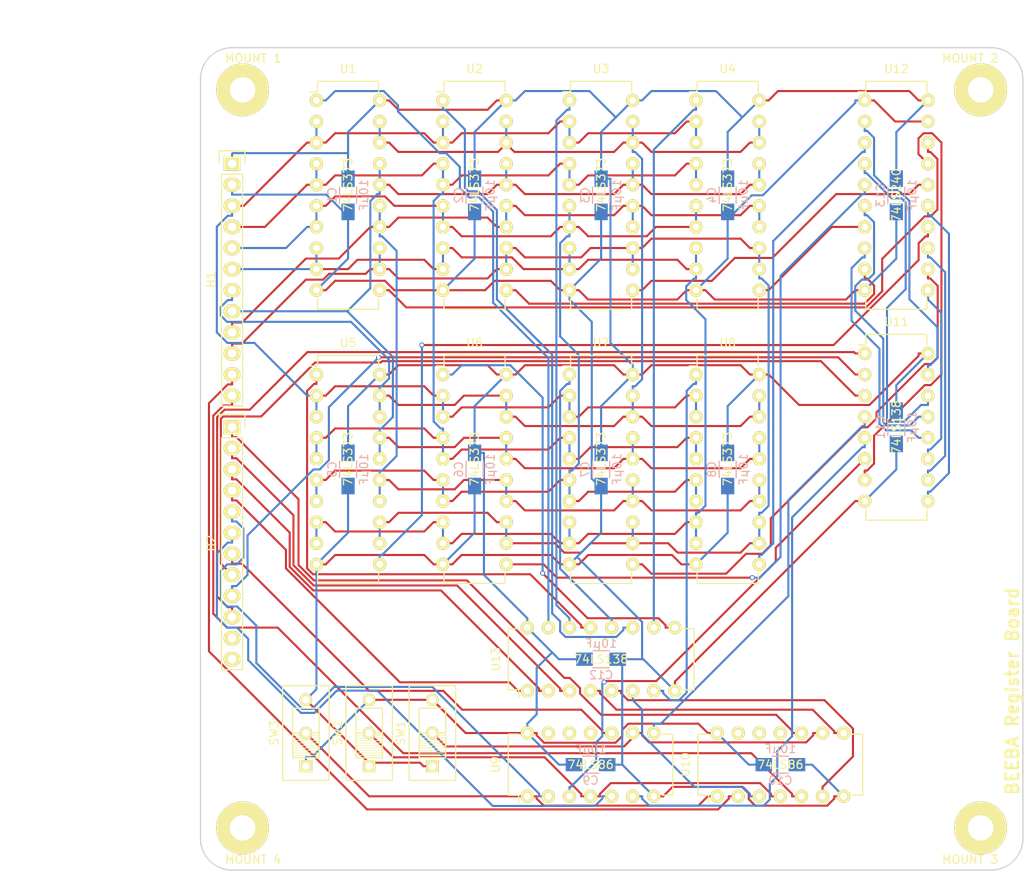
<source format=kicad_pcb>
(kicad_pcb (version 4) (host pcbnew 4.0.4-stable)

  (general
    (links 236)
    (no_connects 0)
    (area 20.090001 69.69 143.610001 175.260001)
    (thickness 1.6)
    (drawings 16)
    (tracks 1089)
    (zones 0)
    (modules 35)
    (nets 58)
  )

  (page A4)
  (layers
    (0 F.Cu signal)
    (31 B.Cu signal)
    (32 B.Adhes user)
    (33 F.Adhes user)
    (34 B.Paste user)
    (35 F.Paste user)
    (36 B.SilkS user)
    (37 F.SilkS user)
    (38 B.Mask user)
    (39 F.Mask user)
    (40 Dwgs.User user)
    (41 Cmts.User user)
    (42 Eco1.User user)
    (43 Eco2.User user)
    (44 Edge.Cuts user)
    (45 Margin user)
    (46 B.CrtYd user)
    (47 F.CrtYd user)
    (48 B.Fab user)
    (49 F.Fab user)
  )

  (setup
    (last_trace_width 0.25)
    (trace_clearance 0.2)
    (zone_clearance 0.508)
    (zone_45_only no)
    (trace_min 0.2)
    (segment_width 0.2)
    (edge_width 0.15)
    (via_size 0.6)
    (via_drill 0.4)
    (via_min_size 0.4)
    (via_min_drill 0.3)
    (uvia_size 0.3)
    (uvia_drill 0.1)
    (uvias_allowed no)
    (uvia_min_size 0.2)
    (uvia_min_drill 0.1)
    (pcb_text_width 0.3)
    (pcb_text_size 1.5 1.5)
    (mod_edge_width 0.15)
    (mod_text_size 1 1)
    (mod_text_width 0.15)
    (pad_size 1.524 1.524)
    (pad_drill 0.762)
    (pad_to_mask_clearance 0.2)
    (aux_axis_origin 44.45 74.93)
    (visible_elements 7FFFFFFF)
    (pcbplotparams
      (layerselection 0x010f0_80000001)
      (usegerberextensions false)
      (excludeedgelayer true)
      (linewidth 0.100000)
      (plotframeref false)
      (viasonmask false)
      (mode 1)
      (useauxorigin false)
      (hpglpennumber 1)
      (hpglpenspeed 20)
      (hpglpendiameter 15)
      (hpglpenoverlay 2)
      (psnegative false)
      (psa4output false)
      (plotreference true)
      (plotvalue true)
      (plotinvisibletext false)
      (padsonsilk false)
      (subtractmaskfromsilk false)
      (outputformat 1)
      (mirror false)
      (drillshape 0)
      (scaleselection 1)
      (outputdirectory "Register Board Gerber/"))
  )

  (net 0 "")
  (net 1 VCC)
  (net 2 DATA7)
  (net 3 DATA6)
  (net 4 DATA5)
  (net 5 DATA4)
  (net 6 DATA3)
  (net 7 DATA2)
  (net 8 DATA1)
  (net 9 DATA0)
  (net 10 READ5)
  (net 11 READ4)
  (net 12 READ3)
  (net 13 READ2)
  (net 14 READ1)
  (net 15 READ0)
  (net 16 WRITE5)
  (net 17 WRITE4)
  (net 18 WRITE3)
  (net 19 WRITE2)
  (net 20 WRITE1)
  (net 21 WRITE0)
  (net 22 "Net-(H2-Pad11)")
  (net 23 "Net-(H2-Pad12)")
  (net 24 GND)
  (net 25 WE7)
  (net 26 WE6)
  (net 27 WE5)
  (net 28 WE4)
  (net 29 WE3)
  (net 30 WE2)
  (net 31 WE1)
  (net 32 WE0)
  (net 33 SEL1)
  (net 34 SEL2)
  (net 35 SEL3)
  (net 36 RE7)
  (net 37 RE6)
  (net 38 RE5)
  (net 39 RE4)
  (net 40 RE3)
  (net 41 RE2)
  (net 42 RE1)
  (net 43 RE0)
  (net 44 "Net-(U11-Pad6)")
  (net 45 "Net-(U11-Pad5)")
  (net 46 "Net-(U11-Pad4)")
  (net 47 "Net-(U10-Pad3)")
  (net 48 "Net-(U10-Pad6)")
  (net 49 "Net-(U10-Pad8)")
  (net 50 "Net-(U11-Pad7)")
  (net 51 "Net-(U11-Pad9)")
  (net 52 "Net-(U11-Pad10)")
  (net 53 "Net-(U11-Pad11)")
  (net 54 "Net-(U11-Pad12)")
  (net 55 "Net-(U11-Pad13)")
  (net 56 "Net-(U11-Pad14)")
  (net 57 "Net-(U11-Pad15)")

  (net_class Default "This is the default net class."
    (clearance 0.2)
    (trace_width 0.25)
    (via_dia 0.6)
    (via_drill 0.4)
    (uvia_dia 0.3)
    (uvia_drill 0.1)
    (add_net DATA0)
    (add_net DATA1)
    (add_net DATA2)
    (add_net DATA3)
    (add_net DATA4)
    (add_net DATA5)
    (add_net DATA6)
    (add_net DATA7)
    (add_net GND)
    (add_net "Net-(H2-Pad11)")
    (add_net "Net-(H2-Pad12)")
    (add_net "Net-(U10-Pad3)")
    (add_net "Net-(U10-Pad6)")
    (add_net "Net-(U10-Pad8)")
    (add_net "Net-(U11-Pad10)")
    (add_net "Net-(U11-Pad11)")
    (add_net "Net-(U11-Pad12)")
    (add_net "Net-(U11-Pad13)")
    (add_net "Net-(U11-Pad14)")
    (add_net "Net-(U11-Pad15)")
    (add_net "Net-(U11-Pad4)")
    (add_net "Net-(U11-Pad5)")
    (add_net "Net-(U11-Pad6)")
    (add_net "Net-(U11-Pad7)")
    (add_net "Net-(U11-Pad9)")
    (add_net RE0)
    (add_net RE1)
    (add_net RE2)
    (add_net RE3)
    (add_net RE4)
    (add_net RE5)
    (add_net RE6)
    (add_net RE7)
    (add_net READ0)
    (add_net READ1)
    (add_net READ2)
    (add_net READ3)
    (add_net READ4)
    (add_net READ5)
    (add_net SEL1)
    (add_net SEL2)
    (add_net SEL3)
    (add_net VCC)
    (add_net WE0)
    (add_net WE1)
    (add_net WE2)
    (add_net WE3)
    (add_net WE4)
    (add_net WE5)
    (add_net WE6)
    (add_net WE7)
    (add_net WRITE0)
    (add_net WRITE1)
    (add_net WRITE2)
    (add_net WRITE3)
    (add_net WRITE4)
    (add_net WRITE5)
  )

  (module Housings_DIP:DIP-20_W7.62mm (layer F.Cu) (tedit 56BA854B) (tstamp 56B95016)
    (at 58.42 81.28)
    (descr "20-lead dip package, row spacing 7.62 mm (300 mils)")
    (tags "dil dip 2.54 300")
    (path /56B94E3B)
    (fp_text reference U1 (at 3.81 -3.81) (layer F.SilkS)
      (effects (font (size 1 1) (thickness 0.15)))
    )
    (fp_text value 74LS373 (at 3.81 10.16 90) (layer F.SilkS)
      (effects (font (size 1 1) (thickness 0.15)))
    )
    (fp_line (start -1.05 -2.45) (end -1.05 25.35) (layer F.CrtYd) (width 0.05))
    (fp_line (start 8.65 -2.45) (end 8.65 25.35) (layer F.CrtYd) (width 0.05))
    (fp_line (start -1.05 -2.45) (end 8.65 -2.45) (layer F.CrtYd) (width 0.05))
    (fp_line (start -1.05 25.35) (end 8.65 25.35) (layer F.CrtYd) (width 0.05))
    (fp_line (start 0.135 -2.295) (end 0.135 -1.025) (layer F.SilkS) (width 0.15))
    (fp_line (start 7.485 -2.295) (end 7.485 -1.025) (layer F.SilkS) (width 0.15))
    (fp_line (start 7.485 25.155) (end 7.485 23.885) (layer F.SilkS) (width 0.15))
    (fp_line (start 0.135 25.155) (end 0.135 23.885) (layer F.SilkS) (width 0.15))
    (fp_line (start 0.135 -2.295) (end 7.485 -2.295) (layer F.SilkS) (width 0.15))
    (fp_line (start 0.135 25.155) (end 7.485 25.155) (layer F.SilkS) (width 0.15))
    (fp_line (start 0.135 -1.025) (end -0.8 -1.025) (layer F.SilkS) (width 0.15))
    (pad 1 thru_hole oval (at 0 0) (size 1.6 1.6) (drill 0.8) (layers *.Cu *.Mask F.SilkS)
      (net 43 RE0))
    (pad 2 thru_hole oval (at 0 2.54) (size 1.6 1.6) (drill 0.8) (layers *.Cu *.Mask F.SilkS)
      (net 2 DATA7))
    (pad 3 thru_hole oval (at 0 5.08) (size 1.6 1.6) (drill 0.8) (layers *.Cu *.Mask F.SilkS)
      (net 2 DATA7))
    (pad 4 thru_hole oval (at 0 7.62) (size 1.6 1.6) (drill 0.8) (layers *.Cu *.Mask F.SilkS)
      (net 3 DATA6))
    (pad 5 thru_hole oval (at 0 10.16) (size 1.6 1.6) (drill 0.8) (layers *.Cu *.Mask F.SilkS)
      (net 3 DATA6))
    (pad 6 thru_hole oval (at 0 12.7) (size 1.6 1.6) (drill 0.8) (layers *.Cu *.Mask F.SilkS)
      (net 4 DATA5))
    (pad 7 thru_hole oval (at 0 15.24) (size 1.6 1.6) (drill 0.8) (layers *.Cu *.Mask F.SilkS)
      (net 4 DATA5))
    (pad 8 thru_hole oval (at 0 17.78) (size 1.6 1.6) (drill 0.8) (layers *.Cu *.Mask F.SilkS)
      (net 5 DATA4))
    (pad 9 thru_hole oval (at 0 20.32) (size 1.6 1.6) (drill 0.8) (layers *.Cu *.Mask F.SilkS)
      (net 5 DATA4))
    (pad 10 thru_hole oval (at 0 22.86) (size 1.6 1.6) (drill 0.8) (layers *.Cu *.Mask F.SilkS)
      (net 24 GND))
    (pad 11 thru_hole oval (at 7.62 22.86) (size 1.6 1.6) (drill 0.8) (layers *.Cu *.Mask F.SilkS)
      (net 32 WE0))
    (pad 12 thru_hole oval (at 7.62 20.32) (size 1.6 1.6) (drill 0.8) (layers *.Cu *.Mask F.SilkS)
      (net 9 DATA0))
    (pad 13 thru_hole oval (at 7.62 17.78) (size 1.6 1.6) (drill 0.8) (layers *.Cu *.Mask F.SilkS)
      (net 9 DATA0))
    (pad 14 thru_hole oval (at 7.62 15.24) (size 1.6 1.6) (drill 0.8) (layers *.Cu *.Mask F.SilkS)
      (net 8 DATA1))
    (pad 15 thru_hole oval (at 7.62 12.7) (size 1.6 1.6) (drill 0.8) (layers *.Cu *.Mask F.SilkS)
      (net 8 DATA1))
    (pad 16 thru_hole oval (at 7.62 10.16) (size 1.6 1.6) (drill 0.8) (layers *.Cu *.Mask F.SilkS)
      (net 7 DATA2))
    (pad 17 thru_hole oval (at 7.62 7.62) (size 1.6 1.6) (drill 0.8) (layers *.Cu *.Mask F.SilkS)
      (net 7 DATA2))
    (pad 18 thru_hole oval (at 7.62 5.08) (size 1.6 1.6) (drill 0.8) (layers *.Cu *.Mask F.SilkS)
      (net 6 DATA3))
    (pad 19 thru_hole oval (at 7.62 2.54) (size 1.6 1.6) (drill 0.8) (layers *.Cu *.Mask F.SilkS)
      (net 6 DATA3))
    (pad 20 thru_hole oval (at 7.62 0) (size 1.6 1.6) (drill 0.8) (layers *.Cu *.Mask F.SilkS)
      (net 1 VCC))
    (model Housings_DIP.3dshapes/DIP-20_W7.62mm.wrl
      (at (xyz 0 0 0))
      (scale (xyz 1 1 1))
      (rotate (xyz 0 0 0))
    )
  )

  (module Connect:1pin (layer F.Cu) (tedit 56B94838) (tstamp 56B93133)
    (at 49.53 80.01)
    (descr "module 1 pin (ou trou mecanique de percage)")
    (tags DEV)
    (fp_text reference "MOUNT 1" (at 1.27 -3.81) (layer F.SilkS)
      (effects (font (size 1 1) (thickness 0.15)))
    )
    (fp_text value 1pin (at 0 2.794) (layer F.Fab)
      (effects (font (size 1 1) (thickness 0.15)))
    )
    (fp_circle (center 0 0) (end 0 -2.286) (layer F.SilkS) (width 0.15))
    (pad 1 thru_hole circle (at 0 0) (size 6.35 6.35) (drill 3.048) (layers *.Cu *.Mask F.SilkS))
  )

  (module Connect:1pin (layer F.Cu) (tedit 56B9484D) (tstamp 56B9367B)
    (at 138.43 80.01)
    (descr "module 1 pin (ou trou mecanique de percage)")
    (tags DEV)
    (fp_text reference "MOUNT 2" (at -1.27 -3.81) (layer F.SilkS)
      (effects (font (size 1 1) (thickness 0.15)))
    )
    (fp_text value 1pin (at 0 2.794) (layer F.Fab)
      (effects (font (size 1 1) (thickness 0.15)))
    )
    (fp_circle (center 0 0) (end 0 -2.286) (layer F.SilkS) (width 0.15))
    (pad 1 thru_hole circle (at 0 0) (size 6.35 6.35) (drill 3.048) (layers *.Cu *.Mask F.SilkS))
  )

  (module Connect:1pin (layer F.Cu) (tedit 56B94869) (tstamp 56B93693)
    (at 138.43 168.91)
    (descr "module 1 pin (ou trou mecanique de percage)")
    (tags DEV)
    (fp_text reference "MOUNT 3" (at -1.27 3.81) (layer F.SilkS)
      (effects (font (size 1 1) (thickness 0.15)))
    )
    (fp_text value 1pin (at 0 2.794) (layer F.Fab)
      (effects (font (size 1 1) (thickness 0.15)))
    )
    (fp_circle (center 0 0) (end 0 -2.286) (layer F.SilkS) (width 0.15))
    (pad 1 thru_hole circle (at 0 0) (size 6.35 6.35) (drill 3.048) (layers *.Cu *.Mask F.SilkS))
  )

  (module Connect:1pin (layer F.Cu) (tedit 56B9487F) (tstamp 56B936A2)
    (at 49.53 168.91)
    (descr "module 1 pin (ou trou mecanique de percage)")
    (tags DEV)
    (fp_text reference "MOUNT 4" (at 1.27 3.81) (layer F.SilkS)
      (effects (font (size 1 1) (thickness 0.15)))
    )
    (fp_text value 1pin (at 0 2.794) (layer F.Fab)
      (effects (font (size 1 1) (thickness 0.15)))
    )
    (fp_circle (center 0 0) (end 0 -2.286) (layer F.SilkS) (width 0.15))
    (pad 1 thru_hole circle (at 0 0) (size 6.35 6.35) (drill 3.048) (layers *.Cu *.Mask F.SilkS))
  )

  (module Socket_Strips:Socket_Strip_Straight_1x12 (layer F.Cu) (tedit 56B93A69) (tstamp 56B92A65)
    (at 48.26 88.9 270)
    (descr "Through hole socket strip")
    (tags "socket strip")
    (path /56B9280A)
    (fp_text reference H1 (at 13.97 2.54 270) (layer F.SilkS)
      (effects (font (size 1 1) (thickness 0.15)))
    )
    (fp_text value CONN_01X12 (at 13.97 -2.54 270) (layer F.Fab)
      (effects (font (size 1 1) (thickness 0.15)))
    )
    (fp_line (start -1.75 -1.75) (end -1.75 1.75) (layer F.CrtYd) (width 0.05))
    (fp_line (start 29.7 -1.75) (end 29.7 1.75) (layer F.CrtYd) (width 0.05))
    (fp_line (start -1.75 -1.75) (end 29.7 -1.75) (layer F.CrtYd) (width 0.05))
    (fp_line (start -1.75 1.75) (end 29.7 1.75) (layer F.CrtYd) (width 0.05))
    (fp_line (start 1.27 1.27) (end 29.21 1.27) (layer F.SilkS) (width 0.15))
    (fp_line (start 29.21 1.27) (end 29.21 -1.27) (layer F.SilkS) (width 0.15))
    (fp_line (start 29.21 -1.27) (end 1.27 -1.27) (layer F.SilkS) (width 0.15))
    (fp_line (start -1.55 1.55) (end 0 1.55) (layer F.SilkS) (width 0.15))
    (fp_line (start 1.27 1.27) (end 1.27 -1.27) (layer F.SilkS) (width 0.15))
    (fp_line (start 0 -1.55) (end -1.55 -1.55) (layer F.SilkS) (width 0.15))
    (fp_line (start -1.55 -1.55) (end -1.55 1.55) (layer F.SilkS) (width 0.15))
    (pad 1 thru_hole rect (at 0 0 270) (size 1.7272 2.032) (drill 1.016) (layers *.Cu *.Mask F.SilkS)
      (net 1 VCC))
    (pad 2 thru_hole oval (at 2.54 0 270) (size 1.7272 2.032) (drill 1.016) (layers *.Cu *.Mask F.SilkS)
      (net 24 GND))
    (pad 3 thru_hole oval (at 5.08 0 270) (size 1.7272 2.032) (drill 1.016) (layers *.Cu *.Mask F.SilkS)
      (net 2 DATA7))
    (pad 4 thru_hole oval (at 7.62 0 270) (size 1.7272 2.032) (drill 1.016) (layers *.Cu *.Mask F.SilkS)
      (net 3 DATA6))
    (pad 5 thru_hole oval (at 10.16 0 270) (size 1.7272 2.032) (drill 1.016) (layers *.Cu *.Mask F.SilkS)
      (net 4 DATA5))
    (pad 6 thru_hole oval (at 12.7 0 270) (size 1.7272 2.032) (drill 1.016) (layers *.Cu *.Mask F.SilkS)
      (net 5 DATA4))
    (pad 7 thru_hole oval (at 15.24 0 270) (size 1.7272 2.032) (drill 1.016) (layers *.Cu *.Mask F.SilkS)
      (net 6 DATA3))
    (pad 8 thru_hole oval (at 17.78 0 270) (size 1.7272 2.032) (drill 1.016) (layers *.Cu *.Mask F.SilkS)
      (net 7 DATA2))
    (pad 9 thru_hole oval (at 20.32 0 270) (size 1.7272 2.032) (drill 1.016) (layers *.Cu *.Mask F.SilkS)
      (net 8 DATA1))
    (pad 10 thru_hole oval (at 22.86 0 270) (size 1.7272 2.032) (drill 1.016) (layers *.Cu *.Mask F.SilkS)
      (net 9 DATA0))
    (pad 11 thru_hole oval (at 25.4 0 270) (size 1.7272 2.032) (drill 1.016) (layers *.Cu *.Mask F.SilkS)
      (net 10 READ5))
    (pad 12 thru_hole oval (at 27.94 0 270) (size 1.7272 2.032) (drill 1.016) (layers *.Cu *.Mask F.SilkS)
      (net 11 READ4))
    (model Socket_Strips.3dshapes/Socket_Strip_Straight_1x12.wrl
      (at (xyz 0.55 0 0))
      (scale (xyz 1 1 1))
      (rotate (xyz 0 0 180))
    )
  )

  (module Socket_Strips:Socket_Strip_Straight_1x12 (layer F.Cu) (tedit 56B94777) (tstamp 56B9476C)
    (at 48.26 120.65 270)
    (descr "Through hole socket strip")
    (tags "socket strip")
    (path /56B946D3)
    (fp_text reference H2 (at 13.97 2.54 270) (layer F.SilkS)
      (effects (font (size 1 1) (thickness 0.15)))
    )
    (fp_text value CONN_01X12 (at 13.97 -2.54 270) (layer F.Fab)
      (effects (font (size 1 1) (thickness 0.15)))
    )
    (fp_line (start -1.75 -1.75) (end -1.75 1.75) (layer F.CrtYd) (width 0.05))
    (fp_line (start 29.7 -1.75) (end 29.7 1.75) (layer F.CrtYd) (width 0.05))
    (fp_line (start -1.75 -1.75) (end 29.7 -1.75) (layer F.CrtYd) (width 0.05))
    (fp_line (start -1.75 1.75) (end 29.7 1.75) (layer F.CrtYd) (width 0.05))
    (fp_line (start 1.27 1.27) (end 29.21 1.27) (layer F.SilkS) (width 0.15))
    (fp_line (start 29.21 1.27) (end 29.21 -1.27) (layer F.SilkS) (width 0.15))
    (fp_line (start 29.21 -1.27) (end 1.27 -1.27) (layer F.SilkS) (width 0.15))
    (fp_line (start -1.55 1.55) (end 0 1.55) (layer F.SilkS) (width 0.15))
    (fp_line (start 1.27 1.27) (end 1.27 -1.27) (layer F.SilkS) (width 0.15))
    (fp_line (start 0 -1.55) (end -1.55 -1.55) (layer F.SilkS) (width 0.15))
    (fp_line (start -1.55 -1.55) (end -1.55 1.55) (layer F.SilkS) (width 0.15))
    (pad 1 thru_hole rect (at 0 0 270) (size 1.7272 2.032) (drill 1.016) (layers *.Cu *.Mask F.SilkS)
      (net 12 READ3))
    (pad 2 thru_hole oval (at 2.54 0 270) (size 1.7272 2.032) (drill 1.016) (layers *.Cu *.Mask F.SilkS)
      (net 13 READ2))
    (pad 3 thru_hole oval (at 5.08 0 270) (size 1.7272 2.032) (drill 1.016) (layers *.Cu *.Mask F.SilkS)
      (net 14 READ1))
    (pad 4 thru_hole oval (at 7.62 0 270) (size 1.7272 2.032) (drill 1.016) (layers *.Cu *.Mask F.SilkS)
      (net 15 READ0))
    (pad 5 thru_hole oval (at 10.16 0 270) (size 1.7272 2.032) (drill 1.016) (layers *.Cu *.Mask F.SilkS)
      (net 16 WRITE5))
    (pad 6 thru_hole oval (at 12.7 0 270) (size 1.7272 2.032) (drill 1.016) (layers *.Cu *.Mask F.SilkS)
      (net 17 WRITE4))
    (pad 7 thru_hole oval (at 15.24 0 270) (size 1.7272 2.032) (drill 1.016) (layers *.Cu *.Mask F.SilkS)
      (net 18 WRITE3))
    (pad 8 thru_hole oval (at 17.78 0 270) (size 1.7272 2.032) (drill 1.016) (layers *.Cu *.Mask F.SilkS)
      (net 19 WRITE2))
    (pad 9 thru_hole oval (at 20.32 0 270) (size 1.7272 2.032) (drill 1.016) (layers *.Cu *.Mask F.SilkS)
      (net 20 WRITE1))
    (pad 10 thru_hole oval (at 22.86 0 270) (size 1.7272 2.032) (drill 1.016) (layers *.Cu *.Mask F.SilkS)
      (net 21 WRITE0))
    (pad 11 thru_hole oval (at 25.4 0 270) (size 1.7272 2.032) (drill 1.016) (layers *.Cu *.Mask F.SilkS)
      (net 22 "Net-(H2-Pad11)"))
    (pad 12 thru_hole oval (at 27.94 0 270) (size 1.7272 2.032) (drill 1.016) (layers *.Cu *.Mask F.SilkS)
      (net 23 "Net-(H2-Pad12)"))
    (model Socket_Strips.3dshapes/Socket_Strip_Straight_1x12.wrl
      (at (xyz 0.55 0 0))
      (scale (xyz 1 1 1))
      (rotate (xyz 0 0 180))
    )
  )

  (module Housings_DIP:DIP-20_W7.62mm (layer F.Cu) (tedit 56BA8554) (tstamp 56B952E3)
    (at 73.66 81.28)
    (descr "20-lead dip package, row spacing 7.62 mm (300 mils)")
    (tags "dil dip 2.54 300")
    (path /56B95697)
    (fp_text reference U2 (at 3.81 -3.81) (layer F.SilkS)
      (effects (font (size 1 1) (thickness 0.15)))
    )
    (fp_text value 74LS373 (at 3.81 10.16 90) (layer F.SilkS)
      (effects (font (size 1 1) (thickness 0.15)))
    )
    (fp_line (start -1.05 -2.45) (end -1.05 25.35) (layer F.CrtYd) (width 0.05))
    (fp_line (start 8.65 -2.45) (end 8.65 25.35) (layer F.CrtYd) (width 0.05))
    (fp_line (start -1.05 -2.45) (end 8.65 -2.45) (layer F.CrtYd) (width 0.05))
    (fp_line (start -1.05 25.35) (end 8.65 25.35) (layer F.CrtYd) (width 0.05))
    (fp_line (start 0.135 -2.295) (end 0.135 -1.025) (layer F.SilkS) (width 0.15))
    (fp_line (start 7.485 -2.295) (end 7.485 -1.025) (layer F.SilkS) (width 0.15))
    (fp_line (start 7.485 25.155) (end 7.485 23.885) (layer F.SilkS) (width 0.15))
    (fp_line (start 0.135 25.155) (end 0.135 23.885) (layer F.SilkS) (width 0.15))
    (fp_line (start 0.135 -2.295) (end 7.485 -2.295) (layer F.SilkS) (width 0.15))
    (fp_line (start 0.135 25.155) (end 7.485 25.155) (layer F.SilkS) (width 0.15))
    (fp_line (start 0.135 -1.025) (end -0.8 -1.025) (layer F.SilkS) (width 0.15))
    (pad 1 thru_hole oval (at 0 0) (size 1.6 1.6) (drill 0.8) (layers *.Cu *.Mask F.SilkS)
      (net 39 RE4))
    (pad 2 thru_hole oval (at 0 2.54) (size 1.6 1.6) (drill 0.8) (layers *.Cu *.Mask F.SilkS)
      (net 2 DATA7))
    (pad 3 thru_hole oval (at 0 5.08) (size 1.6 1.6) (drill 0.8) (layers *.Cu *.Mask F.SilkS)
      (net 2 DATA7))
    (pad 4 thru_hole oval (at 0 7.62) (size 1.6 1.6) (drill 0.8) (layers *.Cu *.Mask F.SilkS)
      (net 3 DATA6))
    (pad 5 thru_hole oval (at 0 10.16) (size 1.6 1.6) (drill 0.8) (layers *.Cu *.Mask F.SilkS)
      (net 3 DATA6))
    (pad 6 thru_hole oval (at 0 12.7) (size 1.6 1.6) (drill 0.8) (layers *.Cu *.Mask F.SilkS)
      (net 4 DATA5))
    (pad 7 thru_hole oval (at 0 15.24) (size 1.6 1.6) (drill 0.8) (layers *.Cu *.Mask F.SilkS)
      (net 4 DATA5))
    (pad 8 thru_hole oval (at 0 17.78) (size 1.6 1.6) (drill 0.8) (layers *.Cu *.Mask F.SilkS)
      (net 5 DATA4))
    (pad 9 thru_hole oval (at 0 20.32) (size 1.6 1.6) (drill 0.8) (layers *.Cu *.Mask F.SilkS)
      (net 5 DATA4))
    (pad 10 thru_hole oval (at 0 22.86) (size 1.6 1.6) (drill 0.8) (layers *.Cu *.Mask F.SilkS)
      (net 24 GND))
    (pad 11 thru_hole oval (at 7.62 22.86) (size 1.6 1.6) (drill 0.8) (layers *.Cu *.Mask F.SilkS)
      (net 28 WE4))
    (pad 12 thru_hole oval (at 7.62 20.32) (size 1.6 1.6) (drill 0.8) (layers *.Cu *.Mask F.SilkS)
      (net 9 DATA0))
    (pad 13 thru_hole oval (at 7.62 17.78) (size 1.6 1.6) (drill 0.8) (layers *.Cu *.Mask F.SilkS)
      (net 9 DATA0))
    (pad 14 thru_hole oval (at 7.62 15.24) (size 1.6 1.6) (drill 0.8) (layers *.Cu *.Mask F.SilkS)
      (net 8 DATA1))
    (pad 15 thru_hole oval (at 7.62 12.7) (size 1.6 1.6) (drill 0.8) (layers *.Cu *.Mask F.SilkS)
      (net 8 DATA1))
    (pad 16 thru_hole oval (at 7.62 10.16) (size 1.6 1.6) (drill 0.8) (layers *.Cu *.Mask F.SilkS)
      (net 7 DATA2))
    (pad 17 thru_hole oval (at 7.62 7.62) (size 1.6 1.6) (drill 0.8) (layers *.Cu *.Mask F.SilkS)
      (net 7 DATA2))
    (pad 18 thru_hole oval (at 7.62 5.08) (size 1.6 1.6) (drill 0.8) (layers *.Cu *.Mask F.SilkS)
      (net 6 DATA3))
    (pad 19 thru_hole oval (at 7.62 2.54) (size 1.6 1.6) (drill 0.8) (layers *.Cu *.Mask F.SilkS)
      (net 6 DATA3))
    (pad 20 thru_hole oval (at 7.62 0) (size 1.6 1.6) (drill 0.8) (layers *.Cu *.Mask F.SilkS)
      (net 1 VCC))
    (model Housings_DIP.3dshapes/DIP-20_W7.62mm.wrl
      (at (xyz 0 0 0))
      (scale (xyz 1 1 1))
      (rotate (xyz 0 0 0))
    )
  )

  (module Housings_DIP:DIP-20_W7.62mm (layer F.Cu) (tedit 56BA8561) (tstamp 56B952FB)
    (at 88.9 81.28)
    (descr "20-lead dip package, row spacing 7.62 mm (300 mils)")
    (tags "dil dip 2.54 300")
    (path /56B95524)
    (fp_text reference U3 (at 3.81 -3.81) (layer F.SilkS)
      (effects (font (size 1 1) (thickness 0.15)))
    )
    (fp_text value 74LS373 (at 3.81 10.16 90) (layer F.SilkS)
      (effects (font (size 1 1) (thickness 0.15)))
    )
    (fp_line (start -1.05 -2.45) (end -1.05 25.35) (layer F.CrtYd) (width 0.05))
    (fp_line (start 8.65 -2.45) (end 8.65 25.35) (layer F.CrtYd) (width 0.05))
    (fp_line (start -1.05 -2.45) (end 8.65 -2.45) (layer F.CrtYd) (width 0.05))
    (fp_line (start -1.05 25.35) (end 8.65 25.35) (layer F.CrtYd) (width 0.05))
    (fp_line (start 0.135 -2.295) (end 0.135 -1.025) (layer F.SilkS) (width 0.15))
    (fp_line (start 7.485 -2.295) (end 7.485 -1.025) (layer F.SilkS) (width 0.15))
    (fp_line (start 7.485 25.155) (end 7.485 23.885) (layer F.SilkS) (width 0.15))
    (fp_line (start 0.135 25.155) (end 0.135 23.885) (layer F.SilkS) (width 0.15))
    (fp_line (start 0.135 -2.295) (end 7.485 -2.295) (layer F.SilkS) (width 0.15))
    (fp_line (start 0.135 25.155) (end 7.485 25.155) (layer F.SilkS) (width 0.15))
    (fp_line (start 0.135 -1.025) (end -0.8 -1.025) (layer F.SilkS) (width 0.15))
    (pad 1 thru_hole oval (at 0 0) (size 1.6 1.6) (drill 0.8) (layers *.Cu *.Mask F.SilkS)
      (net 42 RE1))
    (pad 2 thru_hole oval (at 0 2.54) (size 1.6 1.6) (drill 0.8) (layers *.Cu *.Mask F.SilkS)
      (net 2 DATA7))
    (pad 3 thru_hole oval (at 0 5.08) (size 1.6 1.6) (drill 0.8) (layers *.Cu *.Mask F.SilkS)
      (net 2 DATA7))
    (pad 4 thru_hole oval (at 0 7.62) (size 1.6 1.6) (drill 0.8) (layers *.Cu *.Mask F.SilkS)
      (net 3 DATA6))
    (pad 5 thru_hole oval (at 0 10.16) (size 1.6 1.6) (drill 0.8) (layers *.Cu *.Mask F.SilkS)
      (net 3 DATA6))
    (pad 6 thru_hole oval (at 0 12.7) (size 1.6 1.6) (drill 0.8) (layers *.Cu *.Mask F.SilkS)
      (net 4 DATA5))
    (pad 7 thru_hole oval (at 0 15.24) (size 1.6 1.6) (drill 0.8) (layers *.Cu *.Mask F.SilkS)
      (net 4 DATA5))
    (pad 8 thru_hole oval (at 0 17.78) (size 1.6 1.6) (drill 0.8) (layers *.Cu *.Mask F.SilkS)
      (net 5 DATA4))
    (pad 9 thru_hole oval (at 0 20.32) (size 1.6 1.6) (drill 0.8) (layers *.Cu *.Mask F.SilkS)
      (net 5 DATA4))
    (pad 10 thru_hole oval (at 0 22.86) (size 1.6 1.6) (drill 0.8) (layers *.Cu *.Mask F.SilkS)
      (net 24 GND))
    (pad 11 thru_hole oval (at 7.62 22.86) (size 1.6 1.6) (drill 0.8) (layers *.Cu *.Mask F.SilkS)
      (net 31 WE1))
    (pad 12 thru_hole oval (at 7.62 20.32) (size 1.6 1.6) (drill 0.8) (layers *.Cu *.Mask F.SilkS)
      (net 9 DATA0))
    (pad 13 thru_hole oval (at 7.62 17.78) (size 1.6 1.6) (drill 0.8) (layers *.Cu *.Mask F.SilkS)
      (net 9 DATA0))
    (pad 14 thru_hole oval (at 7.62 15.24) (size 1.6 1.6) (drill 0.8) (layers *.Cu *.Mask F.SilkS)
      (net 8 DATA1))
    (pad 15 thru_hole oval (at 7.62 12.7) (size 1.6 1.6) (drill 0.8) (layers *.Cu *.Mask F.SilkS)
      (net 8 DATA1))
    (pad 16 thru_hole oval (at 7.62 10.16) (size 1.6 1.6) (drill 0.8) (layers *.Cu *.Mask F.SilkS)
      (net 7 DATA2))
    (pad 17 thru_hole oval (at 7.62 7.62) (size 1.6 1.6) (drill 0.8) (layers *.Cu *.Mask F.SilkS)
      (net 7 DATA2))
    (pad 18 thru_hole oval (at 7.62 5.08) (size 1.6 1.6) (drill 0.8) (layers *.Cu *.Mask F.SilkS)
      (net 6 DATA3))
    (pad 19 thru_hole oval (at 7.62 2.54) (size 1.6 1.6) (drill 0.8) (layers *.Cu *.Mask F.SilkS)
      (net 6 DATA3))
    (pad 20 thru_hole oval (at 7.62 0) (size 1.6 1.6) (drill 0.8) (layers *.Cu *.Mask F.SilkS)
      (net 1 VCC))
    (model Housings_DIP.3dshapes/DIP-20_W7.62mm.wrl
      (at (xyz 0 0 0))
      (scale (xyz 1 1 1))
      (rotate (xyz 0 0 0))
    )
  )

  (module Housings_DIP:DIP-20_W7.62mm (layer F.Cu) (tedit 56BA856D) (tstamp 56B95313)
    (at 104.14 81.28)
    (descr "20-lead dip package, row spacing 7.62 mm (300 mils)")
    (tags "dil dip 2.54 300")
    (path /56B956F6)
    (fp_text reference U4 (at 3.81 -3.81) (layer F.SilkS)
      (effects (font (size 1 1) (thickness 0.15)))
    )
    (fp_text value 74LS373 (at 3.81 10.16 90) (layer F.SilkS)
      (effects (font (size 1 1) (thickness 0.15)))
    )
    (fp_line (start -1.05 -2.45) (end -1.05 25.35) (layer F.CrtYd) (width 0.05))
    (fp_line (start 8.65 -2.45) (end 8.65 25.35) (layer F.CrtYd) (width 0.05))
    (fp_line (start -1.05 -2.45) (end 8.65 -2.45) (layer F.CrtYd) (width 0.05))
    (fp_line (start -1.05 25.35) (end 8.65 25.35) (layer F.CrtYd) (width 0.05))
    (fp_line (start 0.135 -2.295) (end 0.135 -1.025) (layer F.SilkS) (width 0.15))
    (fp_line (start 7.485 -2.295) (end 7.485 -1.025) (layer F.SilkS) (width 0.15))
    (fp_line (start 7.485 25.155) (end 7.485 23.885) (layer F.SilkS) (width 0.15))
    (fp_line (start 0.135 25.155) (end 0.135 23.885) (layer F.SilkS) (width 0.15))
    (fp_line (start 0.135 -2.295) (end 7.485 -2.295) (layer F.SilkS) (width 0.15))
    (fp_line (start 0.135 25.155) (end 7.485 25.155) (layer F.SilkS) (width 0.15))
    (fp_line (start 0.135 -1.025) (end -0.8 -1.025) (layer F.SilkS) (width 0.15))
    (pad 1 thru_hole oval (at 0 0) (size 1.6 1.6) (drill 0.8) (layers *.Cu *.Mask F.SilkS)
      (net 38 RE5))
    (pad 2 thru_hole oval (at 0 2.54) (size 1.6 1.6) (drill 0.8) (layers *.Cu *.Mask F.SilkS)
      (net 2 DATA7))
    (pad 3 thru_hole oval (at 0 5.08) (size 1.6 1.6) (drill 0.8) (layers *.Cu *.Mask F.SilkS)
      (net 2 DATA7))
    (pad 4 thru_hole oval (at 0 7.62) (size 1.6 1.6) (drill 0.8) (layers *.Cu *.Mask F.SilkS)
      (net 3 DATA6))
    (pad 5 thru_hole oval (at 0 10.16) (size 1.6 1.6) (drill 0.8) (layers *.Cu *.Mask F.SilkS)
      (net 3 DATA6))
    (pad 6 thru_hole oval (at 0 12.7) (size 1.6 1.6) (drill 0.8) (layers *.Cu *.Mask F.SilkS)
      (net 4 DATA5))
    (pad 7 thru_hole oval (at 0 15.24) (size 1.6 1.6) (drill 0.8) (layers *.Cu *.Mask F.SilkS)
      (net 4 DATA5))
    (pad 8 thru_hole oval (at 0 17.78) (size 1.6 1.6) (drill 0.8) (layers *.Cu *.Mask F.SilkS)
      (net 5 DATA4))
    (pad 9 thru_hole oval (at 0 20.32) (size 1.6 1.6) (drill 0.8) (layers *.Cu *.Mask F.SilkS)
      (net 5 DATA4))
    (pad 10 thru_hole oval (at 0 22.86) (size 1.6 1.6) (drill 0.8) (layers *.Cu *.Mask F.SilkS)
      (net 24 GND))
    (pad 11 thru_hole oval (at 7.62 22.86) (size 1.6 1.6) (drill 0.8) (layers *.Cu *.Mask F.SilkS)
      (net 27 WE5))
    (pad 12 thru_hole oval (at 7.62 20.32) (size 1.6 1.6) (drill 0.8) (layers *.Cu *.Mask F.SilkS)
      (net 9 DATA0))
    (pad 13 thru_hole oval (at 7.62 17.78) (size 1.6 1.6) (drill 0.8) (layers *.Cu *.Mask F.SilkS)
      (net 9 DATA0))
    (pad 14 thru_hole oval (at 7.62 15.24) (size 1.6 1.6) (drill 0.8) (layers *.Cu *.Mask F.SilkS)
      (net 8 DATA1))
    (pad 15 thru_hole oval (at 7.62 12.7) (size 1.6 1.6) (drill 0.8) (layers *.Cu *.Mask F.SilkS)
      (net 8 DATA1))
    (pad 16 thru_hole oval (at 7.62 10.16) (size 1.6 1.6) (drill 0.8) (layers *.Cu *.Mask F.SilkS)
      (net 7 DATA2))
    (pad 17 thru_hole oval (at 7.62 7.62) (size 1.6 1.6) (drill 0.8) (layers *.Cu *.Mask F.SilkS)
      (net 7 DATA2))
    (pad 18 thru_hole oval (at 7.62 5.08) (size 1.6 1.6) (drill 0.8) (layers *.Cu *.Mask F.SilkS)
      (net 6 DATA3))
    (pad 19 thru_hole oval (at 7.62 2.54) (size 1.6 1.6) (drill 0.8) (layers *.Cu *.Mask F.SilkS)
      (net 6 DATA3))
    (pad 20 thru_hole oval (at 7.62 0) (size 1.6 1.6) (drill 0.8) (layers *.Cu *.Mask F.SilkS)
      (net 1 VCC))
    (model Housings_DIP.3dshapes/DIP-20_W7.62mm.wrl
      (at (xyz 0 0 0))
      (scale (xyz 1 1 1))
      (rotate (xyz 0 0 0))
    )
  )

  (module Housings_DIP:DIP-20_W7.62mm (layer F.Cu) (tedit 56BA8578) (tstamp 56B9532B)
    (at 58.42 114.3)
    (descr "20-lead dip package, row spacing 7.62 mm (300 mils)")
    (tags "dil dip 2.54 300")
    (path /56B9557C)
    (fp_text reference U5 (at 3.81 -3.81) (layer F.SilkS)
      (effects (font (size 1 1) (thickness 0.15)))
    )
    (fp_text value 74LS373 (at 3.81 10.16 90) (layer F.SilkS)
      (effects (font (size 1 1) (thickness 0.15)))
    )
    (fp_line (start -1.05 -2.45) (end -1.05 25.35) (layer F.CrtYd) (width 0.05))
    (fp_line (start 8.65 -2.45) (end 8.65 25.35) (layer F.CrtYd) (width 0.05))
    (fp_line (start -1.05 -2.45) (end 8.65 -2.45) (layer F.CrtYd) (width 0.05))
    (fp_line (start -1.05 25.35) (end 8.65 25.35) (layer F.CrtYd) (width 0.05))
    (fp_line (start 0.135 -2.295) (end 0.135 -1.025) (layer F.SilkS) (width 0.15))
    (fp_line (start 7.485 -2.295) (end 7.485 -1.025) (layer F.SilkS) (width 0.15))
    (fp_line (start 7.485 25.155) (end 7.485 23.885) (layer F.SilkS) (width 0.15))
    (fp_line (start 0.135 25.155) (end 0.135 23.885) (layer F.SilkS) (width 0.15))
    (fp_line (start 0.135 -2.295) (end 7.485 -2.295) (layer F.SilkS) (width 0.15))
    (fp_line (start 0.135 25.155) (end 7.485 25.155) (layer F.SilkS) (width 0.15))
    (fp_line (start 0.135 -1.025) (end -0.8 -1.025) (layer F.SilkS) (width 0.15))
    (pad 1 thru_hole oval (at 0 0) (size 1.6 1.6) (drill 0.8) (layers *.Cu *.Mask F.SilkS)
      (net 41 RE2))
    (pad 2 thru_hole oval (at 0 2.54) (size 1.6 1.6) (drill 0.8) (layers *.Cu *.Mask F.SilkS)
      (net 2 DATA7))
    (pad 3 thru_hole oval (at 0 5.08) (size 1.6 1.6) (drill 0.8) (layers *.Cu *.Mask F.SilkS)
      (net 2 DATA7))
    (pad 4 thru_hole oval (at 0 7.62) (size 1.6 1.6) (drill 0.8) (layers *.Cu *.Mask F.SilkS)
      (net 3 DATA6))
    (pad 5 thru_hole oval (at 0 10.16) (size 1.6 1.6) (drill 0.8) (layers *.Cu *.Mask F.SilkS)
      (net 3 DATA6))
    (pad 6 thru_hole oval (at 0 12.7) (size 1.6 1.6) (drill 0.8) (layers *.Cu *.Mask F.SilkS)
      (net 4 DATA5))
    (pad 7 thru_hole oval (at 0 15.24) (size 1.6 1.6) (drill 0.8) (layers *.Cu *.Mask F.SilkS)
      (net 4 DATA5))
    (pad 8 thru_hole oval (at 0 17.78) (size 1.6 1.6) (drill 0.8) (layers *.Cu *.Mask F.SilkS)
      (net 5 DATA4))
    (pad 9 thru_hole oval (at 0 20.32) (size 1.6 1.6) (drill 0.8) (layers *.Cu *.Mask F.SilkS)
      (net 5 DATA4))
    (pad 10 thru_hole oval (at 0 22.86) (size 1.6 1.6) (drill 0.8) (layers *.Cu *.Mask F.SilkS)
      (net 24 GND))
    (pad 11 thru_hole oval (at 7.62 22.86) (size 1.6 1.6) (drill 0.8) (layers *.Cu *.Mask F.SilkS)
      (net 30 WE2))
    (pad 12 thru_hole oval (at 7.62 20.32) (size 1.6 1.6) (drill 0.8) (layers *.Cu *.Mask F.SilkS)
      (net 9 DATA0))
    (pad 13 thru_hole oval (at 7.62 17.78) (size 1.6 1.6) (drill 0.8) (layers *.Cu *.Mask F.SilkS)
      (net 9 DATA0))
    (pad 14 thru_hole oval (at 7.62 15.24) (size 1.6 1.6) (drill 0.8) (layers *.Cu *.Mask F.SilkS)
      (net 8 DATA1))
    (pad 15 thru_hole oval (at 7.62 12.7) (size 1.6 1.6) (drill 0.8) (layers *.Cu *.Mask F.SilkS)
      (net 8 DATA1))
    (pad 16 thru_hole oval (at 7.62 10.16) (size 1.6 1.6) (drill 0.8) (layers *.Cu *.Mask F.SilkS)
      (net 7 DATA2))
    (pad 17 thru_hole oval (at 7.62 7.62) (size 1.6 1.6) (drill 0.8) (layers *.Cu *.Mask F.SilkS)
      (net 7 DATA2))
    (pad 18 thru_hole oval (at 7.62 5.08) (size 1.6 1.6) (drill 0.8) (layers *.Cu *.Mask F.SilkS)
      (net 6 DATA3))
    (pad 19 thru_hole oval (at 7.62 2.54) (size 1.6 1.6) (drill 0.8) (layers *.Cu *.Mask F.SilkS)
      (net 6 DATA3))
    (pad 20 thru_hole oval (at 7.62 0) (size 1.6 1.6) (drill 0.8) (layers *.Cu *.Mask F.SilkS)
      (net 1 VCC))
    (model Housings_DIP.3dshapes/DIP-20_W7.62mm.wrl
      (at (xyz 0 0 0))
      (scale (xyz 1 1 1))
      (rotate (xyz 0 0 0))
    )
  )

  (module Housings_DIP:DIP-20_W7.62mm (layer F.Cu) (tedit 56BA8581) (tstamp 56B95343)
    (at 73.66 114.3)
    (descr "20-lead dip package, row spacing 7.62 mm (300 mils)")
    (tags "dil dip 2.54 300")
    (path /56B95758)
    (fp_text reference U6 (at 3.81 -3.81) (layer F.SilkS)
      (effects (font (size 1 1) (thickness 0.15)))
    )
    (fp_text value 74LS373 (at 3.81 10.16 90) (layer F.SilkS)
      (effects (font (size 1 1) (thickness 0.15)))
    )
    (fp_line (start -1.05 -2.45) (end -1.05 25.35) (layer F.CrtYd) (width 0.05))
    (fp_line (start 8.65 -2.45) (end 8.65 25.35) (layer F.CrtYd) (width 0.05))
    (fp_line (start -1.05 -2.45) (end 8.65 -2.45) (layer F.CrtYd) (width 0.05))
    (fp_line (start -1.05 25.35) (end 8.65 25.35) (layer F.CrtYd) (width 0.05))
    (fp_line (start 0.135 -2.295) (end 0.135 -1.025) (layer F.SilkS) (width 0.15))
    (fp_line (start 7.485 -2.295) (end 7.485 -1.025) (layer F.SilkS) (width 0.15))
    (fp_line (start 7.485 25.155) (end 7.485 23.885) (layer F.SilkS) (width 0.15))
    (fp_line (start 0.135 25.155) (end 0.135 23.885) (layer F.SilkS) (width 0.15))
    (fp_line (start 0.135 -2.295) (end 7.485 -2.295) (layer F.SilkS) (width 0.15))
    (fp_line (start 0.135 25.155) (end 7.485 25.155) (layer F.SilkS) (width 0.15))
    (fp_line (start 0.135 -1.025) (end -0.8 -1.025) (layer F.SilkS) (width 0.15))
    (pad 1 thru_hole oval (at 0 0) (size 1.6 1.6) (drill 0.8) (layers *.Cu *.Mask F.SilkS)
      (net 37 RE6))
    (pad 2 thru_hole oval (at 0 2.54) (size 1.6 1.6) (drill 0.8) (layers *.Cu *.Mask F.SilkS)
      (net 2 DATA7))
    (pad 3 thru_hole oval (at 0 5.08) (size 1.6 1.6) (drill 0.8) (layers *.Cu *.Mask F.SilkS)
      (net 2 DATA7))
    (pad 4 thru_hole oval (at 0 7.62) (size 1.6 1.6) (drill 0.8) (layers *.Cu *.Mask F.SilkS)
      (net 3 DATA6))
    (pad 5 thru_hole oval (at 0 10.16) (size 1.6 1.6) (drill 0.8) (layers *.Cu *.Mask F.SilkS)
      (net 3 DATA6))
    (pad 6 thru_hole oval (at 0 12.7) (size 1.6 1.6) (drill 0.8) (layers *.Cu *.Mask F.SilkS)
      (net 4 DATA5))
    (pad 7 thru_hole oval (at 0 15.24) (size 1.6 1.6) (drill 0.8) (layers *.Cu *.Mask F.SilkS)
      (net 4 DATA5))
    (pad 8 thru_hole oval (at 0 17.78) (size 1.6 1.6) (drill 0.8) (layers *.Cu *.Mask F.SilkS)
      (net 5 DATA4))
    (pad 9 thru_hole oval (at 0 20.32) (size 1.6 1.6) (drill 0.8) (layers *.Cu *.Mask F.SilkS)
      (net 5 DATA4))
    (pad 10 thru_hole oval (at 0 22.86) (size 1.6 1.6) (drill 0.8) (layers *.Cu *.Mask F.SilkS)
      (net 24 GND))
    (pad 11 thru_hole oval (at 7.62 22.86) (size 1.6 1.6) (drill 0.8) (layers *.Cu *.Mask F.SilkS)
      (net 26 WE6))
    (pad 12 thru_hole oval (at 7.62 20.32) (size 1.6 1.6) (drill 0.8) (layers *.Cu *.Mask F.SilkS)
      (net 9 DATA0))
    (pad 13 thru_hole oval (at 7.62 17.78) (size 1.6 1.6) (drill 0.8) (layers *.Cu *.Mask F.SilkS)
      (net 9 DATA0))
    (pad 14 thru_hole oval (at 7.62 15.24) (size 1.6 1.6) (drill 0.8) (layers *.Cu *.Mask F.SilkS)
      (net 8 DATA1))
    (pad 15 thru_hole oval (at 7.62 12.7) (size 1.6 1.6) (drill 0.8) (layers *.Cu *.Mask F.SilkS)
      (net 8 DATA1))
    (pad 16 thru_hole oval (at 7.62 10.16) (size 1.6 1.6) (drill 0.8) (layers *.Cu *.Mask F.SilkS)
      (net 7 DATA2))
    (pad 17 thru_hole oval (at 7.62 7.62) (size 1.6 1.6) (drill 0.8) (layers *.Cu *.Mask F.SilkS)
      (net 7 DATA2))
    (pad 18 thru_hole oval (at 7.62 5.08) (size 1.6 1.6) (drill 0.8) (layers *.Cu *.Mask F.SilkS)
      (net 6 DATA3))
    (pad 19 thru_hole oval (at 7.62 2.54) (size 1.6 1.6) (drill 0.8) (layers *.Cu *.Mask F.SilkS)
      (net 6 DATA3))
    (pad 20 thru_hole oval (at 7.62 0) (size 1.6 1.6) (drill 0.8) (layers *.Cu *.Mask F.SilkS)
      (net 1 VCC))
    (model Housings_DIP.3dshapes/DIP-20_W7.62mm.wrl
      (at (xyz 0 0 0))
      (scale (xyz 1 1 1))
      (rotate (xyz 0 0 0))
    )
  )

  (module Housings_DIP:DIP-20_W7.62mm (layer F.Cu) (tedit 56BA8541) (tstamp 56B9535B)
    (at 88.9 114.3)
    (descr "20-lead dip package, row spacing 7.62 mm (300 mils)")
    (tags "dil dip 2.54 300")
    (path /56B955FB)
    (fp_text reference U7 (at 3.81 -3.81) (layer F.SilkS)
      (effects (font (size 1 1) (thickness 0.15)))
    )
    (fp_text value 74LS373 (at 3.81 10.16 90) (layer F.SilkS)
      (effects (font (size 1 1) (thickness 0.15)))
    )
    (fp_line (start -1.05 -2.45) (end -1.05 25.35) (layer F.CrtYd) (width 0.05))
    (fp_line (start 8.65 -2.45) (end 8.65 25.35) (layer F.CrtYd) (width 0.05))
    (fp_line (start -1.05 -2.45) (end 8.65 -2.45) (layer F.CrtYd) (width 0.05))
    (fp_line (start -1.05 25.35) (end 8.65 25.35) (layer F.CrtYd) (width 0.05))
    (fp_line (start 0.135 -2.295) (end 0.135 -1.025) (layer F.SilkS) (width 0.15))
    (fp_line (start 7.485 -2.295) (end 7.485 -1.025) (layer F.SilkS) (width 0.15))
    (fp_line (start 7.485 25.155) (end 7.485 23.885) (layer F.SilkS) (width 0.15))
    (fp_line (start 0.135 25.155) (end 0.135 23.885) (layer F.SilkS) (width 0.15))
    (fp_line (start 0.135 -2.295) (end 7.485 -2.295) (layer F.SilkS) (width 0.15))
    (fp_line (start 0.135 25.155) (end 7.485 25.155) (layer F.SilkS) (width 0.15))
    (fp_line (start 0.135 -1.025) (end -0.8 -1.025) (layer F.SilkS) (width 0.15))
    (pad 1 thru_hole oval (at 0 0) (size 1.6 1.6) (drill 0.8) (layers *.Cu *.Mask F.SilkS)
      (net 40 RE3))
    (pad 2 thru_hole oval (at 0 2.54) (size 1.6 1.6) (drill 0.8) (layers *.Cu *.Mask F.SilkS)
      (net 2 DATA7))
    (pad 3 thru_hole oval (at 0 5.08) (size 1.6 1.6) (drill 0.8) (layers *.Cu *.Mask F.SilkS)
      (net 2 DATA7))
    (pad 4 thru_hole oval (at 0 7.62) (size 1.6 1.6) (drill 0.8) (layers *.Cu *.Mask F.SilkS)
      (net 3 DATA6))
    (pad 5 thru_hole oval (at 0 10.16) (size 1.6 1.6) (drill 0.8) (layers *.Cu *.Mask F.SilkS)
      (net 3 DATA6))
    (pad 6 thru_hole oval (at 0 12.7) (size 1.6 1.6) (drill 0.8) (layers *.Cu *.Mask F.SilkS)
      (net 4 DATA5))
    (pad 7 thru_hole oval (at 0 15.24) (size 1.6 1.6) (drill 0.8) (layers *.Cu *.Mask F.SilkS)
      (net 4 DATA5))
    (pad 8 thru_hole oval (at 0 17.78) (size 1.6 1.6) (drill 0.8) (layers *.Cu *.Mask F.SilkS)
      (net 5 DATA4))
    (pad 9 thru_hole oval (at 0 20.32) (size 1.6 1.6) (drill 0.8) (layers *.Cu *.Mask F.SilkS)
      (net 5 DATA4))
    (pad 10 thru_hole oval (at 0 22.86) (size 1.6 1.6) (drill 0.8) (layers *.Cu *.Mask F.SilkS)
      (net 24 GND))
    (pad 11 thru_hole oval (at 7.62 22.86) (size 1.6 1.6) (drill 0.8) (layers *.Cu *.Mask F.SilkS)
      (net 29 WE3))
    (pad 12 thru_hole oval (at 7.62 20.32) (size 1.6 1.6) (drill 0.8) (layers *.Cu *.Mask F.SilkS)
      (net 9 DATA0))
    (pad 13 thru_hole oval (at 7.62 17.78) (size 1.6 1.6) (drill 0.8) (layers *.Cu *.Mask F.SilkS)
      (net 9 DATA0))
    (pad 14 thru_hole oval (at 7.62 15.24) (size 1.6 1.6) (drill 0.8) (layers *.Cu *.Mask F.SilkS)
      (net 8 DATA1))
    (pad 15 thru_hole oval (at 7.62 12.7) (size 1.6 1.6) (drill 0.8) (layers *.Cu *.Mask F.SilkS)
      (net 8 DATA1))
    (pad 16 thru_hole oval (at 7.62 10.16) (size 1.6 1.6) (drill 0.8) (layers *.Cu *.Mask F.SilkS)
      (net 7 DATA2))
    (pad 17 thru_hole oval (at 7.62 7.62) (size 1.6 1.6) (drill 0.8) (layers *.Cu *.Mask F.SilkS)
      (net 7 DATA2))
    (pad 18 thru_hole oval (at 7.62 5.08) (size 1.6 1.6) (drill 0.8) (layers *.Cu *.Mask F.SilkS)
      (net 6 DATA3))
    (pad 19 thru_hole oval (at 7.62 2.54) (size 1.6 1.6) (drill 0.8) (layers *.Cu *.Mask F.SilkS)
      (net 6 DATA3))
    (pad 20 thru_hole oval (at 7.62 0) (size 1.6 1.6) (drill 0.8) (layers *.Cu *.Mask F.SilkS)
      (net 1 VCC))
    (model Housings_DIP.3dshapes/DIP-20_W7.62mm.wrl
      (at (xyz 0 0 0))
      (scale (xyz 1 1 1))
      (rotate (xyz 0 0 0))
    )
  )

  (module Housings_DIP:DIP-20_W7.62mm (layer F.Cu) (tedit 56BA8589) (tstamp 56B95373)
    (at 104.14 114.3)
    (descr "20-lead dip package, row spacing 7.62 mm (300 mils)")
    (tags "dil dip 2.54 300")
    (path /56B957C3)
    (fp_text reference U8 (at 3.81 -3.81) (layer F.SilkS)
      (effects (font (size 1 1) (thickness 0.15)))
    )
    (fp_text value 74LS373 (at 3.81 10.16 90) (layer F.SilkS)
      (effects (font (size 1 1) (thickness 0.15)))
    )
    (fp_line (start -1.05 -2.45) (end -1.05 25.35) (layer F.CrtYd) (width 0.05))
    (fp_line (start 8.65 -2.45) (end 8.65 25.35) (layer F.CrtYd) (width 0.05))
    (fp_line (start -1.05 -2.45) (end 8.65 -2.45) (layer F.CrtYd) (width 0.05))
    (fp_line (start -1.05 25.35) (end 8.65 25.35) (layer F.CrtYd) (width 0.05))
    (fp_line (start 0.135 -2.295) (end 0.135 -1.025) (layer F.SilkS) (width 0.15))
    (fp_line (start 7.485 -2.295) (end 7.485 -1.025) (layer F.SilkS) (width 0.15))
    (fp_line (start 7.485 25.155) (end 7.485 23.885) (layer F.SilkS) (width 0.15))
    (fp_line (start 0.135 25.155) (end 0.135 23.885) (layer F.SilkS) (width 0.15))
    (fp_line (start 0.135 -2.295) (end 7.485 -2.295) (layer F.SilkS) (width 0.15))
    (fp_line (start 0.135 25.155) (end 7.485 25.155) (layer F.SilkS) (width 0.15))
    (fp_line (start 0.135 -1.025) (end -0.8 -1.025) (layer F.SilkS) (width 0.15))
    (pad 1 thru_hole oval (at 0 0) (size 1.6 1.6) (drill 0.8) (layers *.Cu *.Mask F.SilkS)
      (net 36 RE7))
    (pad 2 thru_hole oval (at 0 2.54) (size 1.6 1.6) (drill 0.8) (layers *.Cu *.Mask F.SilkS)
      (net 2 DATA7))
    (pad 3 thru_hole oval (at 0 5.08) (size 1.6 1.6) (drill 0.8) (layers *.Cu *.Mask F.SilkS)
      (net 2 DATA7))
    (pad 4 thru_hole oval (at 0 7.62) (size 1.6 1.6) (drill 0.8) (layers *.Cu *.Mask F.SilkS)
      (net 3 DATA6))
    (pad 5 thru_hole oval (at 0 10.16) (size 1.6 1.6) (drill 0.8) (layers *.Cu *.Mask F.SilkS)
      (net 3 DATA6))
    (pad 6 thru_hole oval (at 0 12.7) (size 1.6 1.6) (drill 0.8) (layers *.Cu *.Mask F.SilkS)
      (net 4 DATA5))
    (pad 7 thru_hole oval (at 0 15.24) (size 1.6 1.6) (drill 0.8) (layers *.Cu *.Mask F.SilkS)
      (net 4 DATA5))
    (pad 8 thru_hole oval (at 0 17.78) (size 1.6 1.6) (drill 0.8) (layers *.Cu *.Mask F.SilkS)
      (net 5 DATA4))
    (pad 9 thru_hole oval (at 0 20.32) (size 1.6 1.6) (drill 0.8) (layers *.Cu *.Mask F.SilkS)
      (net 5 DATA4))
    (pad 10 thru_hole oval (at 0 22.86) (size 1.6 1.6) (drill 0.8) (layers *.Cu *.Mask F.SilkS)
      (net 24 GND))
    (pad 11 thru_hole oval (at 7.62 22.86) (size 1.6 1.6) (drill 0.8) (layers *.Cu *.Mask F.SilkS)
      (net 25 WE7))
    (pad 12 thru_hole oval (at 7.62 20.32) (size 1.6 1.6) (drill 0.8) (layers *.Cu *.Mask F.SilkS)
      (net 9 DATA0))
    (pad 13 thru_hole oval (at 7.62 17.78) (size 1.6 1.6) (drill 0.8) (layers *.Cu *.Mask F.SilkS)
      (net 9 DATA0))
    (pad 14 thru_hole oval (at 7.62 15.24) (size 1.6 1.6) (drill 0.8) (layers *.Cu *.Mask F.SilkS)
      (net 8 DATA1))
    (pad 15 thru_hole oval (at 7.62 12.7) (size 1.6 1.6) (drill 0.8) (layers *.Cu *.Mask F.SilkS)
      (net 8 DATA1))
    (pad 16 thru_hole oval (at 7.62 10.16) (size 1.6 1.6) (drill 0.8) (layers *.Cu *.Mask F.SilkS)
      (net 7 DATA2))
    (pad 17 thru_hole oval (at 7.62 7.62) (size 1.6 1.6) (drill 0.8) (layers *.Cu *.Mask F.SilkS)
      (net 7 DATA2))
    (pad 18 thru_hole oval (at 7.62 5.08) (size 1.6 1.6) (drill 0.8) (layers *.Cu *.Mask F.SilkS)
      (net 6 DATA3))
    (pad 19 thru_hole oval (at 7.62 2.54) (size 1.6 1.6) (drill 0.8) (layers *.Cu *.Mask F.SilkS)
      (net 6 DATA3))
    (pad 20 thru_hole oval (at 7.62 0) (size 1.6 1.6) (drill 0.8) (layers *.Cu *.Mask F.SilkS)
      (net 1 VCC))
    (model Housings_DIP.3dshapes/DIP-20_W7.62mm.wrl
      (at (xyz 0 0 0))
      (scale (xyz 1 1 1))
      (rotate (xyz 0 0 0))
    )
  )

  (module custom:SW_SPST_4mm_holes (layer F.Cu) (tedit 56E6C40B) (tstamp 570AA470)
    (at 72.39 157.48 90)
    (tags "Switch Micro SPST")
    (path /56B9865B)
    (fp_text reference SW1 (at 0 -3.81 90) (layer F.SilkS)
      (effects (font (size 1 1) (thickness 0.15)))
    )
    (fp_text value SWITCH_INV (at -3.81 -3.81 90) (layer F.Fab)
      (effects (font (size 1 1) (thickness 0.15)))
    )
    (fp_line (start -0.3 1.6) (end -0.3 -1.6) (layer F.SilkS) (width 0.08))
    (fp_line (start -0.6 1.6) (end -0.6 -1.6) (layer F.SilkS) (width 0.08))
    (fp_line (start -0.9 1.6) (end -0.9 -1.6) (layer F.SilkS) (width 0.08))
    (fp_line (start -1.2 1.6) (end -1.2 -1.6) (layer F.SilkS) (width 0.08))
    (fp_line (start -1.5 1.6) (end -1.5 -1.6) (layer F.SilkS) (width 0.08))
    (fp_line (start -1.8 1.6) (end -1.8 -1.6) (layer F.SilkS) (width 0.08))
    (fp_line (start -2.1 1.6) (end -2.1 -1.6) (layer F.SilkS) (width 0.08))
    (fp_line (start -2.4 1.6) (end -2.4 -1.6) (layer F.SilkS) (width 0.08))
    (fp_line (start -2.7 1.6) (end -2.7 -1.6) (layer F.SilkS) (width 0.08))
    (fp_line (start 0 1.6) (end 0 -1.6) (layer F.SilkS) (width 0.15))
    (fp_line (start -3 1.6) (end -3 -1.6) (layer F.SilkS) (width 0.15))
    (fp_line (start -3 -1.6) (end 3 -1.6) (layer F.SilkS) (width 0.15))
    (fp_line (start 3 -1.6) (end 3 1.6) (layer F.SilkS) (width 0.15))
    (fp_line (start 3 1.6) (end -3 1.6) (layer F.SilkS) (width 0.15))
    (fp_line (start -5.7 -2.8) (end 5.7 -2.8) (layer F.SilkS) (width 0.15))
    (fp_line (start 5.7 -2.8) (end 5.7 2.8) (layer F.SilkS) (width 0.15))
    (fp_line (start 5.7 2.8) (end -5.7 2.8) (layer F.SilkS) (width 0.15))
    (fp_line (start -5.7 2.8) (end -5.7 -2.8) (layer F.SilkS) (width 0.15))
    (pad 1 thru_hole rect (at -4 0 90) (size 1.5 1.5) (drill 0.9) (layers *.Cu *.Mask F.SilkS)
      (net 24 GND))
    (pad 2 thru_hole circle (at 0 0 90) (size 1.5 1.5) (drill 0.9) (layers *.Cu *.Mask F.SilkS)
      (net 33 SEL1))
    (pad 3 thru_hole circle (at 4 0 90) (size 1.5 1.5) (drill 0.9) (layers *.Cu *.Mask F.SilkS)
      (net 1 VCC))
    (model Buttons_Switches_ThroughHole.3dshapes/SW_Micro_SPST.wrl
      (at (xyz 0 0 0))
      (scale (xyz 0.33 0.33 0.33))
      (rotate (xyz 0 0 0))
    )
  )

  (module custom:SW_SPST_4mm_holes (layer F.Cu) (tedit 56E6C40B) (tstamp 570AA477)
    (at 64.77 157.48 90)
    (tags "Switch Micro SPST")
    (path /56B98552)
    (fp_text reference SW2 (at 0 -3.81 90) (layer F.SilkS)
      (effects (font (size 1 1) (thickness 0.15)))
    )
    (fp_text value SWITCH_INV (at -3.81 -3.81 90) (layer F.Fab)
      (effects (font (size 1 1) (thickness 0.15)))
    )
    (fp_line (start -0.3 1.6) (end -0.3 -1.6) (layer F.SilkS) (width 0.08))
    (fp_line (start -0.6 1.6) (end -0.6 -1.6) (layer F.SilkS) (width 0.08))
    (fp_line (start -0.9 1.6) (end -0.9 -1.6) (layer F.SilkS) (width 0.08))
    (fp_line (start -1.2 1.6) (end -1.2 -1.6) (layer F.SilkS) (width 0.08))
    (fp_line (start -1.5 1.6) (end -1.5 -1.6) (layer F.SilkS) (width 0.08))
    (fp_line (start -1.8 1.6) (end -1.8 -1.6) (layer F.SilkS) (width 0.08))
    (fp_line (start -2.1 1.6) (end -2.1 -1.6) (layer F.SilkS) (width 0.08))
    (fp_line (start -2.4 1.6) (end -2.4 -1.6) (layer F.SilkS) (width 0.08))
    (fp_line (start -2.7 1.6) (end -2.7 -1.6) (layer F.SilkS) (width 0.08))
    (fp_line (start 0 1.6) (end 0 -1.6) (layer F.SilkS) (width 0.15))
    (fp_line (start -3 1.6) (end -3 -1.6) (layer F.SilkS) (width 0.15))
    (fp_line (start -3 -1.6) (end 3 -1.6) (layer F.SilkS) (width 0.15))
    (fp_line (start 3 -1.6) (end 3 1.6) (layer F.SilkS) (width 0.15))
    (fp_line (start 3 1.6) (end -3 1.6) (layer F.SilkS) (width 0.15))
    (fp_line (start -5.7 -2.8) (end 5.7 -2.8) (layer F.SilkS) (width 0.15))
    (fp_line (start 5.7 -2.8) (end 5.7 2.8) (layer F.SilkS) (width 0.15))
    (fp_line (start 5.7 2.8) (end -5.7 2.8) (layer F.SilkS) (width 0.15))
    (fp_line (start -5.7 2.8) (end -5.7 -2.8) (layer F.SilkS) (width 0.15))
    (pad 1 thru_hole rect (at -4 0 90) (size 1.5 1.5) (drill 0.9) (layers *.Cu *.Mask F.SilkS)
      (net 24 GND))
    (pad 2 thru_hole circle (at 0 0 90) (size 1.5 1.5) (drill 0.9) (layers *.Cu *.Mask F.SilkS)
      (net 34 SEL2))
    (pad 3 thru_hole circle (at 4 0 90) (size 1.5 1.5) (drill 0.9) (layers *.Cu *.Mask F.SilkS)
      (net 1 VCC))
    (model Buttons_Switches_ThroughHole.3dshapes/SW_Micro_SPST.wrl
      (at (xyz 0 0 0))
      (scale (xyz 0.33 0.33 0.33))
      (rotate (xyz 0 0 0))
    )
  )

  (module custom:SW_SPST_4mm_holes (layer F.Cu) (tedit 56E6C40B) (tstamp 570AA47E)
    (at 57.15 157.48 90)
    (tags "Switch Micro SPST")
    (path /56B98078)
    (fp_text reference SW3 (at 0 -3.81 90) (layer F.SilkS)
      (effects (font (size 1 1) (thickness 0.15)))
    )
    (fp_text value SWITCH_INV (at -3.81 -3.81 90) (layer F.Fab)
      (effects (font (size 1 1) (thickness 0.15)))
    )
    (fp_line (start -0.3 1.6) (end -0.3 -1.6) (layer F.SilkS) (width 0.08))
    (fp_line (start -0.6 1.6) (end -0.6 -1.6) (layer F.SilkS) (width 0.08))
    (fp_line (start -0.9 1.6) (end -0.9 -1.6) (layer F.SilkS) (width 0.08))
    (fp_line (start -1.2 1.6) (end -1.2 -1.6) (layer F.SilkS) (width 0.08))
    (fp_line (start -1.5 1.6) (end -1.5 -1.6) (layer F.SilkS) (width 0.08))
    (fp_line (start -1.8 1.6) (end -1.8 -1.6) (layer F.SilkS) (width 0.08))
    (fp_line (start -2.1 1.6) (end -2.1 -1.6) (layer F.SilkS) (width 0.08))
    (fp_line (start -2.4 1.6) (end -2.4 -1.6) (layer F.SilkS) (width 0.08))
    (fp_line (start -2.7 1.6) (end -2.7 -1.6) (layer F.SilkS) (width 0.08))
    (fp_line (start 0 1.6) (end 0 -1.6) (layer F.SilkS) (width 0.15))
    (fp_line (start -3 1.6) (end -3 -1.6) (layer F.SilkS) (width 0.15))
    (fp_line (start -3 -1.6) (end 3 -1.6) (layer F.SilkS) (width 0.15))
    (fp_line (start 3 -1.6) (end 3 1.6) (layer F.SilkS) (width 0.15))
    (fp_line (start 3 1.6) (end -3 1.6) (layer F.SilkS) (width 0.15))
    (fp_line (start -5.7 -2.8) (end 5.7 -2.8) (layer F.SilkS) (width 0.15))
    (fp_line (start 5.7 -2.8) (end 5.7 2.8) (layer F.SilkS) (width 0.15))
    (fp_line (start 5.7 2.8) (end -5.7 2.8) (layer F.SilkS) (width 0.15))
    (fp_line (start -5.7 2.8) (end -5.7 -2.8) (layer F.SilkS) (width 0.15))
    (pad 1 thru_hole rect (at -4 0 90) (size 1.5 1.5) (drill 0.9) (layers *.Cu *.Mask F.SilkS)
      (net 1 VCC))
    (pad 2 thru_hole circle (at 0 0 90) (size 1.5 1.5) (drill 0.9) (layers *.Cu *.Mask F.SilkS)
      (net 35 SEL3))
    (pad 3 thru_hole circle (at 4 0 90) (size 1.5 1.5) (drill 0.9) (layers *.Cu *.Mask F.SilkS)
      (net 24 GND))
    (model Buttons_Switches_ThroughHole.3dshapes/SW_Micro_SPST.wrl
      (at (xyz 0 0 0))
      (scale (xyz 0.33 0.33 0.33))
      (rotate (xyz 0 0 0))
    )
  )

  (module Housings_DIP:DIP-14_W7.62mm (layer F.Cu) (tedit 57D42FEB) (tstamp 57D43F47)
    (at 83.82 165.1 90)
    (descr "14-lead dip package, row spacing 7.62 mm (300 mils)")
    (tags "dil dip 2.54 300")
    (path /56B996D7)
    (fp_text reference U9 (at 3.81 -3.81 90) (layer F.SilkS)
      (effects (font (size 1 1) (thickness 0.15)))
    )
    (fp_text value 74LS86 (at 3.81 7.62 180) (layer F.SilkS)
      (effects (font (size 1 1) (thickness 0.15)))
    )
    (fp_line (start -1.05 -2.45) (end -1.05 17.7) (layer F.CrtYd) (width 0.05))
    (fp_line (start 8.65 -2.45) (end 8.65 17.7) (layer F.CrtYd) (width 0.05))
    (fp_line (start -1.05 -2.45) (end 8.65 -2.45) (layer F.CrtYd) (width 0.05))
    (fp_line (start -1.05 17.7) (end 8.65 17.7) (layer F.CrtYd) (width 0.05))
    (fp_line (start 0.135 -2.295) (end 0.135 -1.025) (layer F.SilkS) (width 0.15))
    (fp_line (start 7.485 -2.295) (end 7.485 -1.025) (layer F.SilkS) (width 0.15))
    (fp_line (start 7.485 17.535) (end 7.485 16.265) (layer F.SilkS) (width 0.15))
    (fp_line (start 0.135 17.535) (end 0.135 16.265) (layer F.SilkS) (width 0.15))
    (fp_line (start 0.135 -2.295) (end 7.485 -2.295) (layer F.SilkS) (width 0.15))
    (fp_line (start 0.135 17.535) (end 7.485 17.535) (layer F.SilkS) (width 0.15))
    (fp_line (start 0.135 -1.025) (end -0.8 -1.025) (layer F.SilkS) (width 0.15))
    (pad 1 thru_hole oval (at 0 0 90) (size 1.6 1.6) (drill 0.8) (layers *.Cu *.Mask F.SilkS)
      (net 35 SEL3))
    (pad 2 thru_hole oval (at 0 2.54 90) (size 1.6 1.6) (drill 0.8) (layers *.Cu *.Mask F.SilkS)
      (net 16 WRITE5))
    (pad 3 thru_hole oval (at 0 5.08 90) (size 1.6 1.6) (drill 0.8) (layers *.Cu *.Mask F.SilkS)
      (net 44 "Net-(U11-Pad6)"))
    (pad 4 thru_hole oval (at 0 7.62 90) (size 1.6 1.6) (drill 0.8) (layers *.Cu *.Mask F.SilkS)
      (net 34 SEL2))
    (pad 5 thru_hole oval (at 0 10.16 90) (size 1.6 1.6) (drill 0.8) (layers *.Cu *.Mask F.SilkS)
      (net 17 WRITE4))
    (pad 6 thru_hole oval (at 0 12.7 90) (size 1.6 1.6) (drill 0.8) (layers *.Cu *.Mask F.SilkS)
      (net 45 "Net-(U11-Pad5)"))
    (pad 7 thru_hole oval (at 0 15.24 90) (size 1.6 1.6) (drill 0.8) (layers *.Cu *.Mask F.SilkS)
      (net 24 GND))
    (pad 8 thru_hole oval (at 7.62 15.24 90) (size 1.6 1.6) (drill 0.8) (layers *.Cu *.Mask F.SilkS)
      (net 46 "Net-(U11-Pad4)"))
    (pad 9 thru_hole oval (at 7.62 12.7 90) (size 1.6 1.6) (drill 0.8) (layers *.Cu *.Mask F.SilkS)
      (net 33 SEL1))
    (pad 10 thru_hole oval (at 7.62 10.16 90) (size 1.6 1.6) (drill 0.8) (layers *.Cu *.Mask F.SilkS)
      (net 18 WRITE3))
    (pad 11 thru_hole oval (at 7.62 7.62 90) (size 1.6 1.6) (drill 0.8) (layers *.Cu *.Mask F.SilkS))
    (pad 12 thru_hole oval (at 7.62 5.08 90) (size 1.6 1.6) (drill 0.8) (layers *.Cu *.Mask F.SilkS))
    (pad 13 thru_hole oval (at 7.62 2.54 90) (size 1.6 1.6) (drill 0.8) (layers *.Cu *.Mask F.SilkS))
    (pad 14 thru_hole oval (at 7.62 0 90) (size 1.6 1.6) (drill 0.8) (layers *.Cu *.Mask F.SilkS)
      (net 1 VCC))
    (model Housings_DIP.3dshapes/DIP-14_W7.62mm.wrl
      (at (xyz 0 0 0))
      (scale (xyz 1 1 1))
      (rotate (xyz 0 0 0))
    )
  )

  (module Housings_DIP:DIP-14_W7.62mm (layer F.Cu) (tedit 57D42FF0) (tstamp 57D43F59)
    (at 106.68 165.1 90)
    (descr "14-lead dip package, row spacing 7.62 mm (300 mils)")
    (tags "dil dip 2.54 300")
    (path /56BA685E)
    (fp_text reference U10 (at 3.81 -3.81 90) (layer F.SilkS)
      (effects (font (size 1 1) (thickness 0.15)))
    )
    (fp_text value 74LS86 (at 3.81 7.62 180) (layer F.SilkS)
      (effects (font (size 1 1) (thickness 0.15)))
    )
    (fp_line (start -1.05 -2.45) (end -1.05 17.7) (layer F.CrtYd) (width 0.05))
    (fp_line (start 8.65 -2.45) (end 8.65 17.7) (layer F.CrtYd) (width 0.05))
    (fp_line (start -1.05 -2.45) (end 8.65 -2.45) (layer F.CrtYd) (width 0.05))
    (fp_line (start -1.05 17.7) (end 8.65 17.7) (layer F.CrtYd) (width 0.05))
    (fp_line (start 0.135 -2.295) (end 0.135 -1.025) (layer F.SilkS) (width 0.15))
    (fp_line (start 7.485 -2.295) (end 7.485 -1.025) (layer F.SilkS) (width 0.15))
    (fp_line (start 7.485 17.535) (end 7.485 16.265) (layer F.SilkS) (width 0.15))
    (fp_line (start 0.135 17.535) (end 0.135 16.265) (layer F.SilkS) (width 0.15))
    (fp_line (start 0.135 -2.295) (end 7.485 -2.295) (layer F.SilkS) (width 0.15))
    (fp_line (start 0.135 17.535) (end 7.485 17.535) (layer F.SilkS) (width 0.15))
    (fp_line (start 0.135 -1.025) (end -0.8 -1.025) (layer F.SilkS) (width 0.15))
    (pad 1 thru_hole oval (at 0 0 90) (size 1.6 1.6) (drill 0.8) (layers *.Cu *.Mask F.SilkS)
      (net 35 SEL3))
    (pad 2 thru_hole oval (at 0 2.54 90) (size 1.6 1.6) (drill 0.8) (layers *.Cu *.Mask F.SilkS)
      (net 10 READ5))
    (pad 3 thru_hole oval (at 0 5.08 90) (size 1.6 1.6) (drill 0.8) (layers *.Cu *.Mask F.SilkS)
      (net 47 "Net-(U10-Pad3)"))
    (pad 4 thru_hole oval (at 0 7.62 90) (size 1.6 1.6) (drill 0.8) (layers *.Cu *.Mask F.SilkS)
      (net 34 SEL2))
    (pad 5 thru_hole oval (at 0 10.16 90) (size 1.6 1.6) (drill 0.8) (layers *.Cu *.Mask F.SilkS)
      (net 11 READ4))
    (pad 6 thru_hole oval (at 0 12.7 90) (size 1.6 1.6) (drill 0.8) (layers *.Cu *.Mask F.SilkS)
      (net 48 "Net-(U10-Pad6)"))
    (pad 7 thru_hole oval (at 0 15.24 90) (size 1.6 1.6) (drill 0.8) (layers *.Cu *.Mask F.SilkS)
      (net 24 GND))
    (pad 8 thru_hole oval (at 7.62 15.24 90) (size 1.6 1.6) (drill 0.8) (layers *.Cu *.Mask F.SilkS)
      (net 49 "Net-(U10-Pad8)"))
    (pad 9 thru_hole oval (at 7.62 12.7 90) (size 1.6 1.6) (drill 0.8) (layers *.Cu *.Mask F.SilkS)
      (net 33 SEL1))
    (pad 10 thru_hole oval (at 7.62 10.16 90) (size 1.6 1.6) (drill 0.8) (layers *.Cu *.Mask F.SilkS)
      (net 12 READ3))
    (pad 11 thru_hole oval (at 7.62 7.62 90) (size 1.6 1.6) (drill 0.8) (layers *.Cu *.Mask F.SilkS))
    (pad 12 thru_hole oval (at 7.62 5.08 90) (size 1.6 1.6) (drill 0.8) (layers *.Cu *.Mask F.SilkS))
    (pad 13 thru_hole oval (at 7.62 2.54 90) (size 1.6 1.6) (drill 0.8) (layers *.Cu *.Mask F.SilkS))
    (pad 14 thru_hole oval (at 7.62 0 90) (size 1.6 1.6) (drill 0.8) (layers *.Cu *.Mask F.SilkS)
      (net 1 VCC))
    (model Housings_DIP.3dshapes/DIP-14_W7.62mm.wrl
      (at (xyz 0 0 0))
      (scale (xyz 1 1 1))
      (rotate (xyz 0 0 0))
    )
  )

  (module Housings_DIP:DIP-16_W7.62mm (layer F.Cu) (tedit 57D42FF8) (tstamp 57D43F6D)
    (at 124.46 111.76)
    (descr "16-lead dip package, row spacing 7.62 mm (300 mils)")
    (tags "dil dip 2.54 300")
    (path /56B9597C)
    (fp_text reference U11 (at 3.81 -3.81) (layer F.SilkS)
      (effects (font (size 1 1) (thickness 0.15)))
    )
    (fp_text value 74LS138 (at 3.81 8.89 90) (layer F.SilkS)
      (effects (font (size 1 1) (thickness 0.15)))
    )
    (fp_line (start -1.05 -2.45) (end -1.05 20.25) (layer F.CrtYd) (width 0.05))
    (fp_line (start 8.65 -2.45) (end 8.65 20.25) (layer F.CrtYd) (width 0.05))
    (fp_line (start -1.05 -2.45) (end 8.65 -2.45) (layer F.CrtYd) (width 0.05))
    (fp_line (start -1.05 20.25) (end 8.65 20.25) (layer F.CrtYd) (width 0.05))
    (fp_line (start 0.135 -2.295) (end 0.135 -1.025) (layer F.SilkS) (width 0.15))
    (fp_line (start 7.485 -2.295) (end 7.485 -1.025) (layer F.SilkS) (width 0.15))
    (fp_line (start 7.485 20.075) (end 7.485 18.805) (layer F.SilkS) (width 0.15))
    (fp_line (start 0.135 20.075) (end 0.135 18.805) (layer F.SilkS) (width 0.15))
    (fp_line (start 0.135 -2.295) (end 7.485 -2.295) (layer F.SilkS) (width 0.15))
    (fp_line (start 0.135 20.075) (end 7.485 20.075) (layer F.SilkS) (width 0.15))
    (fp_line (start 0.135 -1.025) (end -0.8 -1.025) (layer F.SilkS) (width 0.15))
    (pad 1 thru_hole oval (at 0 0) (size 1.6 1.6) (drill 0.8) (layers *.Cu *.Mask F.SilkS)
      (net 21 WRITE0))
    (pad 2 thru_hole oval (at 0 2.54) (size 1.6 1.6) (drill 0.8) (layers *.Cu *.Mask F.SilkS)
      (net 20 WRITE1))
    (pad 3 thru_hole oval (at 0 5.08) (size 1.6 1.6) (drill 0.8) (layers *.Cu *.Mask F.SilkS)
      (net 19 WRITE2))
    (pad 4 thru_hole oval (at 0 7.62) (size 1.6 1.6) (drill 0.8) (layers *.Cu *.Mask F.SilkS)
      (net 46 "Net-(U11-Pad4)"))
    (pad 5 thru_hole oval (at 0 10.16) (size 1.6 1.6) (drill 0.8) (layers *.Cu *.Mask F.SilkS)
      (net 45 "Net-(U11-Pad5)"))
    (pad 6 thru_hole oval (at 0 12.7) (size 1.6 1.6) (drill 0.8) (layers *.Cu *.Mask F.SilkS)
      (net 44 "Net-(U11-Pad6)"))
    (pad 7 thru_hole oval (at 0 15.24) (size 1.6 1.6) (drill 0.8) (layers *.Cu *.Mask F.SilkS)
      (net 50 "Net-(U11-Pad7)"))
    (pad 8 thru_hole oval (at 0 17.78) (size 1.6 1.6) (drill 0.8) (layers *.Cu *.Mask F.SilkS)
      (net 24 GND))
    (pad 9 thru_hole oval (at 7.62 17.78) (size 1.6 1.6) (drill 0.8) (layers *.Cu *.Mask F.SilkS)
      (net 51 "Net-(U11-Pad9)"))
    (pad 10 thru_hole oval (at 7.62 15.24) (size 1.6 1.6) (drill 0.8) (layers *.Cu *.Mask F.SilkS)
      (net 52 "Net-(U11-Pad10)"))
    (pad 11 thru_hole oval (at 7.62 12.7) (size 1.6 1.6) (drill 0.8) (layers *.Cu *.Mask F.SilkS)
      (net 53 "Net-(U11-Pad11)"))
    (pad 12 thru_hole oval (at 7.62 10.16) (size 1.6 1.6) (drill 0.8) (layers *.Cu *.Mask F.SilkS)
      (net 54 "Net-(U11-Pad12)"))
    (pad 13 thru_hole oval (at 7.62 7.62) (size 1.6 1.6) (drill 0.8) (layers *.Cu *.Mask F.SilkS)
      (net 55 "Net-(U11-Pad13)"))
    (pad 14 thru_hole oval (at 7.62 5.08) (size 1.6 1.6) (drill 0.8) (layers *.Cu *.Mask F.SilkS)
      (net 56 "Net-(U11-Pad14)"))
    (pad 15 thru_hole oval (at 7.62 2.54) (size 1.6 1.6) (drill 0.8) (layers *.Cu *.Mask F.SilkS)
      (net 57 "Net-(U11-Pad15)"))
    (pad 16 thru_hole oval (at 7.62 0) (size 1.6 1.6) (drill 0.8) (layers *.Cu *.Mask F.SilkS)
      (net 1 VCC))
    (model Housings_DIP.3dshapes/DIP-16_W7.62mm.wrl
      (at (xyz 0 0 0))
      (scale (xyz 1 1 1))
      (rotate (xyz 0 0 0))
    )
  )

  (module Housings_DIP:DIP-20_W7.62mm (layer F.Cu) (tedit 57D42FFC) (tstamp 57D43F85)
    (at 124.46 81.28)
    (descr "20-lead dip package, row spacing 7.62 mm (300 mils)")
    (tags "dil dip 2.54 300")
    (path /56B98C5A)
    (fp_text reference U12 (at 3.81 -3.81) (layer F.SilkS)
      (effects (font (size 1 1) (thickness 0.15)))
    )
    (fp_text value 74LS240 (at 3.81 11.43 90) (layer F.SilkS)
      (effects (font (size 1 1) (thickness 0.15)))
    )
    (fp_line (start -1.05 -2.45) (end -1.05 25.35) (layer F.CrtYd) (width 0.05))
    (fp_line (start 8.65 -2.45) (end 8.65 25.35) (layer F.CrtYd) (width 0.05))
    (fp_line (start -1.05 -2.45) (end 8.65 -2.45) (layer F.CrtYd) (width 0.05))
    (fp_line (start -1.05 25.35) (end 8.65 25.35) (layer F.CrtYd) (width 0.05))
    (fp_line (start 0.135 -2.295) (end 0.135 -1.025) (layer F.SilkS) (width 0.15))
    (fp_line (start 7.485 -2.295) (end 7.485 -1.025) (layer F.SilkS) (width 0.15))
    (fp_line (start 7.485 25.155) (end 7.485 23.885) (layer F.SilkS) (width 0.15))
    (fp_line (start 0.135 25.155) (end 0.135 23.885) (layer F.SilkS) (width 0.15))
    (fp_line (start 0.135 -2.295) (end 7.485 -2.295) (layer F.SilkS) (width 0.15))
    (fp_line (start 0.135 25.155) (end 7.485 25.155) (layer F.SilkS) (width 0.15))
    (fp_line (start 0.135 -1.025) (end -0.8 -1.025) (layer F.SilkS) (width 0.15))
    (pad 1 thru_hole oval (at 0 0) (size 1.6 1.6) (drill 0.8) (layers *.Cu *.Mask F.SilkS)
      (net 24 GND))
    (pad 2 thru_hole oval (at 0 2.54) (size 1.6 1.6) (drill 0.8) (layers *.Cu *.Mask F.SilkS)
      (net 57 "Net-(U11-Pad15)"))
    (pad 3 thru_hole oval (at 0 5.08) (size 1.6 1.6) (drill 0.8) (layers *.Cu *.Mask F.SilkS)
      (net 25 WE7))
    (pad 4 thru_hole oval (at 0 7.62) (size 1.6 1.6) (drill 0.8) (layers *.Cu *.Mask F.SilkS)
      (net 56 "Net-(U11-Pad14)"))
    (pad 5 thru_hole oval (at 0 10.16) (size 1.6 1.6) (drill 0.8) (layers *.Cu *.Mask F.SilkS)
      (net 26 WE6))
    (pad 6 thru_hole oval (at 0 12.7) (size 1.6 1.6) (drill 0.8) (layers *.Cu *.Mask F.SilkS)
      (net 55 "Net-(U11-Pad13)"))
    (pad 7 thru_hole oval (at 0 15.24) (size 1.6 1.6) (drill 0.8) (layers *.Cu *.Mask F.SilkS)
      (net 27 WE5))
    (pad 8 thru_hole oval (at 0 17.78) (size 1.6 1.6) (drill 0.8) (layers *.Cu *.Mask F.SilkS)
      (net 54 "Net-(U11-Pad12)"))
    (pad 9 thru_hole oval (at 0 20.32) (size 1.6 1.6) (drill 0.8) (layers *.Cu *.Mask F.SilkS)
      (net 28 WE4))
    (pad 10 thru_hole oval (at 0 22.86) (size 1.6 1.6) (drill 0.8) (layers *.Cu *.Mask F.SilkS)
      (net 24 GND))
    (pad 11 thru_hole oval (at 7.62 22.86) (size 1.6 1.6) (drill 0.8) (layers *.Cu *.Mask F.SilkS)
      (net 53 "Net-(U11-Pad11)"))
    (pad 12 thru_hole oval (at 7.62 20.32) (size 1.6 1.6) (drill 0.8) (layers *.Cu *.Mask F.SilkS)
      (net 29 WE3))
    (pad 13 thru_hole oval (at 7.62 17.78) (size 1.6 1.6) (drill 0.8) (layers *.Cu *.Mask F.SilkS)
      (net 52 "Net-(U11-Pad10)"))
    (pad 14 thru_hole oval (at 7.62 15.24) (size 1.6 1.6) (drill 0.8) (layers *.Cu *.Mask F.SilkS)
      (net 30 WE2))
    (pad 15 thru_hole oval (at 7.62 12.7) (size 1.6 1.6) (drill 0.8) (layers *.Cu *.Mask F.SilkS)
      (net 51 "Net-(U11-Pad9)"))
    (pad 16 thru_hole oval (at 7.62 10.16) (size 1.6 1.6) (drill 0.8) (layers *.Cu *.Mask F.SilkS)
      (net 31 WE1))
    (pad 17 thru_hole oval (at 7.62 7.62) (size 1.6 1.6) (drill 0.8) (layers *.Cu *.Mask F.SilkS)
      (net 50 "Net-(U11-Pad7)"))
    (pad 18 thru_hole oval (at 7.62 5.08) (size 1.6 1.6) (drill 0.8) (layers *.Cu *.Mask F.SilkS)
      (net 32 WE0))
    (pad 19 thru_hole oval (at 7.62 2.54) (size 1.6 1.6) (drill 0.8) (layers *.Cu *.Mask F.SilkS)
      (net 24 GND))
    (pad 20 thru_hole oval (at 7.62 0) (size 1.6 1.6) (drill 0.8) (layers *.Cu *.Mask F.SilkS)
      (net 1 VCC))
    (model Housings_DIP.3dshapes/DIP-20_W7.62mm.wrl
      (at (xyz 0 0 0))
      (scale (xyz 1 1 1))
      (rotate (xyz 0 0 0))
    )
  )

  (module Housings_DIP:DIP-16_W7.62mm (layer F.Cu) (tedit 57D42FE7) (tstamp 57D43F99)
    (at 83.82 152.4 90)
    (descr "16-lead dip package, row spacing 7.62 mm (300 mils)")
    (tags "dil dip 2.54 300")
    (path /56BA6846)
    (fp_text reference U13 (at 3.81 -3.81 90) (layer F.SilkS)
      (effects (font (size 1 1) (thickness 0.15)))
    )
    (fp_text value 74LS138 (at 3.81 8.89 180) (layer F.SilkS)
      (effects (font (size 1 1) (thickness 0.15)))
    )
    (fp_line (start -1.05 -2.45) (end -1.05 20.25) (layer F.CrtYd) (width 0.05))
    (fp_line (start 8.65 -2.45) (end 8.65 20.25) (layer F.CrtYd) (width 0.05))
    (fp_line (start -1.05 -2.45) (end 8.65 -2.45) (layer F.CrtYd) (width 0.05))
    (fp_line (start -1.05 20.25) (end 8.65 20.25) (layer F.CrtYd) (width 0.05))
    (fp_line (start 0.135 -2.295) (end 0.135 -1.025) (layer F.SilkS) (width 0.15))
    (fp_line (start 7.485 -2.295) (end 7.485 -1.025) (layer F.SilkS) (width 0.15))
    (fp_line (start 7.485 20.075) (end 7.485 18.805) (layer F.SilkS) (width 0.15))
    (fp_line (start 0.135 20.075) (end 0.135 18.805) (layer F.SilkS) (width 0.15))
    (fp_line (start 0.135 -2.295) (end 7.485 -2.295) (layer F.SilkS) (width 0.15))
    (fp_line (start 0.135 20.075) (end 7.485 20.075) (layer F.SilkS) (width 0.15))
    (fp_line (start 0.135 -1.025) (end -0.8 -1.025) (layer F.SilkS) (width 0.15))
    (pad 1 thru_hole oval (at 0 0 90) (size 1.6 1.6) (drill 0.8) (layers *.Cu *.Mask F.SilkS)
      (net 15 READ0))
    (pad 2 thru_hole oval (at 0 2.54 90) (size 1.6 1.6) (drill 0.8) (layers *.Cu *.Mask F.SilkS)
      (net 14 READ1))
    (pad 3 thru_hole oval (at 0 5.08 90) (size 1.6 1.6) (drill 0.8) (layers *.Cu *.Mask F.SilkS)
      (net 13 READ2))
    (pad 4 thru_hole oval (at 0 7.62 90) (size 1.6 1.6) (drill 0.8) (layers *.Cu *.Mask F.SilkS)
      (net 49 "Net-(U10-Pad8)"))
    (pad 5 thru_hole oval (at 0 10.16 90) (size 1.6 1.6) (drill 0.8) (layers *.Cu *.Mask F.SilkS)
      (net 48 "Net-(U10-Pad6)"))
    (pad 6 thru_hole oval (at 0 12.7 90) (size 1.6 1.6) (drill 0.8) (layers *.Cu *.Mask F.SilkS)
      (net 47 "Net-(U10-Pad3)"))
    (pad 7 thru_hole oval (at 0 15.24 90) (size 1.6 1.6) (drill 0.8) (layers *.Cu *.Mask F.SilkS)
      (net 36 RE7))
    (pad 8 thru_hole oval (at 0 17.78 90) (size 1.6 1.6) (drill 0.8) (layers *.Cu *.Mask F.SilkS)
      (net 24 GND))
    (pad 9 thru_hole oval (at 7.62 17.78 90) (size 1.6 1.6) (drill 0.8) (layers *.Cu *.Mask F.SilkS)
      (net 37 RE6))
    (pad 10 thru_hole oval (at 7.62 15.24 90) (size 1.6 1.6) (drill 0.8) (layers *.Cu *.Mask F.SilkS)
      (net 38 RE5))
    (pad 11 thru_hole oval (at 7.62 12.7 90) (size 1.6 1.6) (drill 0.8) (layers *.Cu *.Mask F.SilkS)
      (net 39 RE4))
    (pad 12 thru_hole oval (at 7.62 10.16 90) (size 1.6 1.6) (drill 0.8) (layers *.Cu *.Mask F.SilkS)
      (net 40 RE3))
    (pad 13 thru_hole oval (at 7.62 7.62 90) (size 1.6 1.6) (drill 0.8) (layers *.Cu *.Mask F.SilkS)
      (net 41 RE2))
    (pad 14 thru_hole oval (at 7.62 5.08 90) (size 1.6 1.6) (drill 0.8) (layers *.Cu *.Mask F.SilkS)
      (net 42 RE1))
    (pad 15 thru_hole oval (at 7.62 2.54 90) (size 1.6 1.6) (drill 0.8) (layers *.Cu *.Mask F.SilkS)
      (net 43 RE0))
    (pad 16 thru_hole oval (at 7.62 0 90) (size 1.6 1.6) (drill 0.8) (layers *.Cu *.Mask F.SilkS)
      (net 1 VCC))
    (model Housings_DIP.3dshapes/DIP-16_W7.62mm.wrl
      (at (xyz 0 0 0))
      (scale (xyz 1 1 1))
      (rotate (xyz 0 0 0))
    )
  )

  (module custom:C_1206_HandSoldering (layer B.Cu) (tedit 57D42B56) (tstamp 57D44391)
    (at 62.23 92.71 270)
    (descr "Capacitor SMD 1206, hand soldering")
    (tags "capacitor 1206")
    (path /57D57F62)
    (attr smd)
    (fp_text reference C1 (at 0 1.905 270) (layer B.SilkS)
      (effects (font (size 1 1) (thickness 0.15)) (justify mirror))
    )
    (fp_text value 10µF (at 0 -1.905 270) (layer B.SilkS)
      (effects (font (size 1 1) (thickness 0.15)) (justify mirror))
    )
    (fp_line (start -3.3 1.15) (end 3.3 1.15) (layer B.CrtYd) (width 0.05))
    (fp_line (start -3.3 -1.15) (end 3.3 -1.15) (layer B.CrtYd) (width 0.05))
    (fp_line (start -3.3 1.15) (end -3.3 -1.15) (layer B.CrtYd) (width 0.05))
    (fp_line (start 3.3 1.15) (end 3.3 -1.15) (layer B.CrtYd) (width 0.05))
    (fp_line (start 1 1.025) (end -1 1.025) (layer B.SilkS) (width 0.15))
    (fp_line (start -1 -1.025) (end 1 -1.025) (layer B.SilkS) (width 0.15))
    (pad 1 smd rect (at -2 0 270) (size 2 1.6) (layers B.Cu B.Paste B.Mask)
      (net 1 VCC))
    (pad 2 smd rect (at 2 0 270) (size 2 1.6) (layers B.Cu B.Paste B.Mask)
      (net 24 GND))
    (model Capacitors_SMD.3dshapes/C_1206_HandSoldering.wrl
      (at (xyz 0 0 0))
      (scale (xyz 1 1 1))
      (rotate (xyz 0 0 0))
    )
  )

  (module custom:C_1206_HandSoldering (layer B.Cu) (tedit 57D42B56) (tstamp 57D44397)
    (at 77.47 92.71 270)
    (descr "Capacitor SMD 1206, hand soldering")
    (tags "capacitor 1206")
    (path /57D58004)
    (attr smd)
    (fp_text reference C2 (at 0 1.905 270) (layer B.SilkS)
      (effects (font (size 1 1) (thickness 0.15)) (justify mirror))
    )
    (fp_text value 10µF (at 0 -1.905 270) (layer B.SilkS)
      (effects (font (size 1 1) (thickness 0.15)) (justify mirror))
    )
    (fp_line (start -3.3 1.15) (end 3.3 1.15) (layer B.CrtYd) (width 0.05))
    (fp_line (start -3.3 -1.15) (end 3.3 -1.15) (layer B.CrtYd) (width 0.05))
    (fp_line (start -3.3 1.15) (end -3.3 -1.15) (layer B.CrtYd) (width 0.05))
    (fp_line (start 3.3 1.15) (end 3.3 -1.15) (layer B.CrtYd) (width 0.05))
    (fp_line (start 1 1.025) (end -1 1.025) (layer B.SilkS) (width 0.15))
    (fp_line (start -1 -1.025) (end 1 -1.025) (layer B.SilkS) (width 0.15))
    (pad 1 smd rect (at -2 0 270) (size 2 1.6) (layers B.Cu B.Paste B.Mask)
      (net 1 VCC))
    (pad 2 smd rect (at 2 0 270) (size 2 1.6) (layers B.Cu B.Paste B.Mask)
      (net 24 GND))
    (model Capacitors_SMD.3dshapes/C_1206_HandSoldering.wrl
      (at (xyz 0 0 0))
      (scale (xyz 1 1 1))
      (rotate (xyz 0 0 0))
    )
  )

  (module custom:C_1206_HandSoldering (layer B.Cu) (tedit 57D42B56) (tstamp 57D4439D)
    (at 92.71 92.71 270)
    (descr "Capacitor SMD 1206, hand soldering")
    (tags "capacitor 1206")
    (path /57D58086)
    (attr smd)
    (fp_text reference C3 (at 0 1.905 270) (layer B.SilkS)
      (effects (font (size 1 1) (thickness 0.15)) (justify mirror))
    )
    (fp_text value 10µF (at 0 -1.905 270) (layer B.SilkS)
      (effects (font (size 1 1) (thickness 0.15)) (justify mirror))
    )
    (fp_line (start -3.3 1.15) (end 3.3 1.15) (layer B.CrtYd) (width 0.05))
    (fp_line (start -3.3 -1.15) (end 3.3 -1.15) (layer B.CrtYd) (width 0.05))
    (fp_line (start -3.3 1.15) (end -3.3 -1.15) (layer B.CrtYd) (width 0.05))
    (fp_line (start 3.3 1.15) (end 3.3 -1.15) (layer B.CrtYd) (width 0.05))
    (fp_line (start 1 1.025) (end -1 1.025) (layer B.SilkS) (width 0.15))
    (fp_line (start -1 -1.025) (end 1 -1.025) (layer B.SilkS) (width 0.15))
    (pad 1 smd rect (at -2 0 270) (size 2 1.6) (layers B.Cu B.Paste B.Mask)
      (net 1 VCC))
    (pad 2 smd rect (at 2 0 270) (size 2 1.6) (layers B.Cu B.Paste B.Mask)
      (net 24 GND))
    (model Capacitors_SMD.3dshapes/C_1206_HandSoldering.wrl
      (at (xyz 0 0 0))
      (scale (xyz 1 1 1))
      (rotate (xyz 0 0 0))
    )
  )

  (module custom:C_1206_HandSoldering (layer B.Cu) (tedit 57D42B56) (tstamp 57D443A3)
    (at 107.95 92.71 270)
    (descr "Capacitor SMD 1206, hand soldering")
    (tags "capacitor 1206")
    (path /57D5808C)
    (attr smd)
    (fp_text reference C4 (at 0 1.905 270) (layer B.SilkS)
      (effects (font (size 1 1) (thickness 0.15)) (justify mirror))
    )
    (fp_text value 10µF (at 0 -1.905 270) (layer B.SilkS)
      (effects (font (size 1 1) (thickness 0.15)) (justify mirror))
    )
    (fp_line (start -3.3 1.15) (end 3.3 1.15) (layer B.CrtYd) (width 0.05))
    (fp_line (start -3.3 -1.15) (end 3.3 -1.15) (layer B.CrtYd) (width 0.05))
    (fp_line (start -3.3 1.15) (end -3.3 -1.15) (layer B.CrtYd) (width 0.05))
    (fp_line (start 3.3 1.15) (end 3.3 -1.15) (layer B.CrtYd) (width 0.05))
    (fp_line (start 1 1.025) (end -1 1.025) (layer B.SilkS) (width 0.15))
    (fp_line (start -1 -1.025) (end 1 -1.025) (layer B.SilkS) (width 0.15))
    (pad 1 smd rect (at -2 0 270) (size 2 1.6) (layers B.Cu B.Paste B.Mask)
      (net 1 VCC))
    (pad 2 smd rect (at 2 0 270) (size 2 1.6) (layers B.Cu B.Paste B.Mask)
      (net 24 GND))
    (model Capacitors_SMD.3dshapes/C_1206_HandSoldering.wrl
      (at (xyz 0 0 0))
      (scale (xyz 1 1 1))
      (rotate (xyz 0 0 0))
    )
  )

  (module custom:C_1206_HandSoldering (layer B.Cu) (tedit 57D42B56) (tstamp 57D443A9)
    (at 62.23 125.73 270)
    (descr "Capacitor SMD 1206, hand soldering")
    (tags "capacitor 1206")
    (path /57D5815C)
    (attr smd)
    (fp_text reference C5 (at 0 1.905 270) (layer B.SilkS)
      (effects (font (size 1 1) (thickness 0.15)) (justify mirror))
    )
    (fp_text value 10µF (at 0 -1.905 270) (layer B.SilkS)
      (effects (font (size 1 1) (thickness 0.15)) (justify mirror))
    )
    (fp_line (start -3.3 1.15) (end 3.3 1.15) (layer B.CrtYd) (width 0.05))
    (fp_line (start -3.3 -1.15) (end 3.3 -1.15) (layer B.CrtYd) (width 0.05))
    (fp_line (start -3.3 1.15) (end -3.3 -1.15) (layer B.CrtYd) (width 0.05))
    (fp_line (start 3.3 1.15) (end 3.3 -1.15) (layer B.CrtYd) (width 0.05))
    (fp_line (start 1 1.025) (end -1 1.025) (layer B.SilkS) (width 0.15))
    (fp_line (start -1 -1.025) (end 1 -1.025) (layer B.SilkS) (width 0.15))
    (pad 1 smd rect (at -2 0 270) (size 2 1.6) (layers B.Cu B.Paste B.Mask)
      (net 1 VCC))
    (pad 2 smd rect (at 2 0 270) (size 2 1.6) (layers B.Cu B.Paste B.Mask)
      (net 24 GND))
    (model Capacitors_SMD.3dshapes/C_1206_HandSoldering.wrl
      (at (xyz 0 0 0))
      (scale (xyz 1 1 1))
      (rotate (xyz 0 0 0))
    )
  )

  (module custom:C_1206_HandSoldering (layer B.Cu) (tedit 57D42B56) (tstamp 57D443AF)
    (at 77.47 125.73 270)
    (descr "Capacitor SMD 1206, hand soldering")
    (tags "capacitor 1206")
    (path /57D58162)
    (attr smd)
    (fp_text reference C6 (at 0 1.905 270) (layer B.SilkS)
      (effects (font (size 1 1) (thickness 0.15)) (justify mirror))
    )
    (fp_text value 10µF (at 0 -1.905 270) (layer B.SilkS)
      (effects (font (size 1 1) (thickness 0.15)) (justify mirror))
    )
    (fp_line (start -3.3 1.15) (end 3.3 1.15) (layer B.CrtYd) (width 0.05))
    (fp_line (start -3.3 -1.15) (end 3.3 -1.15) (layer B.CrtYd) (width 0.05))
    (fp_line (start -3.3 1.15) (end -3.3 -1.15) (layer B.CrtYd) (width 0.05))
    (fp_line (start 3.3 1.15) (end 3.3 -1.15) (layer B.CrtYd) (width 0.05))
    (fp_line (start 1 1.025) (end -1 1.025) (layer B.SilkS) (width 0.15))
    (fp_line (start -1 -1.025) (end 1 -1.025) (layer B.SilkS) (width 0.15))
    (pad 1 smd rect (at -2 0 270) (size 2 1.6) (layers B.Cu B.Paste B.Mask)
      (net 1 VCC))
    (pad 2 smd rect (at 2 0 270) (size 2 1.6) (layers B.Cu B.Paste B.Mask)
      (net 24 GND))
    (model Capacitors_SMD.3dshapes/C_1206_HandSoldering.wrl
      (at (xyz 0 0 0))
      (scale (xyz 1 1 1))
      (rotate (xyz 0 0 0))
    )
  )

  (module custom:C_1206_HandSoldering (layer B.Cu) (tedit 57D42B56) (tstamp 57D443B5)
    (at 92.71 125.73 270)
    (descr "Capacitor SMD 1206, hand soldering")
    (tags "capacitor 1206")
    (path /57D58168)
    (attr smd)
    (fp_text reference C7 (at 0 1.905 270) (layer B.SilkS)
      (effects (font (size 1 1) (thickness 0.15)) (justify mirror))
    )
    (fp_text value 10µF (at 0 -1.905 270) (layer B.SilkS)
      (effects (font (size 1 1) (thickness 0.15)) (justify mirror))
    )
    (fp_line (start -3.3 1.15) (end 3.3 1.15) (layer B.CrtYd) (width 0.05))
    (fp_line (start -3.3 -1.15) (end 3.3 -1.15) (layer B.CrtYd) (width 0.05))
    (fp_line (start -3.3 1.15) (end -3.3 -1.15) (layer B.CrtYd) (width 0.05))
    (fp_line (start 3.3 1.15) (end 3.3 -1.15) (layer B.CrtYd) (width 0.05))
    (fp_line (start 1 1.025) (end -1 1.025) (layer B.SilkS) (width 0.15))
    (fp_line (start -1 -1.025) (end 1 -1.025) (layer B.SilkS) (width 0.15))
    (pad 1 smd rect (at -2 0 270) (size 2 1.6) (layers B.Cu B.Paste B.Mask)
      (net 1 VCC))
    (pad 2 smd rect (at 2 0 270) (size 2 1.6) (layers B.Cu B.Paste B.Mask)
      (net 24 GND))
    (model Capacitors_SMD.3dshapes/C_1206_HandSoldering.wrl
      (at (xyz 0 0 0))
      (scale (xyz 1 1 1))
      (rotate (xyz 0 0 0))
    )
  )

  (module custom:C_1206_HandSoldering (layer B.Cu) (tedit 57D42B56) (tstamp 57D443BB)
    (at 107.95 125.73 270)
    (descr "Capacitor SMD 1206, hand soldering")
    (tags "capacitor 1206")
    (path /57D5816E)
    (attr smd)
    (fp_text reference C8 (at 0 1.905 270) (layer B.SilkS)
      (effects (font (size 1 1) (thickness 0.15)) (justify mirror))
    )
    (fp_text value 10µF (at 0 -1.905 270) (layer B.SilkS)
      (effects (font (size 1 1) (thickness 0.15)) (justify mirror))
    )
    (fp_line (start -3.3 1.15) (end 3.3 1.15) (layer B.CrtYd) (width 0.05))
    (fp_line (start -3.3 -1.15) (end 3.3 -1.15) (layer B.CrtYd) (width 0.05))
    (fp_line (start -3.3 1.15) (end -3.3 -1.15) (layer B.CrtYd) (width 0.05))
    (fp_line (start 3.3 1.15) (end 3.3 -1.15) (layer B.CrtYd) (width 0.05))
    (fp_line (start 1 1.025) (end -1 1.025) (layer B.SilkS) (width 0.15))
    (fp_line (start -1 -1.025) (end 1 -1.025) (layer B.SilkS) (width 0.15))
    (pad 1 smd rect (at -2 0 270) (size 2 1.6) (layers B.Cu B.Paste B.Mask)
      (net 1 VCC))
    (pad 2 smd rect (at 2 0 270) (size 2 1.6) (layers B.Cu B.Paste B.Mask)
      (net 24 GND))
    (model Capacitors_SMD.3dshapes/C_1206_HandSoldering.wrl
      (at (xyz 0 0 0))
      (scale (xyz 1 1 1))
      (rotate (xyz 0 0 0))
    )
  )

  (module custom:C_1206_HandSoldering (layer B.Cu) (tedit 57D42B56) (tstamp 57D443C1)
    (at 91.44 161.29)
    (descr "Capacitor SMD 1206, hand soldering")
    (tags "capacitor 1206")
    (path /57D58332)
    (attr smd)
    (fp_text reference C9 (at 0 1.905) (layer B.SilkS)
      (effects (font (size 1 1) (thickness 0.15)) (justify mirror))
    )
    (fp_text value 10µF (at 0 -1.905) (layer B.SilkS)
      (effects (font (size 1 1) (thickness 0.15)) (justify mirror))
    )
    (fp_line (start -3.3 1.15) (end 3.3 1.15) (layer B.CrtYd) (width 0.05))
    (fp_line (start -3.3 -1.15) (end 3.3 -1.15) (layer B.CrtYd) (width 0.05))
    (fp_line (start -3.3 1.15) (end -3.3 -1.15) (layer B.CrtYd) (width 0.05))
    (fp_line (start 3.3 1.15) (end 3.3 -1.15) (layer B.CrtYd) (width 0.05))
    (fp_line (start 1 1.025) (end -1 1.025) (layer B.SilkS) (width 0.15))
    (fp_line (start -1 -1.025) (end 1 -1.025) (layer B.SilkS) (width 0.15))
    (pad 1 smd rect (at -2 0) (size 2 1.6) (layers B.Cu B.Paste B.Mask)
      (net 1 VCC))
    (pad 2 smd rect (at 2 0) (size 2 1.6) (layers B.Cu B.Paste B.Mask)
      (net 24 GND))
    (model Capacitors_SMD.3dshapes/C_1206_HandSoldering.wrl
      (at (xyz 0 0 0))
      (scale (xyz 1 1 1))
      (rotate (xyz 0 0 0))
    )
  )

  (module custom:C_1206_HandSoldering (layer B.Cu) (tedit 57D42B56) (tstamp 57D443C7)
    (at 114.3 161.29)
    (descr "Capacitor SMD 1206, hand soldering")
    (tags "capacitor 1206")
    (path /57D58338)
    (attr smd)
    (fp_text reference C10 (at 0 1.905) (layer B.SilkS)
      (effects (font (size 1 1) (thickness 0.15)) (justify mirror))
    )
    (fp_text value 10µF (at 0 -1.905) (layer B.SilkS)
      (effects (font (size 1 1) (thickness 0.15)) (justify mirror))
    )
    (fp_line (start -3.3 1.15) (end 3.3 1.15) (layer B.CrtYd) (width 0.05))
    (fp_line (start -3.3 -1.15) (end 3.3 -1.15) (layer B.CrtYd) (width 0.05))
    (fp_line (start -3.3 1.15) (end -3.3 -1.15) (layer B.CrtYd) (width 0.05))
    (fp_line (start 3.3 1.15) (end 3.3 -1.15) (layer B.CrtYd) (width 0.05))
    (fp_line (start 1 1.025) (end -1 1.025) (layer B.SilkS) (width 0.15))
    (fp_line (start -1 -1.025) (end 1 -1.025) (layer B.SilkS) (width 0.15))
    (pad 1 smd rect (at -2 0) (size 2 1.6) (layers B.Cu B.Paste B.Mask)
      (net 1 VCC))
    (pad 2 smd rect (at 2 0) (size 2 1.6) (layers B.Cu B.Paste B.Mask)
      (net 24 GND))
    (model Capacitors_SMD.3dshapes/C_1206_HandSoldering.wrl
      (at (xyz 0 0 0))
      (scale (xyz 1 1 1))
      (rotate (xyz 0 0 0))
    )
  )

  (module custom:C_1206_HandSoldering (layer B.Cu) (tedit 57D42B56) (tstamp 57D443CD)
    (at 128.27 120.65 270)
    (descr "Capacitor SMD 1206, hand soldering")
    (tags "capacitor 1206")
    (path /57D5833E)
    (attr smd)
    (fp_text reference C11 (at 0 1.905 270) (layer B.SilkS)
      (effects (font (size 1 1) (thickness 0.15)) (justify mirror))
    )
    (fp_text value 10µF (at 0 -1.905 270) (layer B.SilkS)
      (effects (font (size 1 1) (thickness 0.15)) (justify mirror))
    )
    (fp_line (start -3.3 1.15) (end 3.3 1.15) (layer B.CrtYd) (width 0.05))
    (fp_line (start -3.3 -1.15) (end 3.3 -1.15) (layer B.CrtYd) (width 0.05))
    (fp_line (start -3.3 1.15) (end -3.3 -1.15) (layer B.CrtYd) (width 0.05))
    (fp_line (start 3.3 1.15) (end 3.3 -1.15) (layer B.CrtYd) (width 0.05))
    (fp_line (start 1 1.025) (end -1 1.025) (layer B.SilkS) (width 0.15))
    (fp_line (start -1 -1.025) (end 1 -1.025) (layer B.SilkS) (width 0.15))
    (pad 1 smd rect (at -2 0 270) (size 2 1.6) (layers B.Cu B.Paste B.Mask)
      (net 1 VCC))
    (pad 2 smd rect (at 2 0 270) (size 2 1.6) (layers B.Cu B.Paste B.Mask)
      (net 24 GND))
    (model Capacitors_SMD.3dshapes/C_1206_HandSoldering.wrl
      (at (xyz 0 0 0))
      (scale (xyz 1 1 1))
      (rotate (xyz 0 0 0))
    )
  )

  (module custom:C_1206_HandSoldering (layer B.Cu) (tedit 57D42B56) (tstamp 57D443D3)
    (at 92.71 148.59)
    (descr "Capacitor SMD 1206, hand soldering")
    (tags "capacitor 1206")
    (path /57D58344)
    (attr smd)
    (fp_text reference C12 (at 0 1.905) (layer B.SilkS)
      (effects (font (size 1 1) (thickness 0.15)) (justify mirror))
    )
    (fp_text value 10µF (at 0 -1.905) (layer B.SilkS)
      (effects (font (size 1 1) (thickness 0.15)) (justify mirror))
    )
    (fp_line (start -3.3 1.15) (end 3.3 1.15) (layer B.CrtYd) (width 0.05))
    (fp_line (start -3.3 -1.15) (end 3.3 -1.15) (layer B.CrtYd) (width 0.05))
    (fp_line (start -3.3 1.15) (end -3.3 -1.15) (layer B.CrtYd) (width 0.05))
    (fp_line (start 3.3 1.15) (end 3.3 -1.15) (layer B.CrtYd) (width 0.05))
    (fp_line (start 1 1.025) (end -1 1.025) (layer B.SilkS) (width 0.15))
    (fp_line (start -1 -1.025) (end 1 -1.025) (layer B.SilkS) (width 0.15))
    (pad 1 smd rect (at -2 0) (size 2 1.6) (layers B.Cu B.Paste B.Mask)
      (net 1 VCC))
    (pad 2 smd rect (at 2 0) (size 2 1.6) (layers B.Cu B.Paste B.Mask)
      (net 24 GND))
    (model Capacitors_SMD.3dshapes/C_1206_HandSoldering.wrl
      (at (xyz 0 0 0))
      (scale (xyz 1 1 1))
      (rotate (xyz 0 0 0))
    )
  )

  (module custom:C_1206_HandSoldering (layer B.Cu) (tedit 57D42B56) (tstamp 57D443D9)
    (at 128.27 92.71 270)
    (descr "Capacitor SMD 1206, hand soldering")
    (tags "capacitor 1206")
    (path /57D5834A)
    (attr smd)
    (fp_text reference C13 (at 0 1.905 270) (layer B.SilkS)
      (effects (font (size 1 1) (thickness 0.15)) (justify mirror))
    )
    (fp_text value 10µF (at 0 -1.905 270) (layer B.SilkS)
      (effects (font (size 1 1) (thickness 0.15)) (justify mirror))
    )
    (fp_line (start -3.3 1.15) (end 3.3 1.15) (layer B.CrtYd) (width 0.05))
    (fp_line (start -3.3 -1.15) (end 3.3 -1.15) (layer B.CrtYd) (width 0.05))
    (fp_line (start -3.3 1.15) (end -3.3 -1.15) (layer B.CrtYd) (width 0.05))
    (fp_line (start 3.3 1.15) (end 3.3 -1.15) (layer B.CrtYd) (width 0.05))
    (fp_line (start 1 1.025) (end -1 1.025) (layer B.SilkS) (width 0.15))
    (fp_line (start -1 -1.025) (end 1 -1.025) (layer B.SilkS) (width 0.15))
    (pad 1 smd rect (at -2 0 270) (size 2 1.6) (layers B.Cu B.Paste B.Mask)
      (net 1 VCC))
    (pad 2 smd rect (at 2 0 270) (size 2 1.6) (layers B.Cu B.Paste B.Mask)
      (net 24 GND))
    (model Capacitors_SMD.3dshapes/C_1206_HandSoldering.wrl
      (at (xyz 0 0 0))
      (scale (xyz 1 1 1))
      (rotate (xyz 0 0 0))
    )
  )

  (gr_text "BEEBA Register Board" (at 142.24 165.1 90) (layer F.SilkS)
    (effects (font (size 1.5 1.5) (thickness 0.3)) (justify left))
  )
  (gr_line (start 139.7 74.93) (end 48.26 74.93) (angle 90) (layer Edge.Cuts) (width 0.15))
  (gr_line (start 143.51 170.18) (end 143.51 78.74) (angle 90) (layer Edge.Cuts) (width 0.15))
  (gr_line (start 48.26 173.99) (end 139.7 173.99) (angle 90) (layer Edge.Cuts) (width 0.15))
  (gr_arc (start 139.7 170.18) (end 143.51 170.18) (angle 90) (layer Edge.Cuts) (width 0.15))
  (gr_arc (start 139.7 78.74) (end 139.7 74.93) (angle 90) (layer Edge.Cuts) (width 0.15))
  (gr_arc (start 48.26 170.18) (end 48.26 173.99) (angle 90) (layer Edge.Cuts) (width 0.15))
  (gr_arc (start 48.26 78.74) (end 44.45 78.74) (angle 90) (layer Edge.Cuts) (width 0.15))
  (gr_line (start 44.45 170.18) (end 44.45 78.74) (angle 90) (layer Edge.Cuts) (width 0.15))
  (gr_line (start 143.51 173.99) (end 44.45 173.99) (angle 90) (layer Cmts.User) (width 0.2))
  (gr_line (start 143.51 74.93) (end 143.51 173.99) (angle 90) (layer Cmts.User) (width 0.2))
  (gr_line (start 44.45 74.93) (end 143.51 74.93) (angle 90) (layer Cmts.User) (width 0.2))
  (dimension 99.06 (width 0.3) (layer Cmts.User)
    (gr_text "99.060 mm" (at 93.98 71.04) (layer Cmts.User)
      (effects (font (size 1.5 1.5) (thickness 0.3)))
    )
    (feature1 (pts (xy 143.51 74.93) (xy 143.51 69.69)))
    (feature2 (pts (xy 44.45 74.93) (xy 44.45 69.69)))
    (crossbar (pts (xy 44.45 72.39) (xy 143.51 72.39)))
    (arrow1a (pts (xy 143.51 72.39) (xy 142.383496 72.976421)))
    (arrow1b (pts (xy 143.51 72.39) (xy 142.383496 71.803579)))
    (arrow2a (pts (xy 44.45 72.39) (xy 45.576504 72.976421)))
    (arrow2b (pts (xy 44.45 72.39) (xy 45.576504 71.803579)))
  )
  (dimension 99.06 (width 0.3) (layer Cmts.User)
    (gr_text "99.060 mm" (at 39.29 124.46 90) (layer Cmts.User)
      (effects (font (size 1.5 1.5) (thickness 0.3)))
    )
    (feature1 (pts (xy 43.18 74.93) (xy 37.94 74.93)))
    (feature2 (pts (xy 43.18 173.99) (xy 37.94 173.99)))
    (crossbar (pts (xy 40.64 173.99) (xy 40.64 74.93)))
    (arrow1a (pts (xy 40.64 74.93) (xy 41.226421 76.056504)))
    (arrow1b (pts (xy 40.64 74.93) (xy 40.053579 76.056504)))
    (arrow2a (pts (xy 40.64 173.99) (xy 41.226421 172.863496)))
    (arrow2b (pts (xy 40.64 173.99) (xy 40.053579 172.863496)))
  )
  (gr_line (start 44.45 74.93) (end 44.45 173.99) (angle 90) (layer Cmts.User) (width 0.2))
  (dimension 99.06 (width 0.3) (layer Cmts.User)
    (gr_text "99.060 mm" (at 26.59 125.73 270) (layer Cmts.User) (tstamp 56B92DE3)
      (effects (font (size 1.5 1.5) (thickness 0.3)))
    )
    (feature1 (pts (xy 30.48 175.26) (xy 25.24 175.26)))
    (feature2 (pts (xy 30.48 76.2) (xy 25.24 76.2)))
    (crossbar (pts (xy 27.94 76.2) (xy 27.94 175.26)))
    (arrow1a (pts (xy 27.94 175.26) (xy 27.353579 174.133496)))
    (arrow1b (pts (xy 27.94 175.26) (xy 28.526421 174.133496)))
    (arrow2a (pts (xy 27.94 76.2) (xy 27.353579 77.326504)))
    (arrow2b (pts (xy 27.94 76.2) (xy 28.526421 77.326504)))
  )

  (segment (start 110.49 161.29) (end 106.68 157.48) (width 0.25) (layer B.Cu) (net 1))
  (segment (start 112.3 161.29) (end 110.49 161.29) (width 0.25) (layer B.Cu) (net 1))
  (segment (start 87.63 161.29) (end 83.82 157.48) (width 0.25) (layer B.Cu) (net 1))
  (segment (start 89.44 161.29) (end 87.63 161.29) (width 0.25) (layer B.Cu) (net 1))
  (segment (start 92.71 118.11) (end 96.52 114.3) (width 0.25) (layer B.Cu) (net 1))
  (segment (start 92.71 123.73) (end 92.71 118.11) (width 0.25) (layer B.Cu) (net 1))
  (segment (start 107.95 118.11) (end 111.76 114.3) (width 0.25) (layer B.Cu) (net 1))
  (segment (start 107.95 123.73) (end 107.95 118.11) (width 0.25) (layer B.Cu) (net 1))
  (segment (start 62.23 118.11) (end 66.04 114.3) (width 0.25) (layer B.Cu) (net 1))
  (segment (start 62.23 123.73) (end 62.23 118.11) (width 0.25) (layer B.Cu) (net 1))
  (segment (start 87.63 148.59) (end 86.8086 147.7686) (width 0.25) (layer B.Cu) (net 1))
  (segment (start 90.71 148.59) (end 87.63 148.59) (width 0.25) (layer B.Cu) (net 1))
  (segment (start 84.9453 155.2294) (end 83.82 156.3547) (width 0.25) (layer B.Cu) (net 1))
  (segment (start 84.9453 149.6319) (end 84.9453 155.2294) (width 0.25) (layer B.Cu) (net 1))
  (segment (start 86.8086 147.7686) (end 84.9453 149.6319) (width 0.25) (layer B.Cu) (net 1))
  (segment (start 86.8086 147.7686) (end 83.82 144.78) (width 0.25) (layer B.Cu) (net 1))
  (segment (start 83.82 157.48) (end 83.82 156.3547) (width 0.25) (layer B.Cu) (net 1))
  (segment (start 128.27 85.09) (end 132.08 81.28) (width 0.25) (layer B.Cu) (net 1))
  (segment (start 128.27 90.71) (end 128.27 85.09) (width 0.25) (layer B.Cu) (net 1))
  (segment (start 128.27 115.57) (end 132.08 111.76) (width 0.25) (layer B.Cu) (net 1))
  (segment (start 128.27 118.65) (end 128.27 115.57) (width 0.25) (layer B.Cu) (net 1))
  (segment (start 68.2906 82.4053) (end 67.1653 81.28) (width 0.25) (layer F.Cu) (net 1))
  (segment (start 79.0294 82.4053) (end 68.2906 82.4053) (width 0.25) (layer F.Cu) (net 1))
  (segment (start 80.1547 81.28) (end 79.0294 82.4053) (width 0.25) (layer F.Cu) (net 1))
  (segment (start 81.28 81.28) (end 80.1547 81.28) (width 0.25) (layer F.Cu) (net 1))
  (segment (start 66.04 81.28) (end 67.1653 81.28) (width 0.25) (layer F.Cu) (net 1))
  (segment (start 106.5425 80.1533) (end 109.7146 83.3254) (width 0.25) (layer B.Cu) (net 1))
  (segment (start 98.772 80.1533) (end 106.5425 80.1533) (width 0.25) (layer B.Cu) (net 1))
  (segment (start 97.6453 81.28) (end 98.772 80.1533) (width 0.25) (layer B.Cu) (net 1))
  (segment (start 107.95 85.09) (end 109.7146 83.3254) (width 0.25) (layer B.Cu) (net 1))
  (segment (start 107.95 90.71) (end 107.95 85.09) (width 0.25) (layer B.Cu) (net 1))
  (segment (start 109.7146 83.3254) (end 111.76 81.28) (width 0.25) (layer B.Cu) (net 1))
  (segment (start 96.52 81.28) (end 97.6453 81.28) (width 0.25) (layer B.Cu) (net 1))
  (segment (start 64.77 153.48) (end 72.39 153.48) (width 0.25) (layer F.Cu) (net 1))
  (segment (start 93.8353 110.49) (end 96.52 113.1747) (width 0.25) (layer B.Cu) (net 1))
  (segment (start 93.8353 90.71) (end 93.8353 110.49) (width 0.25) (layer B.Cu) (net 1))
  (segment (start 92.71 90.71) (end 93.8353 90.71) (width 0.25) (layer B.Cu) (net 1))
  (segment (start 96.52 114.3) (end 96.52 113.1747) (width 0.25) (layer B.Cu) (net 1))
  (segment (start 116.5506 117.9653) (end 112.8853 114.3) (width 0.25) (layer F.Cu) (net 1))
  (segment (start 125.0307 117.9653) (end 116.5506 117.9653) (width 0.25) (layer F.Cu) (net 1))
  (segment (start 130.9547 112.0413) (end 125.0307 117.9653) (width 0.25) (layer F.Cu) (net 1))
  (segment (start 130.9547 111.76) (end 130.9547 112.0413) (width 0.25) (layer F.Cu) (net 1))
  (segment (start 132.08 111.76) (end 130.9547 111.76) (width 0.25) (layer F.Cu) (net 1))
  (segment (start 111.76 114.3) (end 112.8853 114.3) (width 0.25) (layer F.Cu) (net 1))
  (segment (start 68.2906 113.1747) (end 67.1653 114.3) (width 0.25) (layer F.Cu) (net 1))
  (segment (start 79.0294 113.1747) (end 68.2906 113.1747) (width 0.25) (layer F.Cu) (net 1))
  (segment (start 80.1547 114.3) (end 79.0294 113.1747) (width 0.25) (layer F.Cu) (net 1))
  (segment (start 81.28 114.3) (end 80.1547 114.3) (width 0.25) (layer F.Cu) (net 1))
  (segment (start 66.04 114.3) (end 67.1653 114.3) (width 0.25) (layer F.Cu) (net 1))
  (segment (start 83.5306 113.1747) (end 82.4053 114.3) (width 0.25) (layer F.Cu) (net 1))
  (segment (start 94.2694 113.1747) (end 83.5306 113.1747) (width 0.25) (layer F.Cu) (net 1))
  (segment (start 95.3947 114.3) (end 94.2694 113.1747) (width 0.25) (layer F.Cu) (net 1))
  (segment (start 81.28 114.3) (end 82.4053 114.3) (width 0.25) (layer F.Cu) (net 1))
  (segment (start 95.9574 114.3) (end 95.3947 114.3) (width 0.25) (layer F.Cu) (net 1))
  (segment (start 95.9574 114.3) (end 96.52 114.3) (width 0.25) (layer F.Cu) (net 1))
  (segment (start 96.52 114.3) (end 97.6453 114.3) (width 0.25) (layer F.Cu) (net 1))
  (segment (start 111.76 114.3) (end 110.6347 114.3) (width 0.25) (layer F.Cu) (net 1))
  (segment (start 129.8294 80.1547) (end 130.9547 81.28) (width 0.25) (layer F.Cu) (net 1))
  (segment (start 114.0106 80.1547) (end 129.8294 80.1547) (width 0.25) (layer F.Cu) (net 1))
  (segment (start 112.8853 81.28) (end 114.0106 80.1547) (width 0.25) (layer F.Cu) (net 1))
  (segment (start 111.76 81.28) (end 112.8853 81.28) (width 0.25) (layer F.Cu) (net 1))
  (segment (start 132.08 81.28) (end 130.9547 81.28) (width 0.25) (layer F.Cu) (net 1))
  (segment (start 109.5094 113.1747) (end 110.6347 114.3) (width 0.25) (layer F.Cu) (net 1))
  (segment (start 98.7706 113.1747) (end 109.5094 113.1747) (width 0.25) (layer F.Cu) (net 1))
  (segment (start 97.6453 114.3) (end 98.7706 113.1747) (width 0.25) (layer F.Cu) (net 1))
  (segment (start 77.47 118.11) (end 81.28 114.3) (width 0.25) (layer B.Cu) (net 1))
  (segment (start 77.47 123.73) (end 77.47 118.11) (width 0.25) (layer B.Cu) (net 1))
  (segment (start 78.5953 138.43) (end 83.82 143.6547) (width 0.25) (layer B.Cu) (net 1))
  (segment (start 78.5953 123.73) (end 78.5953 138.43) (width 0.25) (layer B.Cu) (net 1))
  (segment (start 77.47 123.73) (end 78.5953 123.73) (width 0.25) (layer B.Cu) (net 1))
  (segment (start 83.82 144.78) (end 83.82 143.6547) (width 0.25) (layer B.Cu) (net 1))
  (segment (start 57.8453 160.4047) (end 57.15 160.4047) (width 0.25) (layer B.Cu) (net 1))
  (segment (start 64.77 153.48) (end 57.8453 160.4047) (width 0.25) (layer B.Cu) (net 1))
  (segment (start 57.15 161.48) (end 57.15 160.4047) (width 0.25) (layer B.Cu) (net 1))
  (segment (start 62.23 90.71) (end 62.23 87.63) (width 0.25) (layer B.Cu) (net 1))
  (segment (start 62.23 85.09) (end 66.04 81.28) (width 0.25) (layer B.Cu) (net 1))
  (segment (start 62.23 87.63) (end 62.23 85.09) (width 0.25) (layer B.Cu) (net 1))
  (segment (start 48.3411 87.63) (end 48.26 87.7111) (width 0.25) (layer B.Cu) (net 1))
  (segment (start 62.23 87.63) (end 48.3411 87.63) (width 0.25) (layer B.Cu) (net 1))
  (segment (start 48.26 88.9) (end 48.26 87.7111) (width 0.25) (layer B.Cu) (net 1))
  (segment (start 77.47 85.09) (end 81.28 81.28) (width 0.25) (layer B.Cu) (net 1))
  (segment (start 77.47 90.71) (end 77.47 85.09) (width 0.25) (layer B.Cu) (net 1))
  (segment (start 91.3025 80.1533) (end 94.4746 83.3254) (width 0.25) (layer B.Cu) (net 1))
  (segment (start 83.532 80.1533) (end 91.3025 80.1533) (width 0.25) (layer B.Cu) (net 1))
  (segment (start 82.4053 81.28) (end 83.532 80.1533) (width 0.25) (layer B.Cu) (net 1))
  (segment (start 92.71 85.09) (end 94.4746 83.3254) (width 0.25) (layer B.Cu) (net 1))
  (segment (start 92.71 90.71) (end 92.71 85.09) (width 0.25) (layer B.Cu) (net 1))
  (segment (start 94.4746 83.3254) (end 96.52 81.28) (width 0.25) (layer B.Cu) (net 1))
  (segment (start 81.28 81.28) (end 82.4053 81.28) (width 0.25) (layer B.Cu) (net 1))
  (segment (start 76.39 157.48) (end 82.6947 157.48) (width 0.25) (layer F.Cu) (net 1))
  (segment (start 72.39 153.48) (end 76.39 157.48) (width 0.25) (layer F.Cu) (net 1))
  (segment (start 83.2574 157.48) (end 82.6947 157.48) (width 0.25) (layer F.Cu) (net 1))
  (segment (start 83.2574 157.48) (end 83.82 157.48) (width 0.25) (layer F.Cu) (net 1))
  (segment (start 104.4294 156.3547) (end 105.5547 157.48) (width 0.25) (layer F.Cu) (net 1))
  (segment (start 95.9923 156.3547) (end 104.4294 156.3547) (width 0.25) (layer F.Cu) (net 1))
  (segment (start 95.25 157.097) (end 95.9923 156.3547) (width 0.25) (layer F.Cu) (net 1))
  (segment (start 95.25 157.8396) (end 95.25 157.097) (width 0.25) (layer F.Cu) (net 1))
  (segment (start 94.4416 158.648) (end 95.25 157.8396) (width 0.25) (layer F.Cu) (net 1))
  (segment (start 85.832 158.648) (end 94.4416 158.648) (width 0.25) (layer F.Cu) (net 1))
  (segment (start 84.9453 157.7613) (end 85.832 158.648) (width 0.25) (layer F.Cu) (net 1))
  (segment (start 84.9453 157.48) (end 84.9453 157.7613) (width 0.25) (layer F.Cu) (net 1))
  (segment (start 83.82 157.48) (end 84.9453 157.48) (width 0.25) (layer F.Cu) (net 1))
  (segment (start 106.68 157.48) (end 105.5547 157.48) (width 0.25) (layer F.Cu) (net 1))
  (segment (start 104.14 119.38) (end 104.14 116.84) (width 0.25) (layer B.Cu) (net 2))
  (segment (start 91.1506 118.2547) (end 90.0253 119.38) (width 0.25) (layer F.Cu) (net 2))
  (segment (start 101.6 118.2547) (end 91.1506 118.2547) (width 0.25) (layer F.Cu) (net 2))
  (segment (start 103.0147 116.84) (end 101.6 118.2547) (width 0.25) (layer F.Cu) (net 2))
  (segment (start 104.14 116.84) (end 103.0147 116.84) (width 0.25) (layer F.Cu) (net 2))
  (segment (start 88.9 119.38) (end 90.0253 119.38) (width 0.25) (layer F.Cu) (net 2))
  (segment (start 75.9106 118.2547) (end 74.7853 119.38) (width 0.25) (layer F.Cu) (net 2))
  (segment (start 86.36 118.2547) (end 75.9106 118.2547) (width 0.25) (layer F.Cu) (net 2))
  (segment (start 87.7747 116.84) (end 86.36 118.2547) (width 0.25) (layer F.Cu) (net 2))
  (segment (start 88.9 116.84) (end 87.7747 116.84) (width 0.25) (layer F.Cu) (net 2))
  (segment (start 73.66 119.38) (end 74.7853 119.38) (width 0.25) (layer F.Cu) (net 2))
  (segment (start 73.66 119.38) (end 73.66 116.84) (width 0.25) (layer B.Cu) (net 2))
  (segment (start 60.6706 115.7147) (end 59.5453 116.84) (width 0.25) (layer F.Cu) (net 2))
  (segment (start 71.4094 115.7147) (end 60.6706 115.7147) (width 0.25) (layer F.Cu) (net 2))
  (segment (start 72.5347 116.84) (end 71.4094 115.7147) (width 0.25) (layer F.Cu) (net 2))
  (segment (start 73.66 116.84) (end 72.5347 116.84) (width 0.25) (layer F.Cu) (net 2))
  (segment (start 58.42 116.84) (end 59.5453 116.84) (width 0.25) (layer F.Cu) (net 2))
  (segment (start 58.42 119.38) (end 58.42 116.84) (width 0.25) (layer B.Cu) (net 2))
  (segment (start 88.9 119.38) (end 88.9 116.84) (width 0.25) (layer B.Cu) (net 2))
  (segment (start 91.1506 85.2347) (end 90.0253 86.36) (width 0.25) (layer F.Cu) (net 2))
  (segment (start 101.6 85.2347) (end 91.1506 85.2347) (width 0.25) (layer F.Cu) (net 2))
  (segment (start 103.0147 83.82) (end 101.6 85.2347) (width 0.25) (layer F.Cu) (net 2))
  (segment (start 104.14 83.82) (end 103.0147 83.82) (width 0.25) (layer F.Cu) (net 2))
  (segment (start 88.9 86.36) (end 90.0253 86.36) (width 0.25) (layer F.Cu) (net 2))
  (segment (start 88.9 86.36) (end 88.9 83.82) (width 0.25) (layer B.Cu) (net 2))
  (segment (start 75.9106 85.2347) (end 74.7853 86.36) (width 0.25) (layer F.Cu) (net 2))
  (segment (start 86.36 85.2347) (end 75.9106 85.2347) (width 0.25) (layer F.Cu) (net 2))
  (segment (start 87.7747 83.82) (end 86.36 85.2347) (width 0.25) (layer F.Cu) (net 2))
  (segment (start 88.9 83.82) (end 87.7747 83.82) (width 0.25) (layer F.Cu) (net 2))
  (segment (start 73.66 86.36) (end 74.7853 86.36) (width 0.25) (layer F.Cu) (net 2))
  (segment (start 73.66 86.36) (end 73.66 83.82) (width 0.25) (layer B.Cu) (net 2))
  (segment (start 58.42 86.36) (end 58.42 83.82) (width 0.25) (layer B.Cu) (net 2))
  (segment (start 71.4094 85.2347) (end 72.5347 86.36) (width 0.25) (layer F.Cu) (net 2))
  (segment (start 60.6706 85.2347) (end 71.4094 85.2347) (width 0.25) (layer F.Cu) (net 2))
  (segment (start 59.5453 86.36) (end 60.6706 85.2347) (width 0.25) (layer F.Cu) (net 2))
  (segment (start 58.42 86.36) (end 59.5453 86.36) (width 0.25) (layer F.Cu) (net 2))
  (segment (start 73.66 86.36) (end 72.5347 86.36) (width 0.25) (layer F.Cu) (net 2))
  (segment (start 104.14 83.82) (end 104.14 86.36) (width 0.25) (layer B.Cu) (net 2))
  (segment (start 49.6747 93.98) (end 57.2947 86.36) (width 0.25) (layer F.Cu) (net 2))
  (segment (start 48.26 93.98) (end 49.6747 93.98) (width 0.25) (layer F.Cu) (net 2))
  (segment (start 58.42 86.36) (end 57.2947 86.36) (width 0.25) (layer F.Cu) (net 2))
  (segment (start 50.9447 110.49) (end 57.2947 116.84) (width 0.25) (layer B.Cu) (net 2))
  (segment (start 47.6944 110.49) (end 50.9447 110.49) (width 0.25) (layer B.Cu) (net 2))
  (segment (start 46.4222 109.2178) (end 47.6944 110.49) (width 0.25) (layer B.Cu) (net 2))
  (segment (start 46.4222 96.4866) (end 46.4222 109.2178) (width 0.25) (layer B.Cu) (net 2))
  (segment (start 47.7399 95.1689) (end 46.4222 96.4866) (width 0.25) (layer B.Cu) (net 2))
  (segment (start 48.26 95.1689) (end 47.7399 95.1689) (width 0.25) (layer B.Cu) (net 2))
  (segment (start 48.26 93.98) (end 48.26 95.1689) (width 0.25) (layer B.Cu) (net 2))
  (segment (start 58.42 116.84) (end 57.2947 116.84) (width 0.25) (layer B.Cu) (net 2))
  (segment (start 104.14 124.46) (end 104.14 121.92) (width 0.25) (layer B.Cu) (net 3))
  (segment (start 88.9 124.46) (end 88.9 121.92) (width 0.25) (layer B.Cu) (net 3))
  (segment (start 75.9106 123.3347) (end 74.7853 124.46) (width 0.25) (layer F.Cu) (net 3))
  (segment (start 86.36 123.3347) (end 75.9106 123.3347) (width 0.25) (layer F.Cu) (net 3))
  (segment (start 87.7747 121.92) (end 86.36 123.3347) (width 0.25) (layer F.Cu) (net 3))
  (segment (start 88.9 121.92) (end 87.7747 121.92) (width 0.25) (layer F.Cu) (net 3))
  (segment (start 73.66 124.46) (end 74.7853 124.46) (width 0.25) (layer F.Cu) (net 3))
  (segment (start 60.6706 120.7947) (end 59.5453 121.92) (width 0.25) (layer F.Cu) (net 3))
  (segment (start 71.4094 120.7947) (end 60.6706 120.7947) (width 0.25) (layer F.Cu) (net 3))
  (segment (start 72.5347 121.92) (end 71.4094 120.7947) (width 0.25) (layer F.Cu) (net 3))
  (segment (start 73.66 121.92) (end 72.5347 121.92) (width 0.25) (layer F.Cu) (net 3))
  (segment (start 58.42 121.92) (end 59.5453 121.92) (width 0.25) (layer F.Cu) (net 3))
  (segment (start 58.42 124.46) (end 58.42 121.92) (width 0.25) (layer B.Cu) (net 3))
  (segment (start 73.66 124.46) (end 73.66 121.92) (width 0.25) (layer B.Cu) (net 3))
  (segment (start 104.14 91.44) (end 104.14 88.9) (width 0.25) (layer B.Cu) (net 3))
  (segment (start 91.1506 90.3147) (end 90.0253 91.44) (width 0.25) (layer F.Cu) (net 3))
  (segment (start 101.6 90.3147) (end 91.1506 90.3147) (width 0.25) (layer F.Cu) (net 3))
  (segment (start 103.0147 88.9) (end 101.6 90.3147) (width 0.25) (layer F.Cu) (net 3))
  (segment (start 104.14 88.9) (end 103.0147 88.9) (width 0.25) (layer F.Cu) (net 3))
  (segment (start 88.9 91.44) (end 90.0253 91.44) (width 0.25) (layer F.Cu) (net 3))
  (segment (start 88.9 91.44) (end 88.9 88.9) (width 0.25) (layer B.Cu) (net 3))
  (segment (start 75.9106 90.3147) (end 74.7853 91.44) (width 0.25) (layer F.Cu) (net 3))
  (segment (start 86.36 90.3147) (end 75.9106 90.3147) (width 0.25) (layer F.Cu) (net 3))
  (segment (start 87.7747 88.9) (end 86.36 90.3147) (width 0.25) (layer F.Cu) (net 3))
  (segment (start 88.9 88.9) (end 87.7747 88.9) (width 0.25) (layer F.Cu) (net 3))
  (segment (start 73.66 91.44) (end 74.7853 91.44) (width 0.25) (layer F.Cu) (net 3))
  (segment (start 101.8894 123.0453) (end 103.0147 121.92) (width 0.25) (layer F.Cu) (net 3))
  (segment (start 91.44 123.0453) (end 101.8894 123.0453) (width 0.25) (layer F.Cu) (net 3))
  (segment (start 90.0253 124.46) (end 91.44 123.0453) (width 0.25) (layer F.Cu) (net 3))
  (segment (start 88.9 124.46) (end 90.0253 124.46) (width 0.25) (layer F.Cu) (net 3))
  (segment (start 104.14 121.92) (end 103.0147 121.92) (width 0.25) (layer F.Cu) (net 3))
  (segment (start 58.42 91.44) (end 58.42 88.9) (width 0.25) (layer B.Cu) (net 3))
  (segment (start 73.66 121.92) (end 73.66 120.7947) (width 0.25) (layer B.Cu) (net 3))
  (segment (start 73.66 88.9) (end 73.66 91.44) (width 0.25) (layer B.Cu) (net 3))
  (segment (start 73.3786 120.7947) (end 73.66 120.7947) (width 0.25) (layer B.Cu) (net 3))
  (segment (start 72.5347 119.9508) (end 73.3786 120.7947) (width 0.25) (layer B.Cu) (net 3))
  (segment (start 72.5347 93.4092) (end 72.5347 119.9508) (width 0.25) (layer B.Cu) (net 3))
  (segment (start 73.3786 92.5653) (end 72.5347 93.4092) (width 0.25) (layer B.Cu) (net 3))
  (segment (start 73.66 92.5653) (end 73.3786 92.5653) (width 0.25) (layer B.Cu) (net 3))
  (segment (start 73.66 91.44) (end 73.66 92.5653) (width 0.25) (layer B.Cu) (net 3))
  (segment (start 52.2147 96.52) (end 57.2947 91.44) (width 0.25) (layer F.Cu) (net 3))
  (segment (start 48.26 96.52) (end 52.2147 96.52) (width 0.25) (layer F.Cu) (net 3))
  (segment (start 58.42 91.44) (end 57.2947 91.44) (width 0.25) (layer F.Cu) (net 3))
  (segment (start 60.6706 90.3147) (end 59.5453 91.44) (width 0.25) (layer F.Cu) (net 3))
  (segment (start 71.12 90.3147) (end 60.6706 90.3147) (width 0.25) (layer F.Cu) (net 3))
  (segment (start 72.5347 88.9) (end 71.12 90.3147) (width 0.25) (layer F.Cu) (net 3))
  (segment (start 73.66 88.9) (end 72.5347 88.9) (width 0.25) (layer F.Cu) (net 3))
  (segment (start 58.42 91.44) (end 59.5453 91.44) (width 0.25) (layer F.Cu) (net 3))
  (segment (start 88.9 129.54) (end 88.9 127) (width 0.25) (layer B.Cu) (net 4))
  (segment (start 75.9106 128.4147) (end 74.7853 129.54) (width 0.25) (layer F.Cu) (net 4))
  (segment (start 86.36 128.4147) (end 75.9106 128.4147) (width 0.25) (layer F.Cu) (net 4))
  (segment (start 87.7747 127) (end 86.36 128.4147) (width 0.25) (layer F.Cu) (net 4))
  (segment (start 88.9 127) (end 87.7747 127) (width 0.25) (layer F.Cu) (net 4))
  (segment (start 73.66 129.54) (end 74.7853 129.54) (width 0.25) (layer F.Cu) (net 4))
  (segment (start 73.66 129.54) (end 73.66 127) (width 0.25) (layer B.Cu) (net 4))
  (segment (start 60.6706 125.8747) (end 59.5453 127) (width 0.25) (layer F.Cu) (net 4))
  (segment (start 71.4094 125.8747) (end 60.6706 125.8747) (width 0.25) (layer F.Cu) (net 4))
  (segment (start 72.5347 127) (end 71.4094 125.8747) (width 0.25) (layer F.Cu) (net 4))
  (segment (start 73.66 127) (end 72.5347 127) (width 0.25) (layer F.Cu) (net 4))
  (segment (start 58.42 127) (end 59.5453 127) (width 0.25) (layer F.Cu) (net 4))
  (segment (start 58.42 129.54) (end 58.42 127) (width 0.25) (layer B.Cu) (net 4))
  (segment (start 104.14 129.54) (end 104.14 127) (width 0.25) (layer B.Cu) (net 4))
  (segment (start 91.1506 97.6453) (end 90.0253 96.52) (width 0.25) (layer F.Cu) (net 4))
  (segment (start 98.1936 97.6453) (end 91.1506 97.6453) (width 0.25) (layer F.Cu) (net 4))
  (segment (start 99.3189 96.52) (end 98.1936 97.6453) (width 0.25) (layer F.Cu) (net 4))
  (segment (start 104.14 96.52) (end 99.3189 96.52) (width 0.25) (layer F.Cu) (net 4))
  (segment (start 89.4627 96.52) (end 90.0253 96.52) (width 0.25) (layer F.Cu) (net 4))
  (segment (start 89.4627 96.52) (end 88.9 96.52) (width 0.25) (layer F.Cu) (net 4))
  (segment (start 75.9106 97.6453) (end 74.7853 96.52) (width 0.25) (layer F.Cu) (net 4))
  (segment (start 86.6494 97.6453) (end 75.9106 97.6453) (width 0.25) (layer F.Cu) (net 4))
  (segment (start 87.7747 96.52) (end 86.6494 97.6453) (width 0.25) (layer F.Cu) (net 4))
  (segment (start 88.9 96.52) (end 87.7747 96.52) (width 0.25) (layer F.Cu) (net 4))
  (segment (start 73.66 96.52) (end 74.7853 96.52) (width 0.25) (layer F.Cu) (net 4))
  (segment (start 73.66 96.52) (end 73.66 93.98) (width 0.25) (layer B.Cu) (net 4))
  (segment (start 58.42 96.52) (end 58.42 93.98) (width 0.25) (layer B.Cu) (net 4))
  (segment (start 104.14 93.98) (end 104.14 96.52) (width 0.25) (layer B.Cu) (net 4))
  (segment (start 54.7547 99.06) (end 57.2947 96.52) (width 0.25) (layer B.Cu) (net 4))
  (segment (start 48.26 99.06) (end 54.7547 99.06) (width 0.25) (layer B.Cu) (net 4))
  (segment (start 58.42 96.52) (end 57.2947 96.52) (width 0.25) (layer B.Cu) (net 4))
  (segment (start 91.1506 128.4147) (end 90.0253 129.54) (width 0.25) (layer F.Cu) (net 4))
  (segment (start 101.6 128.4147) (end 91.1506 128.4147) (width 0.25) (layer F.Cu) (net 4))
  (segment (start 103.0147 127) (end 101.6 128.4147) (width 0.25) (layer F.Cu) (net 4))
  (segment (start 104.14 127) (end 103.0147 127) (width 0.25) (layer F.Cu) (net 4))
  (segment (start 88.9 129.54) (end 90.0253 129.54) (width 0.25) (layer F.Cu) (net 4))
  (segment (start 67.8022 93.98) (end 73.66 93.98) (width 0.25) (layer F.Cu) (net 4))
  (segment (start 66.669 92.8468) (end 67.8022 93.98) (width 0.25) (layer F.Cu) (net 4))
  (segment (start 60.6785 92.8468) (end 66.669 92.8468) (width 0.25) (layer F.Cu) (net 4))
  (segment (start 59.5453 93.98) (end 60.6785 92.8468) (width 0.25) (layer F.Cu) (net 4))
  (segment (start 58.42 93.98) (end 59.5453 93.98) (width 0.25) (layer F.Cu) (net 4))
  (segment (start 88.9 127) (end 88.9 125.8747) (width 0.25) (layer B.Cu) (net 4))
  (segment (start 88.9 93.98) (end 88.9 96.52) (width 0.25) (layer B.Cu) (net 4))
  (segment (start 89.1814 125.8747) (end 88.9 125.8747) (width 0.25) (layer B.Cu) (net 4))
  (segment (start 90.0253 125.0308) (end 89.1814 125.8747) (width 0.25) (layer B.Cu) (net 4))
  (segment (start 90.0253 111.9535) (end 90.0253 125.0308) (width 0.25) (layer B.Cu) (net 4))
  (segment (start 87.7739 109.7021) (end 90.0253 111.9535) (width 0.25) (layer B.Cu) (net 4))
  (segment (start 87.7739 98.4901) (end 87.7739 109.7021) (width 0.25) (layer B.Cu) (net 4))
  (segment (start 88.6187 97.6453) (end 87.7739 98.4901) (width 0.25) (layer B.Cu) (net 4))
  (segment (start 88.9 97.6453) (end 88.6187 97.6453) (width 0.25) (layer B.Cu) (net 4))
  (segment (start 88.9 96.52) (end 88.9 97.6453) (width 0.25) (layer B.Cu) (net 4))
  (segment (start 91.1506 133.4947) (end 90.0253 134.62) (width 0.25) (layer F.Cu) (net 5))
  (segment (start 101.6 133.4947) (end 91.1506 133.4947) (width 0.25) (layer F.Cu) (net 5))
  (segment (start 103.0147 132.08) (end 101.6 133.4947) (width 0.25) (layer F.Cu) (net 5))
  (segment (start 104.14 132.08) (end 103.0147 132.08) (width 0.25) (layer F.Cu) (net 5))
  (segment (start 88.9 134.62) (end 90.0253 134.62) (width 0.25) (layer F.Cu) (net 5))
  (segment (start 88.9 134.62) (end 88.9 132.08) (width 0.25) (layer B.Cu) (net 5))
  (segment (start 73.66 134.62) (end 73.66 132.08) (width 0.25) (layer B.Cu) (net 5))
  (segment (start 60.6706 133.2053) (end 59.5453 132.08) (width 0.25) (layer F.Cu) (net 5))
  (segment (start 71.4094 133.2053) (end 60.6706 133.2053) (width 0.25) (layer F.Cu) (net 5))
  (segment (start 72.5347 132.08) (end 71.4094 133.2053) (width 0.25) (layer F.Cu) (net 5))
  (segment (start 73.66 132.08) (end 72.5347 132.08) (width 0.25) (layer F.Cu) (net 5))
  (segment (start 58.42 132.08) (end 59.5453 132.08) (width 0.25) (layer F.Cu) (net 5))
  (segment (start 58.42 134.62) (end 58.42 132.08) (width 0.25) (layer B.Cu) (net 5))
  (segment (start 104.14 101.6) (end 104.14 99.06) (width 0.25) (layer B.Cu) (net 5))
  (segment (start 91.1506 100.4747) (end 90.0253 101.6) (width 0.25) (layer F.Cu) (net 5))
  (segment (start 101.8894 100.4747) (end 91.1506 100.4747) (width 0.25) (layer F.Cu) (net 5))
  (segment (start 103.0147 101.6) (end 101.8894 100.4747) (width 0.25) (layer F.Cu) (net 5))
  (segment (start 104.14 101.6) (end 103.0147 101.6) (width 0.25) (layer F.Cu) (net 5))
  (segment (start 88.9 101.6) (end 88.9 99.06) (width 0.25) (layer B.Cu) (net 5))
  (segment (start 89.4627 101.6) (end 90.0253 101.6) (width 0.25) (layer F.Cu) (net 5))
  (segment (start 89.4627 101.6) (end 88.9 101.6) (width 0.25) (layer F.Cu) (net 5))
  (segment (start 73.66 101.6) (end 73.66 99.06) (width 0.25) (layer B.Cu) (net 5))
  (segment (start 58.42 99.06) (end 58.42 100.1853) (width 0.25) (layer B.Cu) (net 5))
  (segment (start 58.42 101.6) (end 58.42 100.1853) (width 0.25) (layer B.Cu) (net 5))
  (segment (start 83.3697 101.6) (end 88.9 101.6) (width 0.25) (layer F.Cu) (net 5))
  (segment (start 81.955 100.1853) (end 83.3697 101.6) (width 0.25) (layer F.Cu) (net 5))
  (segment (start 75.9106 100.1853) (end 81.955 100.1853) (width 0.25) (layer F.Cu) (net 5))
  (segment (start 74.7853 99.06) (end 75.9106 100.1853) (width 0.25) (layer F.Cu) (net 5))
  (segment (start 73.66 99.06) (end 74.7853 99.06) (width 0.25) (layer F.Cu) (net 5))
  (segment (start 71.4094 100.4747) (end 72.5347 101.6) (width 0.25) (layer F.Cu) (net 5))
  (segment (start 63.36 100.4747) (end 71.4094 100.4747) (width 0.25) (layer F.Cu) (net 5))
  (segment (start 62.2347 101.6) (end 63.36 100.4747) (width 0.25) (layer F.Cu) (net 5))
  (segment (start 58.42 101.6) (end 62.2347 101.6) (width 0.25) (layer F.Cu) (net 5))
  (segment (start 73.66 101.6) (end 72.5347 101.6) (width 0.25) (layer F.Cu) (net 5))
  (segment (start 86.6494 133.4947) (end 87.7747 134.62) (width 0.25) (layer F.Cu) (net 5))
  (segment (start 75.9106 133.4947) (end 86.6494 133.4947) (width 0.25) (layer F.Cu) (net 5))
  (segment (start 74.7853 134.62) (end 75.9106 133.4947) (width 0.25) (layer F.Cu) (net 5))
  (segment (start 73.66 134.62) (end 74.7853 134.62) (width 0.25) (layer F.Cu) (net 5))
  (segment (start 88.9 134.62) (end 87.7747 134.62) (width 0.25) (layer F.Cu) (net 5))
  (segment (start 104.14 101.6) (end 104.14 102.7253) (width 0.25) (layer B.Cu) (net 5))
  (segment (start 104.14 134.62) (end 104.14 132.08) (width 0.25) (layer B.Cu) (net 5))
  (segment (start 103.9194 102.7253) (end 104.14 102.7253) (width 0.25) (layer B.Cu) (net 5))
  (segment (start 102.9591 103.6856) (end 103.9194 102.7253) (width 0.25) (layer B.Cu) (net 5))
  (segment (start 102.9591 105.3273) (end 102.9591 103.6856) (width 0.25) (layer B.Cu) (net 5))
  (segment (start 105.2808 107.649) (end 102.9591 105.3273) (width 0.25) (layer B.Cu) (net 5))
  (segment (start 105.2808 130.0952) (end 105.2808 107.649) (width 0.25) (layer B.Cu) (net 5))
  (segment (start 104.4213 130.9547) (end 105.2808 130.0952) (width 0.25) (layer B.Cu) (net 5))
  (segment (start 104.14 130.9547) (end 104.4213 130.9547) (width 0.25) (layer B.Cu) (net 5))
  (segment (start 104.14 132.08) (end 104.14 130.9547) (width 0.25) (layer B.Cu) (net 5))
  (segment (start 48.26 101.6) (end 58.42 101.6) (width 0.25) (layer B.Cu) (net 5))
  (segment (start 111.76 116.84) (end 111.76 119.38) (width 0.25) (layer B.Cu) (net 6))
  (segment (start 81.28 116.84) (end 81.28 119.38) (width 0.25) (layer B.Cu) (net 6))
  (segment (start 68.2906 117.9653) (end 67.1653 116.84) (width 0.25) (layer F.Cu) (net 6))
  (segment (start 75.07 117.9653) (end 68.2906 117.9653) (width 0.25) (layer F.Cu) (net 6))
  (segment (start 76.1953 116.84) (end 75.07 117.9653) (width 0.25) (layer F.Cu) (net 6))
  (segment (start 81.28 116.84) (end 76.1953 116.84) (width 0.25) (layer F.Cu) (net 6))
  (segment (start 66.04 116.84) (end 67.1653 116.84) (width 0.25) (layer F.Cu) (net 6))
  (segment (start 66.04 116.84) (end 66.04 119.38) (width 0.25) (layer B.Cu) (net 6))
  (segment (start 96.52 119.38) (end 96.52 116.84) (width 0.25) (layer B.Cu) (net 6))
  (segment (start 111.76 83.82) (end 111.76 86.36) (width 0.25) (layer B.Cu) (net 6))
  (segment (start 98.7706 87.4853) (end 97.6453 86.36) (width 0.25) (layer F.Cu) (net 6))
  (segment (start 109.5094 87.4853) (end 98.7706 87.4853) (width 0.25) (layer F.Cu) (net 6))
  (segment (start 110.6347 86.36) (end 109.5094 87.4853) (width 0.25) (layer F.Cu) (net 6))
  (segment (start 111.76 86.36) (end 110.6347 86.36) (width 0.25) (layer F.Cu) (net 6))
  (segment (start 97.0827 86.36) (end 96.9782 86.36) (width 0.25) (layer F.Cu) (net 6))
  (segment (start 96.52 86.36) (end 96.9782 86.36) (width 0.25) (layer F.Cu) (net 6))
  (segment (start 97.0827 86.36) (end 97.6453 86.36) (width 0.25) (layer F.Cu) (net 6))
  (segment (start 81.28 83.82) (end 81.28 86.36) (width 0.25) (layer B.Cu) (net 6))
  (segment (start 66.04 83.82) (end 66.04 86.36) (width 0.25) (layer B.Cu) (net 6))
  (segment (start 96.52 86.36) (end 95.3947 86.36) (width 0.25) (layer F.Cu) (net 6))
  (segment (start 109.5094 120.5053) (end 110.6347 119.38) (width 0.25) (layer F.Cu) (net 6))
  (segment (start 98.7706 120.5053) (end 109.5094 120.5053) (width 0.25) (layer F.Cu) (net 6))
  (segment (start 97.6453 119.38) (end 98.7706 120.5053) (width 0.25) (layer F.Cu) (net 6))
  (segment (start 96.52 119.38) (end 97.6453 119.38) (width 0.25) (layer F.Cu) (net 6))
  (segment (start 111.76 119.38) (end 110.6347 119.38) (width 0.25) (layer F.Cu) (net 6))
  (segment (start 66.04 86.36) (end 67.1653 86.36) (width 0.25) (layer F.Cu) (net 6))
  (segment (start 68.2906 87.4853) (end 67.1653 86.36) (width 0.25) (layer F.Cu) (net 6))
  (segment (start 80.2945 87.4853) (end 68.2906 87.4853) (width 0.25) (layer F.Cu) (net 6))
  (segment (start 81.28 86.4998) (end 80.2945 87.4853) (width 0.25) (layer F.Cu) (net 6))
  (segment (start 81.28 86.36) (end 81.28 86.4998) (width 0.25) (layer F.Cu) (net 6))
  (segment (start 94.2694 87.4853) (end 95.3947 86.36) (width 0.25) (layer F.Cu) (net 6))
  (segment (start 82.2655 87.4853) (end 94.2694 87.4853) (width 0.25) (layer F.Cu) (net 6))
  (segment (start 81.28 86.4998) (end 82.2655 87.4853) (width 0.25) (layer F.Cu) (net 6))
  (segment (start 96.52 116.84) (end 96.52 115.7147) (width 0.25) (layer B.Cu) (net 6))
  (segment (start 96.52 83.82) (end 96.52 86.36) (width 0.25) (layer B.Cu) (net 6))
  (segment (start 96.8014 115.7147) (end 96.52 115.7147) (width 0.25) (layer B.Cu) (net 6))
  (segment (start 97.6453 114.8708) (end 96.8014 115.7147) (width 0.25) (layer B.Cu) (net 6))
  (segment (start 97.6453 88.3292) (end 97.6453 114.8708) (width 0.25) (layer B.Cu) (net 6))
  (segment (start 96.8014 87.4853) (end 97.6453 88.3292) (width 0.25) (layer B.Cu) (net 6))
  (segment (start 96.52 87.4853) (end 96.8014 87.4853) (width 0.25) (layer B.Cu) (net 6))
  (segment (start 96.52 86.36) (end 96.52 87.4853) (width 0.25) (layer B.Cu) (net 6))
  (segment (start 66.2376 115.7147) (end 66.04 115.7147) (width 0.25) (layer B.Cu) (net 6))
  (segment (start 67.1749 114.7774) (end 66.2376 115.7147) (width 0.25) (layer B.Cu) (net 6))
  (segment (start 67.1749 112.5482) (end 67.1749 114.7774) (width 0.25) (layer B.Cu) (net 6))
  (segment (start 62.5767 107.95) (end 67.1749 112.5482) (width 0.25) (layer B.Cu) (net 6))
  (segment (start 47.6495 107.95) (end 62.5767 107.95) (width 0.25) (layer B.Cu) (net 6))
  (segment (start 46.8932 107.1937) (end 47.6495 107.95) (width 0.25) (layer B.Cu) (net 6))
  (segment (start 46.8932 106.1756) (end 46.8932 107.1937) (width 0.25) (layer B.Cu) (net 6))
  (segment (start 47.7399 105.3289) (end 46.8932 106.1756) (width 0.25) (layer B.Cu) (net 6))
  (segment (start 48.26 105.3289) (end 47.7399 105.3289) (width 0.25) (layer B.Cu) (net 6))
  (segment (start 48.26 104.14) (end 48.26 105.3289) (width 0.25) (layer B.Cu) (net 6))
  (segment (start 66.04 116.84) (end 66.04 115.7147) (width 0.25) (layer B.Cu) (net 6))
  (segment (start 94.2694 120.5053) (end 95.3947 119.38) (width 0.25) (layer F.Cu) (net 6))
  (segment (start 83.5306 120.5053) (end 94.2694 120.5053) (width 0.25) (layer F.Cu) (net 6))
  (segment (start 82.4053 119.38) (end 83.5306 120.5053) (width 0.25) (layer F.Cu) (net 6))
  (segment (start 81.28 119.38) (end 82.4053 119.38) (width 0.25) (layer F.Cu) (net 6))
  (segment (start 96.52 119.38) (end 95.3947 119.38) (width 0.25) (layer F.Cu) (net 6))
  (segment (start 111.76 121.92) (end 111.76 124.46) (width 0.25) (layer B.Cu) (net 7))
  (segment (start 96.52 121.92) (end 96.52 124.46) (width 0.25) (layer B.Cu) (net 7))
  (segment (start 68.2906 123.0453) (end 67.1653 121.92) (width 0.25) (layer F.Cu) (net 7))
  (segment (start 75.07 123.0453) (end 68.2906 123.0453) (width 0.25) (layer F.Cu) (net 7))
  (segment (start 76.1953 121.92) (end 75.07 123.0453) (width 0.25) (layer F.Cu) (net 7))
  (segment (start 81.28 121.92) (end 76.1953 121.92) (width 0.25) (layer F.Cu) (net 7))
  (segment (start 66.04 121.92) (end 67.1653 121.92) (width 0.25) (layer F.Cu) (net 7))
  (segment (start 111.76 88.9) (end 111.76 91.44) (width 0.25) (layer B.Cu) (net 7))
  (segment (start 96.52 88.9) (end 96.52 91.44) (width 0.25) (layer B.Cu) (net 7))
  (segment (start 81.28 91.44) (end 82.4053 91.44) (width 0.25) (layer F.Cu) (net 7))
  (segment (start 81.28 88.9) (end 81.28 91.44) (width 0.25) (layer B.Cu) (net 7))
  (segment (start 66.04 88.9) (end 66.04 91.44) (width 0.25) (layer B.Cu) (net 7))
  (segment (start 79.0294 92.5653) (end 80.1547 91.44) (width 0.25) (layer F.Cu) (net 7))
  (segment (start 68.2906 92.5653) (end 79.0294 92.5653) (width 0.25) (layer F.Cu) (net 7))
  (segment (start 67.1653 91.44) (end 68.2906 92.5653) (width 0.25) (layer F.Cu) (net 7))
  (segment (start 66.04 91.44) (end 67.1653 91.44) (width 0.25) (layer F.Cu) (net 7))
  (segment (start 81.28 91.44) (end 80.1547 91.44) (width 0.25) (layer F.Cu) (net 7))
  (segment (start 109.5094 125.5853) (end 110.6347 124.46) (width 0.25) (layer F.Cu) (net 7))
  (segment (start 98.7706 125.5853) (end 109.5094 125.5853) (width 0.25) (layer F.Cu) (net 7))
  (segment (start 97.6453 124.46) (end 98.7706 125.5853) (width 0.25) (layer F.Cu) (net 7))
  (segment (start 96.52 124.46) (end 97.6453 124.46) (width 0.25) (layer F.Cu) (net 7))
  (segment (start 111.76 124.46) (end 110.6347 124.46) (width 0.25) (layer F.Cu) (net 7))
  (segment (start 83.5306 92.5653) (end 82.4053 91.44) (width 0.25) (layer F.Cu) (net 7))
  (segment (start 94.2694 92.5653) (end 83.5306 92.5653) (width 0.25) (layer F.Cu) (net 7))
  (segment (start 95.3947 91.44) (end 94.2694 92.5653) (width 0.25) (layer F.Cu) (net 7))
  (segment (start 94.2694 125.5853) (end 95.3947 124.46) (width 0.25) (layer F.Cu) (net 7))
  (segment (start 83.5306 125.5853) (end 94.2694 125.5853) (width 0.25) (layer F.Cu) (net 7))
  (segment (start 82.4053 124.46) (end 83.5306 125.5853) (width 0.25) (layer F.Cu) (net 7))
  (segment (start 81.28 124.46) (end 82.4053 124.46) (width 0.25) (layer F.Cu) (net 7))
  (segment (start 96.52 124.46) (end 95.3947 124.46) (width 0.25) (layer F.Cu) (net 7))
  (segment (start 95.9574 91.44) (end 95.3947 91.44) (width 0.25) (layer F.Cu) (net 7))
  (segment (start 95.9574 91.44) (end 96.52 91.44) (width 0.25) (layer F.Cu) (net 7))
  (segment (start 109.5094 92.5653) (end 110.6347 91.44) (width 0.25) (layer F.Cu) (net 7))
  (segment (start 98.7706 92.5653) (end 109.5094 92.5653) (width 0.25) (layer F.Cu) (net 7))
  (segment (start 97.6453 91.44) (end 98.7706 92.5653) (width 0.25) (layer F.Cu) (net 7))
  (segment (start 96.52 91.44) (end 97.6453 91.44) (width 0.25) (layer F.Cu) (net 7))
  (segment (start 111.76 91.44) (end 110.6347 91.44) (width 0.25) (layer F.Cu) (net 7))
  (segment (start 66.04 91.44) (end 66.04 92.5653) (width 0.25) (layer B.Cu) (net 7))
  (segment (start 66.04 124.46) (end 66.04 121.92) (width 0.25) (layer B.Cu) (net 7))
  (segment (start 48.26 106.68) (end 62.1286 106.68) (width 0.25) (layer B.Cu) (net 7))
  (segment (start 65.7586 92.5653) (end 66.04 92.5653) (width 0.25) (layer B.Cu) (net 7))
  (segment (start 64.9147 93.4092) (end 65.7586 92.5653) (width 0.25) (layer B.Cu) (net 7))
  (segment (start 64.9147 103.8939) (end 64.9147 93.4092) (width 0.25) (layer B.Cu) (net 7))
  (segment (start 62.1286 106.68) (end 64.9147 103.8939) (width 0.25) (layer B.Cu) (net 7))
  (segment (start 66.04 121.92) (end 66.04 120.7947) (width 0.25) (layer B.Cu) (net 7))
  (segment (start 67.6252 112.1766) (end 62.1286 106.68) (width 0.25) (layer B.Cu) (net 7))
  (segment (start 67.6252 119.4161) (end 67.6252 112.1766) (width 0.25) (layer B.Cu) (net 7))
  (segment (start 66.2466 120.7947) (end 67.6252 119.4161) (width 0.25) (layer B.Cu) (net 7))
  (segment (start 66.04 120.7947) (end 66.2466 120.7947) (width 0.25) (layer B.Cu) (net 7))
  (segment (start 81.28 121.92) (end 81.28 124.46) (width 0.25) (layer B.Cu) (net 7))
  (segment (start 96.52 127) (end 96.52 129.54) (width 0.25) (layer B.Cu) (net 8))
  (segment (start 81.28 127) (end 81.28 129.54) (width 0.25) (layer B.Cu) (net 8))
  (segment (start 68.2906 128.1253) (end 67.1653 127) (width 0.25) (layer F.Cu) (net 8))
  (segment (start 75.07 128.1253) (end 68.2906 128.1253) (width 0.25) (layer F.Cu) (net 8))
  (segment (start 76.1953 127) (end 75.07 128.1253) (width 0.25) (layer F.Cu) (net 8))
  (segment (start 81.28 127) (end 76.1953 127) (width 0.25) (layer F.Cu) (net 8))
  (segment (start 66.04 127) (end 67.1653 127) (width 0.25) (layer F.Cu) (net 8))
  (segment (start 66.04 127) (end 66.04 129.54) (width 0.25) (layer B.Cu) (net 8))
  (segment (start 111.76 129.54) (end 111.76 127) (width 0.25) (layer B.Cu) (net 8))
  (segment (start 111.76 93.98) (end 111.76 96.52) (width 0.25) (layer B.Cu) (net 8))
  (segment (start 96.52 93.98) (end 96.52 96.52) (width 0.25) (layer B.Cu) (net 8))
  (segment (start 81.28 93.98) (end 81.28 96.52) (width 0.25) (layer B.Cu) (net 8))
  (segment (start 109.5094 95.1053) (end 110.6347 93.98) (width 0.25) (layer F.Cu) (net 8))
  (segment (start 98.7706 95.1053) (end 109.5094 95.1053) (width 0.25) (layer F.Cu) (net 8))
  (segment (start 97.6453 93.98) (end 98.7706 95.1053) (width 0.25) (layer F.Cu) (net 8))
  (segment (start 96.52 93.98) (end 97.6453 93.98) (width 0.25) (layer F.Cu) (net 8))
  (segment (start 111.76 93.98) (end 110.6347 93.98) (width 0.25) (layer F.Cu) (net 8))
  (segment (start 94.2694 95.1053) (end 95.3947 93.98) (width 0.25) (layer F.Cu) (net 8))
  (segment (start 83.5306 95.1053) (end 94.2694 95.1053) (width 0.25) (layer F.Cu) (net 8))
  (segment (start 82.4053 93.98) (end 83.5306 95.1053) (width 0.25) (layer F.Cu) (net 8))
  (segment (start 81.28 93.98) (end 82.4053 93.98) (width 0.25) (layer F.Cu) (net 8))
  (segment (start 96.52 93.98) (end 95.3947 93.98) (width 0.25) (layer F.Cu) (net 8))
  (segment (start 66.04 127) (end 66.04 125.8747) (width 0.25) (layer B.Cu) (net 8))
  (segment (start 66.04 93.98) (end 66.04 96.52) (width 0.25) (layer B.Cu) (net 8))
  (segment (start 66.04 96.52) (end 66.04 97.6453) (width 0.25) (layer B.Cu) (net 8))
  (segment (start 109.5094 130.6653) (end 110.6347 129.54) (width 0.25) (layer F.Cu) (net 8))
  (segment (start 98.7706 130.6653) (end 109.5094 130.6653) (width 0.25) (layer F.Cu) (net 8))
  (segment (start 97.6453 129.54) (end 98.7706 130.6653) (width 0.25) (layer F.Cu) (net 8))
  (segment (start 96.52 129.54) (end 97.6453 129.54) (width 0.25) (layer F.Cu) (net 8))
  (segment (start 111.76 129.54) (end 110.6347 129.54) (width 0.25) (layer F.Cu) (net 8))
  (segment (start 94.2694 130.6653) (end 95.3947 129.54) (width 0.25) (layer F.Cu) (net 8))
  (segment (start 83.5306 130.6653) (end 94.2694 130.6653) (width 0.25) (layer F.Cu) (net 8))
  (segment (start 82.4053 129.54) (end 83.5306 130.6653) (width 0.25) (layer F.Cu) (net 8))
  (segment (start 81.28 129.54) (end 82.4053 129.54) (width 0.25) (layer F.Cu) (net 8))
  (segment (start 96.52 129.54) (end 95.3947 129.54) (width 0.25) (layer F.Cu) (net 8))
  (segment (start 66.3213 97.6453) (end 66.04 97.6453) (width 0.25) (layer B.Cu) (net 8))
  (segment (start 68.0755 99.3995) (end 66.3213 97.6453) (width 0.25) (layer B.Cu) (net 8))
  (segment (start 68.0755 124.1205) (end 68.0755 99.3995) (width 0.25) (layer B.Cu) (net 8))
  (segment (start 66.3213 125.8747) (end 68.0755 124.1205) (width 0.25) (layer B.Cu) (net 8))
  (segment (start 66.04 125.8747) (end 66.3213 125.8747) (width 0.25) (layer B.Cu) (net 8))
  (segment (start 79.0294 95.3947) (end 80.1547 96.52) (width 0.25) (layer F.Cu) (net 8))
  (segment (start 68.2906 95.3947) (end 79.0294 95.3947) (width 0.25) (layer F.Cu) (net 8))
  (segment (start 67.1653 96.52) (end 68.2906 95.3947) (width 0.25) (layer F.Cu) (net 8))
  (segment (start 66.04 96.52) (end 67.1653 96.52) (width 0.25) (layer F.Cu) (net 8))
  (segment (start 81.28 96.52) (end 80.1547 96.52) (width 0.25) (layer F.Cu) (net 8))
  (segment (start 61.1047 100.33) (end 64.9147 96.52) (width 0.25) (layer F.Cu) (net 8))
  (segment (start 57.15 100.33) (end 61.1047 100.33) (width 0.25) (layer F.Cu) (net 8))
  (segment (start 49.4489 108.0311) (end 57.15 100.33) (width 0.25) (layer F.Cu) (net 8))
  (segment (start 48.26 108.0311) (end 49.4489 108.0311) (width 0.25) (layer F.Cu) (net 8))
  (segment (start 48.26 109.22) (end 48.26 108.0311) (width 0.25) (layer F.Cu) (net 8))
  (segment (start 66.04 96.52) (end 64.9147 96.52) (width 0.25) (layer F.Cu) (net 8))
  (segment (start 111.76 134.62) (end 110.6347 134.62) (width 0.25) (layer F.Cu) (net 9))
  (segment (start 96.52 132.08) (end 96.52 134.62) (width 0.25) (layer B.Cu) (net 9))
  (segment (start 81.28 132.08) (end 81.28 134.62) (width 0.25) (layer B.Cu) (net 9))
  (segment (start 68.2906 130.9547) (end 67.1653 132.08) (width 0.25) (layer F.Cu) (net 9))
  (segment (start 79.0294 130.9547) (end 68.2906 130.9547) (width 0.25) (layer F.Cu) (net 9))
  (segment (start 80.1547 132.08) (end 79.0294 130.9547) (width 0.25) (layer F.Cu) (net 9))
  (segment (start 81.28 132.08) (end 80.1547 132.08) (width 0.25) (layer F.Cu) (net 9))
  (segment (start 66.04 132.08) (end 67.1653 132.08) (width 0.25) (layer F.Cu) (net 9))
  (segment (start 66.04 132.08) (end 66.04 134.62) (width 0.25) (layer B.Cu) (net 9))
  (segment (start 111.76 134.62) (end 111.76 132.08) (width 0.25) (layer B.Cu) (net 9))
  (segment (start 98.7706 97.9347) (end 97.6453 99.06) (width 0.25) (layer F.Cu) (net 9))
  (segment (start 109.5094 97.9347) (end 98.7706 97.9347) (width 0.25) (layer F.Cu) (net 9))
  (segment (start 110.6347 99.06) (end 109.5094 97.9347) (width 0.25) (layer F.Cu) (net 9))
  (segment (start 111.76 99.06) (end 110.6347 99.06) (width 0.25) (layer F.Cu) (net 9))
  (segment (start 96.52 99.06) (end 96.52 101.6) (width 0.25) (layer B.Cu) (net 9))
  (segment (start 97.0827 99.06) (end 97.6453 99.06) (width 0.25) (layer F.Cu) (net 9))
  (segment (start 97.0827 99.06) (end 96.52 99.06) (width 0.25) (layer F.Cu) (net 9))
  (segment (start 83.5306 100.1853) (end 82.4053 99.06) (width 0.25) (layer F.Cu) (net 9))
  (segment (start 90.31 100.1853) (end 83.5306 100.1853) (width 0.25) (layer F.Cu) (net 9))
  (segment (start 91.4353 99.06) (end 90.31 100.1853) (width 0.25) (layer F.Cu) (net 9))
  (segment (start 96.52 99.06) (end 91.4353 99.06) (width 0.25) (layer F.Cu) (net 9))
  (segment (start 81.28 99.06) (end 82.4053 99.06) (width 0.25) (layer F.Cu) (net 9))
  (segment (start 81.28 99.06) (end 81.28 101.6) (width 0.25) (layer B.Cu) (net 9))
  (segment (start 68.2906 102.7253) (end 67.1653 101.6) (width 0.25) (layer F.Cu) (net 9))
  (segment (start 79.0294 102.7253) (end 68.2906 102.7253) (width 0.25) (layer F.Cu) (net 9))
  (segment (start 80.1547 101.6) (end 79.0294 102.7253) (width 0.25) (layer F.Cu) (net 9))
  (segment (start 81.28 101.6) (end 80.1547 101.6) (width 0.25) (layer F.Cu) (net 9))
  (segment (start 66.04 101.6) (end 67.1653 101.6) (width 0.25) (layer F.Cu) (net 9))
  (segment (start 66.04 99.06) (end 66.04 101.6) (width 0.25) (layer B.Cu) (net 9))
  (segment (start 100.793 134.62) (end 96.52 134.62) (width 0.25) (layer F.Cu) (net 9))
  (segment (start 101.9263 135.7533) (end 100.793 134.62) (width 0.25) (layer F.Cu) (net 9))
  (segment (start 109.5014 135.7533) (end 101.9263 135.7533) (width 0.25) (layer F.Cu) (net 9))
  (segment (start 110.6347 134.62) (end 109.5014 135.7533) (width 0.25) (layer F.Cu) (net 9))
  (segment (start 87.1378 134.62) (end 81.28 134.62) (width 0.25) (layer F.Cu) (net 9))
  (segment (start 88.271 135.7532) (end 87.1378 134.62) (width 0.25) (layer F.Cu) (net 9))
  (segment (start 90.3021 135.7532) (end 88.271 135.7532) (width 0.25) (layer F.Cu) (net 9))
  (segment (start 91.4353 134.62) (end 90.3021 135.7532) (width 0.25) (layer F.Cu) (net 9))
  (segment (start 96.52 134.62) (end 91.4353 134.62) (width 0.25) (layer F.Cu) (net 9))
  (segment (start 64.3451 102.1696) (end 64.9147 101.6) (width 0.25) (layer F.Cu) (net 9))
  (segment (start 59.9322 102.1696) (end 64.3451 102.1696) (width 0.25) (layer F.Cu) (net 9))
  (segment (start 59.2318 102.87) (end 59.9322 102.1696) (width 0.25) (layer F.Cu) (net 9))
  (segment (start 57.15 102.87) (end 59.2318 102.87) (width 0.25) (layer F.Cu) (net 9))
  (segment (start 49.4489 110.5711) (end 57.15 102.87) (width 0.25) (layer F.Cu) (net 9))
  (segment (start 48.26 110.5711) (end 49.4489 110.5711) (width 0.25) (layer F.Cu) (net 9))
  (segment (start 48.26 111.76) (end 48.26 110.5711) (width 0.25) (layer F.Cu) (net 9))
  (segment (start 66.04 101.6) (end 64.9147 101.6) (width 0.25) (layer F.Cu) (net 9))
  (segment (start 111.76 132.08) (end 111.76 130.9547) (width 0.25) (layer B.Cu) (net 9))
  (segment (start 111.76 99.06) (end 111.76 101.6) (width 0.25) (layer B.Cu) (net 9))
  (segment (start 112.0414 130.9547) (end 111.76 130.9547) (width 0.25) (layer B.Cu) (net 9))
  (segment (start 112.8853 130.1108) (end 112.0414 130.9547) (width 0.25) (layer B.Cu) (net 9))
  (segment (start 112.8853 103.5692) (end 112.8853 130.1108) (width 0.25) (layer B.Cu) (net 9))
  (segment (start 112.0414 102.7253) (end 112.8853 103.5692) (width 0.25) (layer B.Cu) (net 9))
  (segment (start 111.76 102.7253) (end 112.0414 102.7253) (width 0.25) (layer B.Cu) (net 9))
  (segment (start 111.76 101.6) (end 111.76 102.7253) (width 0.25) (layer B.Cu) (net 9))
  (segment (start 47.7399 115.4889) (end 48.26 115.4889) (width 0.25) (layer F.Cu) (net 10))
  (segment (start 45.4727 117.7561) (end 47.7399 115.4889) (width 0.25) (layer F.Cu) (net 10))
  (segment (start 45.4727 147.6366) (end 45.4727 117.7561) (width 0.25) (layer F.Cu) (net 10))
  (segment (start 64.515 166.6789) (end 45.4727 147.6366) (width 0.25) (layer F.Cu) (net 10))
  (segment (start 106.7971 166.6789) (end 64.515 166.6789) (width 0.25) (layer F.Cu) (net 10))
  (segment (start 108.0947 165.3813) (end 106.7971 166.6789) (width 0.25) (layer F.Cu) (net 10))
  (segment (start 108.0947 165.1) (end 108.0947 165.3813) (width 0.25) (layer F.Cu) (net 10))
  (segment (start 109.22 165.1) (end 108.0947 165.1) (width 0.25) (layer F.Cu) (net 10))
  (segment (start 48.26 114.3) (end 48.26 115.4889) (width 0.25) (layer F.Cu) (net 10))
  (segment (start 47.2197 118.0289) (end 48.26 118.0289) (width 0.25) (layer F.Cu) (net 11))
  (segment (start 45.9916 119.257) (end 47.2197 118.0289) (width 0.25) (layer F.Cu) (net 11))
  (segment (start 45.9916 143.1003) (end 45.9916 119.257) (width 0.25) (layer F.Cu) (net 11))
  (segment (start 47.6713 144.78) (end 45.9916 143.1003) (width 0.25) (layer F.Cu) (net 11))
  (segment (start 53.7519 144.78) (end 47.6713 144.78) (width 0.25) (layer F.Cu) (net 11))
  (segment (start 68.8826 159.9107) (end 53.7519 144.78) (width 0.25) (layer F.Cu) (net 11))
  (segment (start 110.8067 159.9107) (end 68.8826 159.9107) (width 0.25) (layer F.Cu) (net 11))
  (segment (start 115.7147 164.8187) (end 110.8067 159.9107) (width 0.25) (layer F.Cu) (net 11))
  (segment (start 115.7147 165.1) (end 115.7147 164.8187) (width 0.25) (layer F.Cu) (net 11))
  (segment (start 116.84 165.1) (end 115.7147 165.1) (width 0.25) (layer F.Cu) (net 11))
  (segment (start 48.26 116.84) (end 48.26 118.0289) (width 0.25) (layer F.Cu) (net 11))
  (segment (start 48.7801 121.8389) (end 48.26 121.8389) (width 0.25) (layer F.Cu) (net 12))
  (segment (start 56.2601 129.3189) (end 48.7801 121.8389) (width 0.25) (layer F.Cu) (net 12))
  (segment (start 56.2601 137.2447) (end 56.2601 129.3189) (width 0.25) (layer F.Cu) (net 12))
  (segment (start 58.1139 139.0985) (end 56.2601 137.2447) (width 0.25) (layer F.Cu) (net 12))
  (segment (start 76.547 139.0985) (end 58.1139 139.0985) (width 0.25) (layer F.Cu) (net 12))
  (segment (start 88.2892 150.8407) (end 76.547 139.0985) (width 0.25) (layer F.Cu) (net 12))
  (segment (start 88.9382 150.8407) (end 88.2892 150.8407) (width 0.25) (layer F.Cu) (net 12))
  (segment (start 90.17 152.0725) (end 88.9382 150.8407) (width 0.25) (layer F.Cu) (net 12))
  (segment (start 90.17 152.7321) (end 90.17 152.0725) (width 0.25) (layer F.Cu) (net 12))
  (segment (start 92.7216 155.2837) (end 90.17 152.7321) (width 0.25) (layer F.Cu) (net 12))
  (segment (start 113.7997 155.2837) (end 92.7216 155.2837) (width 0.25) (layer F.Cu) (net 12))
  (segment (start 115.7147 157.1987) (end 113.7997 155.2837) (width 0.25) (layer F.Cu) (net 12))
  (segment (start 115.7147 157.48) (end 115.7147 157.1987) (width 0.25) (layer F.Cu) (net 12))
  (segment (start 116.84 157.48) (end 115.7147 157.48) (width 0.25) (layer F.Cu) (net 12))
  (segment (start 48.26 120.65) (end 48.26 121.8389) (width 0.25) (layer F.Cu) (net 12))
  (segment (start 48.26 123.19) (end 48.26 124.3789) (width 0.25) (layer F.Cu) (net 13))
  (segment (start 88.9 152.4) (end 87.7747 152.4) (width 0.25) (layer F.Cu) (net 13))
  (segment (start 87.7747 152.1187) (end 87.7747 152.4) (width 0.25) (layer F.Cu) (net 13))
  (segment (start 75.3639 139.7079) (end 87.7747 152.1187) (width 0.25) (layer F.Cu) (net 13))
  (segment (start 58.0864 139.7079) (end 75.3639 139.7079) (width 0.25) (layer F.Cu) (net 13))
  (segment (start 55.6505 137.272) (end 58.0864 139.7079) (width 0.25) (layer F.Cu) (net 13))
  (segment (start 55.6505 131.2493) (end 55.6505 137.272) (width 0.25) (layer F.Cu) (net 13))
  (segment (start 48.7801 124.3789) (end 55.6505 131.2493) (width 0.25) (layer F.Cu) (net 13))
  (segment (start 48.26 124.3789) (end 48.7801 124.3789) (width 0.25) (layer F.Cu) (net 13))
  (segment (start 86.36 152.4) (end 85.2347 152.4) (width 0.25) (layer F.Cu) (net 14))
  (segment (start 48.26 125.73) (end 48.26 126.9189) (width 0.25) (layer F.Cu) (net 14))
  (segment (start 85.2347 152.1187) (end 85.2347 152.4) (width 0.25) (layer F.Cu) (net 14))
  (segment (start 73.4193 140.3033) (end 85.2347 152.1187) (width 0.25) (layer F.Cu) (net 14))
  (segment (start 58.0449 140.3033) (end 73.4193 140.3033) (width 0.25) (layer F.Cu) (net 14))
  (segment (start 55.2002 137.4586) (end 58.0449 140.3033) (width 0.25) (layer F.Cu) (net 14))
  (segment (start 55.2002 133.339) (end 55.2002 137.4586) (width 0.25) (layer F.Cu) (net 14))
  (segment (start 48.7801 126.9189) (end 55.2002 133.339) (width 0.25) (layer F.Cu) (net 14))
  (segment (start 48.26 126.9189) (end 48.7801 126.9189) (width 0.25) (layer F.Cu) (net 14))
  (segment (start 83.82 152.4) (end 82.6947 152.4) (width 0.25) (layer F.Cu) (net 15))
  (segment (start 48.26 128.27) (end 48.26 129.4589) (width 0.25) (layer F.Cu) (net 15))
  (segment (start 48.7801 129.4589) (end 48.26 129.4589) (width 0.25) (layer F.Cu) (net 15))
  (segment (start 54.7499 135.4287) (end 48.7801 129.4589) (width 0.25) (layer F.Cu) (net 15))
  (segment (start 54.7499 137.6452) (end 54.7499 135.4287) (width 0.25) (layer F.Cu) (net 15))
  (segment (start 68.4742 151.3695) (end 54.7499 137.6452) (width 0.25) (layer F.Cu) (net 15))
  (segment (start 81.6642 151.3695) (end 68.4742 151.3695) (width 0.25) (layer F.Cu) (net 15))
  (segment (start 82.6947 152.4) (end 81.6642 151.3695) (width 0.25) (layer F.Cu) (net 15))
  (segment (start 86.36 165.1) (end 85.2347 165.1) (width 0.25) (layer B.Cu) (net 16))
  (segment (start 48.26 130.81) (end 48.26 131.9989) (width 0.25) (layer B.Cu) (net 16))
  (segment (start 48.7801 131.9989) (end 48.26 131.9989) (width 0.25) (layer B.Cu) (net 16))
  (segment (start 49.611 132.8298) (end 48.7801 131.9989) (width 0.25) (layer B.Cu) (net 16))
  (segment (start 49.611 136.373) (end 49.611 132.8298) (width 0.25) (layer B.Cu) (net 16))
  (segment (start 48.824 137.16) (end 49.611 136.373) (width 0.25) (layer B.Cu) (net 16))
  (segment (start 47.6831 137.16) (end 48.824 137.16) (width 0.25) (layer B.Cu) (net 16))
  (segment (start 46.909 137.9341) (end 47.6831 137.16) (width 0.25) (layer B.Cu) (net 16))
  (segment (start 46.909 141.5017) (end 46.909 137.9341) (width 0.25) (layer B.Cu) (net 16))
  (segment (start 47.6473 142.24) (end 46.909 141.5017) (width 0.25) (layer B.Cu) (net 16))
  (segment (start 48.8779 142.24) (end 47.6473 142.24) (width 0.25) (layer B.Cu) (net 16))
  (segment (start 51.1834 144.5455) (end 48.8779 142.24) (width 0.25) (layer B.Cu) (net 16))
  (segment (start 51.1834 149.0468) (end 51.1834 144.5455) (width 0.25) (layer B.Cu) (net 16))
  (segment (start 56.7117 154.5751) (end 51.1834 149.0468) (width 0.25) (layer B.Cu) (net 16))
  (segment (start 57.8973 154.5751) (end 56.7117 154.5751) (width 0.25) (layer B.Cu) (net 16))
  (segment (start 60.5483 151.9241) (end 57.8973 154.5751) (width 0.25) (layer B.Cu) (net 16))
  (segment (start 72.3753 151.9241) (end 60.5483 151.9241) (width 0.25) (layer B.Cu) (net 16))
  (segment (start 85.2347 164.7835) (end 72.3753 151.9241) (width 0.25) (layer B.Cu) (net 16))
  (segment (start 85.2347 165.1) (end 85.2347 164.7835) (width 0.25) (layer B.Cu) (net 16))
  (segment (start 47.7399 134.5389) (end 48.26 134.5389) (width 0.25) (layer B.Cu) (net 17))
  (segment (start 46.4248 135.854) (end 47.7399 134.5389) (width 0.25) (layer B.Cu) (net 17))
  (segment (start 46.4248 143.5702) (end 46.4248 135.854) (width 0.25) (layer B.Cu) (net 17))
  (segment (start 47.6346 144.78) (end 46.4248 143.5702) (width 0.25) (layer B.Cu) (net 17))
  (segment (start 48.8424 144.78) (end 47.6346 144.78) (width 0.25) (layer B.Cu) (net 17))
  (segment (start 50.2017 146.1393) (end 48.8424 144.78) (width 0.25) (layer B.Cu) (net 17))
  (segment (start 50.2017 148.702) (end 50.2017 146.1393) (width 0.25) (layer B.Cu) (net 17))
  (segment (start 56.5538 155.0541) (end 50.2017 148.702) (width 0.25) (layer B.Cu) (net 17))
  (segment (start 58.1942 155.0541) (end 56.5538 155.0541) (width 0.25) (layer B.Cu) (net 17))
  (segment (start 60.8738 152.3745) (end 58.1942 155.0541) (width 0.25) (layer B.Cu) (net 17))
  (segment (start 65.7638 152.3745) (end 60.8738 152.3745) (width 0.25) (layer B.Cu) (net 17))
  (segment (start 79.6552 166.2659) (end 65.7638 152.3745) (width 0.25) (layer B.Cu) (net 17))
  (segment (start 91.9701 166.2659) (end 79.6552 166.2659) (width 0.25) (layer B.Cu) (net 17))
  (segment (start 92.8547 165.3813) (end 91.9701 166.2659) (width 0.25) (layer B.Cu) (net 17))
  (segment (start 92.8547 165.1) (end 92.8547 165.3813) (width 0.25) (layer B.Cu) (net 17))
  (segment (start 93.98 165.1) (end 92.8547 165.1) (width 0.25) (layer B.Cu) (net 17))
  (segment (start 48.26 133.35) (end 48.26 134.5389) (width 0.25) (layer B.Cu) (net 17))
  (segment (start 49.4489 137.0789) (end 48.26 137.0789) (width 0.25) (layer F.Cu) (net 18))
  (segment (start 64.77 152.4) (end 49.4489 137.0789) (width 0.25) (layer F.Cu) (net 18))
  (segment (start 73.6997 152.4) (end 64.77 152.4) (width 0.25) (layer F.Cu) (net 18))
  (segment (start 75.9679 154.6682) (end 73.6997 152.4) (width 0.25) (layer F.Cu) (net 18))
  (segment (start 90.3242 154.6682) (end 75.9679 154.6682) (width 0.25) (layer F.Cu) (net 18))
  (segment (start 92.8547 157.1987) (end 90.3242 154.6682) (width 0.25) (layer F.Cu) (net 18))
  (segment (start 92.8547 157.48) (end 92.8547 157.1987) (width 0.25) (layer F.Cu) (net 18))
  (segment (start 93.98 157.48) (end 92.8547 157.48) (width 0.25) (layer F.Cu) (net 18))
  (segment (start 48.26 135.89) (end 48.26 137.0789) (width 0.25) (layer F.Cu) (net 18))
  (segment (start 124.46 116.84) (end 123.3347 116.84) (width 0.25) (layer F.Cu) (net 19))
  (segment (start 119.1836 112.6889) (end 123.3347 116.84) (width 0.25) (layer F.Cu) (net 19))
  (segment (start 66.3381 112.6889) (end 119.1836 112.6889) (width 0.25) (layer F.Cu) (net 19))
  (segment (start 66.1773 112.8497) (end 66.3381 112.6889) (width 0.25) (layer F.Cu) (net 19))
  (segment (start 58.2618 112.8497) (end 66.1773 112.8497) (width 0.25) (layer F.Cu) (net 19))
  (segment (start 51.7596 119.3519) (end 58.2618 112.8497) (width 0.25) (layer F.Cu) (net 19))
  (segment (start 47.1993 119.3519) (end 51.7596 119.3519) (width 0.25) (layer F.Cu) (net 19))
  (segment (start 46.9081 119.6431) (end 47.1993 119.3519) (width 0.25) (layer F.Cu) (net 19))
  (segment (start 46.9081 137.0781) (end 46.9081 119.6431) (width 0.25) (layer F.Cu) (net 19))
  (segment (start 48.26 138.43) (end 46.9081 137.0781) (width 0.25) (layer F.Cu) (net 19))
  (via (at 65.9182 112.2244) (size 0.6) (layers F.Cu B.Cu) (net 20))
  (segment (start 121.2591 112.2244) (end 65.9182 112.2244) (width 0.25) (layer F.Cu) (net 20))
  (segment (start 123.3347 114.3) (end 121.2591 112.2244) (width 0.25) (layer F.Cu) (net 20))
  (segment (start 124.46 114.3) (end 123.3347 114.3) (width 0.25) (layer F.Cu) (net 20))
  (segment (start 48.26 140.97) (end 48.26 139.7811) (width 0.25) (layer B.Cu) (net 20))
  (segment (start 59.9183 118.2243) (end 65.9182 112.2244) (width 0.25) (layer B.Cu) (net 20))
  (segment (start 59.9183 124.6184) (end 59.9183 118.2243) (width 0.25) (layer B.Cu) (net 20))
  (segment (start 58.8067 125.73) (end 59.9183 124.6184) (width 0.25) (layer B.Cu) (net 20))
  (segment (start 58.0689 125.73) (end 58.8067 125.73) (width 0.25) (layer B.Cu) (net 20))
  (segment (start 50.1197 133.6792) (end 58.0689 125.73) (width 0.25) (layer B.Cu) (net 20))
  (segment (start 50.1197 138.4415) (end 50.1197 133.6792) (width 0.25) (layer B.Cu) (net 20))
  (segment (start 48.7801 139.7811) (end 50.1197 138.4415) (width 0.25) (layer B.Cu) (net 20))
  (segment (start 48.26 139.7811) (end 48.7801 139.7811) (width 0.25) (layer B.Cu) (net 20))
  (segment (start 47.7399 142.3211) (end 48.26 142.3211) (width 0.25) (layer F.Cu) (net 21))
  (segment (start 46.4577 141.0389) (end 47.7399 142.3211) (width 0.25) (layer F.Cu) (net 21))
  (segment (start 46.4577 119.4278) (end 46.4577 141.0389) (width 0.25) (layer F.Cu) (net 21))
  (segment (start 47.3544 118.5311) (end 46.4577 119.4278) (width 0.25) (layer F.Cu) (net 21))
  (segment (start 50.3944 118.5311) (end 47.3544 118.5311) (width 0.25) (layer F.Cu) (net 21))
  (segment (start 57.3268 111.5987) (end 50.3944 118.5311) (width 0.25) (layer F.Cu) (net 21))
  (segment (start 123.1734 111.5987) (end 57.3268 111.5987) (width 0.25) (layer F.Cu) (net 21))
  (segment (start 123.3347 111.76) (end 123.1734 111.5987) (width 0.25) (layer F.Cu) (net 21))
  (segment (start 124.46 111.76) (end 123.3347 111.76) (width 0.25) (layer F.Cu) (net 21))
  (segment (start 48.26 143.51) (end 48.26 142.3211) (width 0.25) (layer F.Cu) (net 21))
  (segment (start 77.47 133.35) (end 73.66 137.16) (width 0.25) (layer B.Cu) (net 24))
  (segment (start 77.47 127.73) (end 77.47 133.35) (width 0.25) (layer B.Cu) (net 24))
  (segment (start 92.71 100.33) (end 88.9 104.14) (width 0.25) (layer B.Cu) (net 24))
  (segment (start 92.71 94.71) (end 92.71 100.33) (width 0.25) (layer B.Cu) (net 24))
  (segment (start 77.47 100.33) (end 73.66 104.14) (width 0.25) (layer B.Cu) (net 24))
  (segment (start 77.47 94.71) (end 77.47 100.33) (width 0.25) (layer B.Cu) (net 24))
  (segment (start 104.14 137.16) (end 103.0147 137.16) (width 0.25) (layer F.Cu) (net 24))
  (segment (start 89.4627 137.16) (end 90.0253 137.16) (width 0.25) (layer F.Cu) (net 24))
  (segment (start 58.42 137.16) (end 58.42 138.2853) (width 0.25) (layer B.Cu) (net 24))
  (segment (start 102.3778 137.16) (end 103.0147 137.16) (width 0.25) (layer F.Cu) (net 24))
  (segment (start 101.2525 136.0347) (end 102.3778 137.16) (width 0.25) (layer F.Cu) (net 24))
  (segment (start 91.1506 136.0347) (end 101.2525 136.0347) (width 0.25) (layer F.Cu) (net 24))
  (segment (start 90.0253 137.16) (end 91.1506 136.0347) (width 0.25) (layer F.Cu) (net 24))
  (segment (start 107.95 133.35) (end 104.14 137.16) (width 0.25) (layer B.Cu) (net 24))
  (segment (start 107.95 127.73) (end 107.95 133.35) (width 0.25) (layer B.Cu) (net 24))
  (segment (start 128.27 125.73) (end 124.46 129.54) (width 0.25) (layer B.Cu) (net 24))
  (segment (start 128.27 122.65) (end 128.27 125.73) (width 0.25) (layer B.Cu) (net 24))
  (segment (start 118.11 161.29) (end 121.92 165.1) (width 0.25) (layer B.Cu) (net 24))
  (segment (start 116.3 161.29) (end 118.11 161.29) (width 0.25) (layer B.Cu) (net 24))
  (segment (start 91.1506 105.2653) (end 90.0253 104.14) (width 0.25) (layer F.Cu) (net 24))
  (segment (start 101.8894 105.2653) (end 91.1506 105.2653) (width 0.25) (layer F.Cu) (net 24))
  (segment (start 103.0147 104.14) (end 101.8894 105.2653) (width 0.25) (layer F.Cu) (net 24))
  (segment (start 88.9 104.14) (end 90.0253 104.14) (width 0.25) (layer F.Cu) (net 24))
  (segment (start 86.6494 103.0147) (end 87.7747 104.14) (width 0.25) (layer F.Cu) (net 24))
  (segment (start 79.87 103.0147) (end 86.6494 103.0147) (width 0.25) (layer F.Cu) (net 24))
  (segment (start 78.7447 104.14) (end 79.87 103.0147) (width 0.25) (layer F.Cu) (net 24))
  (segment (start 73.66 104.14) (end 78.7447 104.14) (width 0.25) (layer F.Cu) (net 24))
  (segment (start 88.9 104.14) (end 87.7747 104.14) (width 0.25) (layer F.Cu) (net 24))
  (segment (start 121.92 165.1) (end 120.7947 165.1) (width 0.25) (layer F.Cu) (net 24))
  (segment (start 99.06 165.1) (end 100.1853 165.1) (width 0.25) (layer F.Cu) (net 24))
  (segment (start 58.42 152.21) (end 58.42 138.2853) (width 0.25) (layer B.Cu) (net 24))
  (segment (start 57.15 153.48) (end 58.42 152.21) (width 0.25) (layer B.Cu) (net 24))
  (segment (start 71.4094 136.0347) (end 72.5347 137.16) (width 0.25) (layer F.Cu) (net 24))
  (segment (start 60.6706 136.0347) (end 71.4094 136.0347) (width 0.25) (layer F.Cu) (net 24))
  (segment (start 59.5453 137.16) (end 60.6706 136.0347) (width 0.25) (layer F.Cu) (net 24))
  (segment (start 58.42 137.16) (end 59.5453 137.16) (width 0.25) (layer F.Cu) (net 24))
  (segment (start 73.66 137.16) (end 72.5347 137.16) (width 0.25) (layer F.Cu) (net 24))
  (segment (start 62.23 133.35) (end 58.42 137.16) (width 0.25) (layer B.Cu) (net 24))
  (segment (start 62.23 127.73) (end 62.23 133.35) (width 0.25) (layer B.Cu) (net 24))
  (segment (start 62.23 94.71) (end 62.23 95.2428) (width 0.25) (layer B.Cu) (net 24))
  (segment (start 62.23 100.33) (end 58.42 104.14) (width 0.25) (layer B.Cu) (net 24))
  (segment (start 62.23 95.2428) (end 62.23 100.33) (width 0.25) (layer B.Cu) (net 24))
  (segment (start 59.6161 92.6289) (end 48.26 92.6289) (width 0.25) (layer B.Cu) (net 24))
  (segment (start 62.23 95.2428) (end 59.6161 92.6289) (width 0.25) (layer B.Cu) (net 24))
  (segment (start 48.26 91.44) (end 48.26 92.6289) (width 0.25) (layer B.Cu) (net 24))
  (segment (start 103.5774 104.14) (end 103.0147 104.14) (width 0.25) (layer F.Cu) (net 24))
  (segment (start 101.6 151.2747) (end 123.3347 129.54) (width 0.25) (layer F.Cu) (net 24))
  (segment (start 101.6 152.4) (end 101.6 151.2747) (width 0.25) (layer F.Cu) (net 24))
  (segment (start 124.46 129.54) (end 123.3347 129.54) (width 0.25) (layer F.Cu) (net 24))
  (segment (start 64.77 161.48) (end 64.77 161.0548) (width 0.25) (layer F.Cu) (net 24))
  (segment (start 70.8895 161.0548) (end 71.3147 161.48) (width 0.25) (layer F.Cu) (net 24))
  (segment (start 64.77 161.0548) (end 70.8895 161.0548) (width 0.25) (layer F.Cu) (net 24))
  (segment (start 72.39 161.48) (end 71.3147 161.48) (width 0.25) (layer F.Cu) (net 24))
  (segment (start 64.7248 161.0548) (end 64.77 161.0548) (width 0.25) (layer F.Cu) (net 24))
  (segment (start 57.15 153.48) (end 64.7248 161.0548) (width 0.25) (layer F.Cu) (net 24))
  (segment (start 120.7947 165.3813) (end 120.7947 165.1) (width 0.25) (layer F.Cu) (net 24))
  (segment (start 119.9478 166.2282) (end 120.7947 165.3813) (width 0.25) (layer F.Cu) (net 24))
  (segment (start 111.2724 166.2282) (end 119.9478 166.2282) (width 0.25) (layer F.Cu) (net 24))
  (segment (start 110.49 165.4458) (end 111.2724 166.2282) (width 0.25) (layer F.Cu) (net 24))
  (segment (start 110.49 164.7668) (end 110.49 165.4458) (width 0.25) (layer F.Cu) (net 24))
  (segment (start 109.6892 163.966) (end 110.49 164.7668) (width 0.25) (layer F.Cu) (net 24))
  (segment (start 101.3193 163.966) (end 109.6892 163.966) (width 0.25) (layer F.Cu) (net 24))
  (segment (start 100.1853 165.1) (end 101.3193 163.966) (width 0.25) (layer F.Cu) (net 24))
  (segment (start 94.71 148.59) (end 95.25 148.59) (width 0.25) (layer B.Cu) (net 24))
  (segment (start 95.25 148.59) (end 95.25 161.29) (width 0.25) (layer B.Cu) (net 24))
  (segment (start 93.44 161.29) (end 95.25 161.29) (width 0.25) (layer B.Cu) (net 24))
  (segment (start 95.25 161.29) (end 99.06 165.1) (width 0.25) (layer B.Cu) (net 24))
  (segment (start 73.66 137.16) (end 74.7853 137.16) (width 0.25) (layer F.Cu) (net 24))
  (segment (start 89.4627 137.16) (end 88.9 137.16) (width 0.25) (layer F.Cu) (net 24))
  (segment (start 75.9106 136.0347) (end 74.7853 137.16) (width 0.25) (layer F.Cu) (net 24))
  (segment (start 86.6494 136.0347) (end 75.9106 136.0347) (width 0.25) (layer F.Cu) (net 24))
  (segment (start 87.7747 137.16) (end 86.6494 136.0347) (width 0.25) (layer F.Cu) (net 24))
  (segment (start 88.9 137.16) (end 87.7747 137.16) (width 0.25) (layer F.Cu) (net 24))
  (segment (start 67.8022 104.14) (end 73.66 104.14) (width 0.25) (layer F.Cu) (net 24))
  (segment (start 66.669 103.0068) (end 67.8022 104.14) (width 0.25) (layer F.Cu) (net 24))
  (segment (start 60.6785 103.0068) (end 66.669 103.0068) (width 0.25) (layer F.Cu) (net 24))
  (segment (start 59.5453 104.14) (end 60.6785 103.0068) (width 0.25) (layer F.Cu) (net 24))
  (segment (start 58.42 104.14) (end 59.5453 104.14) (width 0.25) (layer F.Cu) (net 24))
  (segment (start 95.25 148.59) (end 97.6454 148.59) (width 0.25) (layer B.Cu) (net 24))
  (segment (start 97.79 148.59) (end 101.6 152.4) (width 0.25) (layer B.Cu) (net 24))
  (segment (start 97.6454 148.59) (end 97.79 148.59) (width 0.25) (layer B.Cu) (net 24))
  (segment (start 97.6454 144.1052) (end 89.8001 136.2599) (width 0.25) (layer B.Cu) (net 24))
  (segment (start 97.6454 148.59) (end 97.6454 144.1052) (width 0.25) (layer B.Cu) (net 24))
  (segment (start 89.8001 136.2599) (end 88.9 137.16) (width 0.25) (layer B.Cu) (net 24))
  (segment (start 128.1253 83.82) (end 125.5853 81.28) (width 0.25) (layer F.Cu) (net 24))
  (segment (start 132.08 83.82) (end 128.1253 83.82) (width 0.25) (layer F.Cu) (net 24))
  (segment (start 124.46 81.28) (end 125.5853 81.28) (width 0.25) (layer F.Cu) (net 24))
  (segment (start 92.71 127.73) (end 92.71 127.9725) (width 0.25) (layer B.Cu) (net 24))
  (segment (start 92.71 133.35) (end 89.8001 136.2599) (width 0.25) (layer B.Cu) (net 24))
  (segment (start 92.71 127.9725) (end 92.71 133.35) (width 0.25) (layer B.Cu) (net 24))
  (segment (start 91.5847 107.95) (end 88.9 105.2653) (width 0.25) (layer B.Cu) (net 24))
  (segment (start 91.5847 126.8472) (end 91.5847 107.95) (width 0.25) (layer B.Cu) (net 24))
  (segment (start 92.71 127.9725) (end 91.5847 126.8472) (width 0.25) (layer B.Cu) (net 24))
  (segment (start 88.9 104.14) (end 88.9 105.2653) (width 0.25) (layer B.Cu) (net 24))
  (segment (start 103.5774 104.14) (end 104.14 104.14) (width 0.25) (layer F.Cu) (net 24))
  (segment (start 122.2094 105.2653) (end 123.3347 104.14) (width 0.25) (layer F.Cu) (net 24))
  (segment (start 106.3906 105.2653) (end 122.2094 105.2653) (width 0.25) (layer F.Cu) (net 24))
  (segment (start 105.2653 104.14) (end 106.3906 105.2653) (width 0.25) (layer F.Cu) (net 24))
  (segment (start 104.14 104.14) (end 105.2653 104.14) (width 0.25) (layer F.Cu) (net 24))
  (segment (start 124.46 104.14) (end 123.3347 104.14) (width 0.25) (layer F.Cu) (net 24))
  (segment (start 128.27 100.33) (end 124.46 104.14) (width 0.25) (layer B.Cu) (net 24))
  (segment (start 128.27 94.71) (end 128.27 100.33) (width 0.25) (layer B.Cu) (net 24))
  (segment (start 107.95 94.71) (end 107.95 95.6135) (width 0.25) (layer B.Cu) (net 24))
  (segment (start 107.95 100.33) (end 104.14 104.14) (width 0.25) (layer B.Cu) (net 24))
  (segment (start 107.95 95.6135) (end 107.95 100.33) (width 0.25) (layer B.Cu) (net 24))
  (segment (start 123.3347 81.5613) (end 123.3347 81.28) (width 0.25) (layer B.Cu) (net 24))
  (segment (start 112.186 92.71) (end 123.3347 81.5613) (width 0.25) (layer B.Cu) (net 24))
  (segment (start 110.8535 92.71) (end 112.186 92.71) (width 0.25) (layer B.Cu) (net 24))
  (segment (start 107.95 95.6135) (end 110.8535 92.71) (width 0.25) (layer B.Cu) (net 24))
  (segment (start 124.46 81.28) (end 123.3347 81.28) (width 0.25) (layer B.Cu) (net 24))
  (segment (start 112.0413 136.0347) (end 111.76 136.0347) (width 0.25) (layer B.Cu) (net 25))
  (segment (start 113.441 134.635) (end 112.0413 136.0347) (width 0.25) (layer B.Cu) (net 25))
  (segment (start 113.441 98.223) (end 113.441 134.635) (width 0.25) (layer B.Cu) (net 25))
  (segment (start 124.1787 87.4853) (end 113.441 98.223) (width 0.25) (layer B.Cu) (net 25))
  (segment (start 124.46 87.4853) (end 124.1787 87.4853) (width 0.25) (layer B.Cu) (net 25))
  (segment (start 111.76 137.16) (end 111.76 136.0347) (width 0.25) (layer B.Cu) (net 25))
  (segment (start 124.46 86.36) (end 124.46 87.4853) (width 0.25) (layer B.Cu) (net 25))
  (via (at 110.9124 138.7679) (size 0.6) (layers F.Cu B.Cu) (net 26))
  (segment (start 124.46 91.44) (end 124.46 92.5653) (width 0.25) (layer B.Cu) (net 26))
  (segment (start 87.3848 138.7679) (end 110.9124 138.7679) (width 0.25) (layer F.Cu) (net 26))
  (segment (start 85.7769 137.16) (end 87.3848 138.7679) (width 0.25) (layer F.Cu) (net 26))
  (segment (start 81.28 137.16) (end 85.7769 137.16) (width 0.25) (layer F.Cu) (net 26))
  (segment (start 111.8267 138.7679) (end 110.9124 138.7679) (width 0.25) (layer B.Cu) (net 26))
  (segment (start 114.3253 136.2693) (end 111.8267 138.7679) (width 0.25) (layer B.Cu) (net 26))
  (segment (start 114.3253 102.4187) (end 114.3253 136.2693) (width 0.25) (layer B.Cu) (net 26))
  (segment (start 124.1787 92.5653) (end 114.3253 102.4187) (width 0.25) (layer B.Cu) (net 26))
  (segment (start 124.46 92.5653) (end 124.1787 92.5653) (width 0.25) (layer B.Cu) (net 26))
  (segment (start 111.76 104.14) (end 112.8853 104.14) (width 0.25) (layer F.Cu) (net 27))
  (segment (start 120.5053 96.52) (end 124.46 96.52) (width 0.25) (layer F.Cu) (net 27))
  (segment (start 112.8853 104.14) (end 120.5053 96.52) (width 0.25) (layer F.Cu) (net 27))
  (segment (start 124.46 101.6) (end 124.46 102.7253) (width 0.25) (layer F.Cu) (net 28))
  (segment (start 81.28 104.14) (end 82.4053 104.14) (width 0.25) (layer F.Cu) (net 28))
  (segment (start 124.7413 102.7253) (end 124.46 102.7253) (width 0.25) (layer F.Cu) (net 28))
  (segment (start 125.5933 103.5773) (end 124.7413 102.7253) (width 0.25) (layer F.Cu) (net 28))
  (segment (start 125.5933 104.5997) (end 125.5933 103.5773) (width 0.25) (layer F.Cu) (net 28))
  (segment (start 124.4312 105.7618) (end 125.5933 104.5997) (width 0.25) (layer F.Cu) (net 28))
  (segment (start 84.0271 105.7618) (end 124.4312 105.7618) (width 0.25) (layer F.Cu) (net 28))
  (segment (start 82.4053 104.14) (end 84.0271 105.7618) (width 0.25) (layer F.Cu) (net 28))
  (segment (start 98.7706 138.2853) (end 97.6453 137.16) (width 0.25) (layer F.Cu) (net 29))
  (segment (start 107.7701 138.2853) (end 98.7706 138.2853) (width 0.25) (layer F.Cu) (net 29))
  (segment (start 110.1654 135.89) (end 107.7701 138.2853) (width 0.25) (layer F.Cu) (net 29))
  (segment (start 112.107 135.89) (end 110.1654 135.89) (width 0.25) (layer F.Cu) (net 29))
  (segment (start 113.1524 134.8446) (end 112.107 135.89) (width 0.25) (layer F.Cu) (net 29))
  (segment (start 113.1524 131.6166) (end 113.1524 134.8446) (width 0.25) (layer F.Cu) (net 29))
  (segment (start 124.119 120.65) (end 113.1524 131.6166) (width 0.25) (layer F.Cu) (net 29))
  (segment (start 124.817 120.65) (end 124.119 120.65) (width 0.25) (layer F.Cu) (net 29))
  (segment (start 125.8792 119.5878) (end 124.817 120.65) (width 0.25) (layer F.Cu) (net 29))
  (segment (start 125.8792 118.8544) (end 125.8792 119.5878) (width 0.25) (layer F.Cu) (net 29))
  (segment (start 131.7036 113.03) (end 125.8792 118.8544) (width 0.25) (layer F.Cu) (net 29))
  (segment (start 132.4528 113.03) (end 131.7036 113.03) (width 0.25) (layer F.Cu) (net 29))
  (segment (start 133.2507 112.2321) (end 132.4528 113.03) (width 0.25) (layer F.Cu) (net 29))
  (segment (start 133.2507 103.6147) (end 133.2507 112.2321) (width 0.25) (layer F.Cu) (net 29))
  (segment (start 132.3613 102.7253) (end 133.2507 103.6147) (width 0.25) (layer F.Cu) (net 29))
  (segment (start 132.08 102.7253) (end 132.3613 102.7253) (width 0.25) (layer F.Cu) (net 29))
  (segment (start 132.08 101.6) (end 132.08 102.7253) (width 0.25) (layer F.Cu) (net 29))
  (segment (start 96.52 137.16) (end 97.6453 137.16) (width 0.25) (layer F.Cu) (net 29))
  (via (at 71.1258 110.748) (size 0.6) (layers F.Cu B.Cu) (net 30))
  (segment (start 120.7202 110.748) (end 71.1258 110.748) (width 0.25) (layer F.Cu) (net 30))
  (segment (start 130.9547 100.5135) (end 120.7202 110.748) (width 0.25) (layer F.Cu) (net 30))
  (segment (start 130.9547 98.4892) (end 130.9547 100.5135) (width 0.25) (layer F.Cu) (net 30))
  (segment (start 131.7986 97.6453) (end 130.9547 98.4892) (width 0.25) (layer F.Cu) (net 30))
  (segment (start 132.08 97.6453) (end 131.7986 97.6453) (width 0.25) (layer F.Cu) (net 30))
  (segment (start 66.3213 136.0347) (end 66.04 136.0347) (width 0.25) (layer B.Cu) (net 30))
  (segment (start 71.1258 131.2302) (end 66.3213 136.0347) (width 0.25) (layer B.Cu) (net 30))
  (segment (start 71.1258 110.748) (end 71.1258 131.2302) (width 0.25) (layer B.Cu) (net 30))
  (segment (start 132.08 96.52) (end 132.08 97.6453) (width 0.25) (layer F.Cu) (net 30))
  (segment (start 66.04 137.16) (end 66.04 136.0347) (width 0.25) (layer B.Cu) (net 30))
  (segment (start 98.7706 103.0147) (end 97.6453 104.14) (width 0.25) (layer F.Cu) (net 31))
  (segment (start 106.0548 103.0147) (end 98.7706 103.0147) (width 0.25) (layer F.Cu) (net 31))
  (segment (start 108.8134 100.2561) (end 106.0548 103.0147) (width 0.25) (layer F.Cu) (net 31))
  (segment (start 113.3322 100.2561) (end 108.8134 100.2561) (width 0.25) (layer F.Cu) (net 31))
  (segment (start 121.023 92.5653) (end 113.3322 100.2561) (width 0.25) (layer F.Cu) (net 31))
  (segment (start 129.8294 92.5653) (end 121.023 92.5653) (width 0.25) (layer F.Cu) (net 31))
  (segment (start 130.9547 91.44) (end 129.8294 92.5653) (width 0.25) (layer F.Cu) (net 31))
  (segment (start 132.08 91.44) (end 130.9547 91.44) (width 0.25) (layer F.Cu) (net 31))
  (segment (start 96.52 104.14) (end 97.6453 104.14) (width 0.25) (layer F.Cu) (net 31))
  (segment (start 132.08 86.36) (end 132.08 87.4853) (width 0.25) (layer F.Cu) (net 32))
  (segment (start 66.04 104.14) (end 67.1653 104.14) (width 0.25) (layer F.Cu) (net 32))
  (segment (start 132.3613 87.4853) (end 132.08 87.4853) (width 0.25) (layer F.Cu) (net 32))
  (segment (start 133.2178 88.3418) (end 132.3613 87.4853) (width 0.25) (layer F.Cu) (net 32))
  (segment (start 133.2178 94.4343) (end 133.2178 88.3418) (width 0.25) (layer F.Cu) (net 32))
  (segment (start 132.4021 95.25) (end 133.2178 94.4343) (width 0.25) (layer F.Cu) (net 32))
  (segment (start 131.6784 95.25) (end 132.4021 95.25) (width 0.25) (layer F.Cu) (net 32))
  (segment (start 126.5657 100.3627) (end 131.6784 95.25) (width 0.25) (layer F.Cu) (net 32))
  (segment (start 126.5657 104.2656) (end 126.5657 100.3627) (width 0.25) (layer F.Cu) (net 32))
  (segment (start 124.6183 106.213) (end 126.5657 104.2656) (width 0.25) (layer F.Cu) (net 32))
  (segment (start 69.2383 106.213) (end 124.6183 106.213) (width 0.25) (layer F.Cu) (net 32))
  (segment (start 67.1653 104.14) (end 69.2383 106.213) (width 0.25) (layer F.Cu) (net 32))
  (segment (start 97.6453 157.7614) (end 97.6453 157.48) (width 0.25) (layer F.Cu) (net 33))
  (segment (start 98.4892 158.6053) (end 97.6453 157.7614) (width 0.25) (layer F.Cu) (net 33))
  (segment (start 117.4107 158.6053) (end 98.4892 158.6053) (width 0.25) (layer F.Cu) (net 33))
  (segment (start 118.2547 157.7613) (end 117.4107 158.6053) (width 0.25) (layer F.Cu) (net 33))
  (segment (start 118.2547 157.48) (end 118.2547 157.7613) (width 0.25) (layer F.Cu) (net 33))
  (segment (start 119.38 157.48) (end 118.2547 157.48) (width 0.25) (layer F.Cu) (net 33))
  (segment (start 96.52 157.48) (end 97.0827 157.48) (width 0.25) (layer F.Cu) (net 33))
  (segment (start 97.0827 157.48) (end 97.6453 157.48) (width 0.25) (layer F.Cu) (net 33))
  (segment (start 74.0083 159.0983) (end 72.39 157.48) (width 0.25) (layer F.Cu) (net 33))
  (segment (start 95.4644 159.0983) (end 74.0083 159.0983) (width 0.25) (layer F.Cu) (net 33))
  (segment (start 97.0827 157.48) (end 95.4644 159.0983) (width 0.25) (layer F.Cu) (net 33))
  (segment (start 91.44 165.1) (end 90.3147 165.1) (width 0.25) (layer F.Cu) (net 34))
  (segment (start 114.3 165.1) (end 113.1747 165.1) (width 0.25) (layer F.Cu) (net 34))
  (segment (start 91.44 165.1) (end 92.5653 165.1) (width 0.25) (layer F.Cu) (net 34))
  (segment (start 113.1747 164.8187) (end 113.1747 165.1) (width 0.25) (layer F.Cu) (net 34))
  (segment (start 111.8708 163.5148) (end 113.1747 164.8187) (width 0.25) (layer F.Cu) (net 34))
  (segment (start 93.8692 163.5148) (end 111.8708 163.5148) (width 0.25) (layer F.Cu) (net 34))
  (segment (start 92.5653 164.8187) (end 93.8692 163.5148) (width 0.25) (layer F.Cu) (net 34))
  (segment (start 92.5653 165.1) (end 92.5653 164.8187) (width 0.25) (layer F.Cu) (net 34))
  (segment (start 90.3147 164.8187) (end 90.3147 165.1) (width 0.25) (layer F.Cu) (net 34))
  (segment (start 85.9006 160.4046) (end 90.3147 164.8187) (width 0.25) (layer F.Cu) (net 34))
  (segment (start 67.6946 160.4046) (end 85.9006 160.4046) (width 0.25) (layer F.Cu) (net 34))
  (segment (start 64.77 157.48) (end 67.6946 160.4046) (width 0.25) (layer F.Cu) (net 34))
  (segment (start 64.77 165.1) (end 57.15 157.48) (width 0.25) (layer F.Cu) (net 35))
  (segment (start 83.82 165.1) (end 64.77 165.1) (width 0.25) (layer F.Cu) (net 35))
  (segment (start 84.9453 165.3814) (end 84.9453 165.1) (width 0.25) (layer F.Cu) (net 35))
  (segment (start 85.7892 166.2253) (end 84.9453 165.3814) (width 0.25) (layer F.Cu) (net 35))
  (segment (start 104.4294 166.2253) (end 85.7892 166.2253) (width 0.25) (layer F.Cu) (net 35))
  (segment (start 105.5547 165.1) (end 104.4294 166.2253) (width 0.25) (layer F.Cu) (net 35))
  (segment (start 106.68 165.1) (end 105.5547 165.1) (width 0.25) (layer F.Cu) (net 35))
  (segment (start 83.82 165.1) (end 84.9453 165.1) (width 0.25) (layer F.Cu) (net 35))
  (segment (start 103.8586 115.4253) (end 104.14 115.4253) (width 0.25) (layer B.Cu) (net 36))
  (segment (start 103.0147 116.2692) (end 103.8586 115.4253) (width 0.25) (layer B.Cu) (net 36))
  (segment (start 103.0147 152.5984) (end 103.0147 116.2692) (width 0.25) (layer B.Cu) (net 36))
  (segment (start 102.0856 153.5275) (end 103.0147 152.5984) (width 0.25) (layer B.Cu) (net 36))
  (segment (start 101.0315 153.5275) (end 102.0856 153.5275) (width 0.25) (layer B.Cu) (net 36))
  (segment (start 100.1853 152.6813) (end 101.0315 153.5275) (width 0.25) (layer B.Cu) (net 36))
  (segment (start 100.1853 152.4) (end 100.1853 152.6813) (width 0.25) (layer B.Cu) (net 36))
  (segment (start 99.06 152.4) (end 100.1853 152.4) (width 0.25) (layer B.Cu) (net 36))
  (segment (start 104.14 114.3) (end 104.14 115.4253) (width 0.25) (layer B.Cu) (net 36))
  (via (at 85.6653 138.2342) (size 0.6) (layers F.Cu B.Cu) (net 37))
  (segment (start 91.0858 143.6547) (end 85.6653 138.2342) (width 0.25) (layer F.Cu) (net 37))
  (segment (start 99.6308 143.6547) (end 91.0858 143.6547) (width 0.25) (layer F.Cu) (net 37))
  (segment (start 100.4747 144.4986) (end 99.6308 143.6547) (width 0.25) (layer F.Cu) (net 37))
  (segment (start 100.4747 144.78) (end 100.4747 144.4986) (width 0.25) (layer F.Cu) (net 37))
  (segment (start 75.9106 113.1747) (end 74.7853 114.3) (width 0.25) (layer B.Cu) (net 37))
  (segment (start 81.7595 113.1747) (end 75.9106 113.1747) (width 0.25) (layer B.Cu) (net 37))
  (segment (start 85.6653 117.0805) (end 81.7595 113.1747) (width 0.25) (layer B.Cu) (net 37))
  (segment (start 85.6653 138.2342) (end 85.6653 117.0805) (width 0.25) (layer B.Cu) (net 37))
  (segment (start 101.6 144.78) (end 100.4747 144.78) (width 0.25) (layer F.Cu) (net 37))
  (segment (start 73.66 114.3) (end 74.7853 114.3) (width 0.25) (layer B.Cu) (net 37))
  (segment (start 103.8587 82.4053) (end 104.14 82.4053) (width 0.25) (layer B.Cu) (net 38))
  (segment (start 99.06 87.204) (end 103.8587 82.4053) (width 0.25) (layer B.Cu) (net 38))
  (segment (start 99.06 144.78) (end 99.06 87.204) (width 0.25) (layer B.Cu) (net 38))
  (segment (start 104.14 81.28) (end 104.14 82.4053) (width 0.25) (layer B.Cu) (net 38))
  (segment (start 73.9413 82.4053) (end 73.66 82.4053) (width 0.25) (layer B.Cu) (net 39))
  (segment (start 76.3002 84.7642) (end 73.9413 82.4053) (width 0.25) (layer B.Cu) (net 39))
  (segment (start 76.3002 91.806) (end 76.3002 84.7642) (width 0.25) (layer B.Cu) (net 39))
  (segment (start 76.7224 92.2282) (end 76.3002 91.806) (width 0.25) (layer B.Cu) (net 39))
  (segment (start 77.8902 92.2282) (end 76.7224 92.2282) (width 0.25) (layer B.Cu) (net 39))
  (segment (start 80.1546 94.4926) (end 77.8902 92.2282) (width 0.25) (layer B.Cu) (net 39))
  (segment (start 80.1546 105.2504) (end 80.1546 94.4926) (width 0.25) (layer B.Cu) (net 39))
  (segment (start 86.8135 111.9093) (end 80.1546 105.2504) (width 0.25) (layer B.Cu) (net 39))
  (segment (start 86.8135 143.0691) (end 86.8135 111.9093) (width 0.25) (layer B.Cu) (net 39))
  (segment (start 87.7746 144.0302) (end 86.8135 143.0691) (width 0.25) (layer B.Cu) (net 39))
  (segment (start 87.7746 145.2662) (end 87.7746 144.0302) (width 0.25) (layer B.Cu) (net 39))
  (segment (start 88.4171 145.9087) (end 87.7746 145.2662) (width 0.25) (layer B.Cu) (net 39))
  (segment (start 94.5473 145.9087) (end 88.4171 145.9087) (width 0.25) (layer B.Cu) (net 39))
  (segment (start 95.3947 145.0613) (end 94.5473 145.9087) (width 0.25) (layer B.Cu) (net 39))
  (segment (start 95.3947 144.78) (end 95.3947 145.0613) (width 0.25) (layer B.Cu) (net 39))
  (segment (start 96.52 144.78) (end 95.3947 144.78) (width 0.25) (layer B.Cu) (net 39))
  (segment (start 73.66 81.28) (end 73.66 82.4053) (width 0.25) (layer B.Cu) (net 39))
  (segment (start 88.6186 115.4253) (end 88.9 115.4253) (width 0.25) (layer B.Cu) (net 40))
  (segment (start 87.7747 116.2692) (end 88.6186 115.4253) (width 0.25) (layer B.Cu) (net 40))
  (segment (start 87.7747 137.6995) (end 87.7747 116.2692) (width 0.25) (layer B.Cu) (net 40))
  (segment (start 93.7299 143.6547) (end 87.7747 137.6995) (width 0.25) (layer B.Cu) (net 40))
  (segment (start 93.98 143.6547) (end 93.7299 143.6547) (width 0.25) (layer B.Cu) (net 40))
  (segment (start 93.98 144.78) (end 93.98 143.6547) (width 0.25) (layer B.Cu) (net 40))
  (segment (start 88.9 114.3) (end 88.9 115.4253) (width 0.25) (layer B.Cu) (net 40))
  (segment (start 91.44 144.78) (end 90.3147 144.78) (width 0.25) (layer F.Cu) (net 41))
  (segment (start 58.42 114.3) (end 58.42 115.4253) (width 0.25) (layer F.Cu) (net 41))
  (segment (start 58.1386 115.4253) (end 58.42 115.4253) (width 0.25) (layer F.Cu) (net 41))
  (segment (start 57.2947 116.2692) (end 58.1386 115.4253) (width 0.25) (layer F.Cu) (net 41))
  (segment (start 57.2947 137.6424) (end 57.2947 116.2692) (width 0.25) (layer F.Cu) (net 41))
  (segment (start 58.0092 138.3569) (end 57.2947 137.6424) (width 0.25) (layer F.Cu) (net 41))
  (segment (start 84.1729 138.3569) (end 58.0092 138.3569) (width 0.25) (layer F.Cu) (net 41))
  (segment (start 90.3147 144.4987) (end 84.1729 138.3569) (width 0.25) (layer F.Cu) (net 41))
  (segment (start 90.3147 144.78) (end 90.3147 144.4987) (width 0.25) (layer F.Cu) (net 41))
  (segment (start 88.9 144.78) (end 88.9 143.6547) (width 0.25) (layer B.Cu) (net 42))
  (segment (start 88.9 81.28) (end 88.9 82.4053) (width 0.25) (layer B.Cu) (net 42))
  (segment (start 87.3235 142.0782) (end 88.9 143.6547) (width 0.25) (layer B.Cu) (net 42))
  (segment (start 87.3235 83.7005) (end 87.3235 142.0782) (width 0.25) (layer B.Cu) (net 42))
  (segment (start 88.6187 82.4053) (end 87.3235 83.7005) (width 0.25) (layer B.Cu) (net 42))
  (segment (start 88.9 82.4053) (end 88.6187 82.4053) (width 0.25) (layer B.Cu) (net 42))
  (segment (start 86.36 144.78) (end 86.36 143.6547) (width 0.25) (layer B.Cu) (net 43))
  (segment (start 58.42 81.28) (end 59.5453 81.28) (width 0.25) (layer B.Cu) (net 43))
  (segment (start 86.36 112.3176) (end 86.36 143.6547) (width 0.25) (layer B.Cu) (net 43))
  (segment (start 79.7043 105.6619) (end 86.36 112.3176) (width 0.25) (layer B.Cu) (net 43))
  (segment (start 79.7043 94.6792) (end 79.7043 105.6619) (width 0.25) (layer B.Cu) (net 43))
  (segment (start 78.0084 92.9833) (end 79.7043 94.6792) (width 0.25) (layer B.Cu) (net 43))
  (segment (start 76.8406 92.9833) (end 78.0084 92.9833) (width 0.25) (layer B.Cu) (net 43))
  (segment (start 75.6944 91.8371) (end 76.8406 92.9833) (width 0.25) (layer B.Cu) (net 43))
  (segment (start 75.6944 89.2839) (end 75.6944 91.8371) (width 0.25) (layer B.Cu) (net 43))
  (segment (start 74.0405 87.63) (end 75.6944 89.2839) (width 0.25) (layer B.Cu) (net 43))
  (segment (start 73.2581 87.63) (end 74.0405 87.63) (width 0.25) (layer B.Cu) (net 43))
  (segment (start 68.2441 82.616) (end 73.2581 87.63) (width 0.25) (layer B.Cu) (net 43))
  (segment (start 68.2441 81.8735) (end 68.2441 82.616) (width 0.25) (layer B.Cu) (net 43))
  (segment (start 66.5253 80.1547) (end 68.2441 81.8735) (width 0.25) (layer B.Cu) (net 43))
  (segment (start 60.6706 80.1547) (end 66.5253 80.1547) (width 0.25) (layer B.Cu) (net 43))
  (segment (start 59.5453 81.28) (end 60.6706 80.1547) (width 0.25) (layer B.Cu) (net 43))
  (via (at 93.0743 151.3427) (size 0.6) (layers F.Cu B.Cu) (net 44))
  (segment (start 93.1969 151.2201) (end 93.0743 151.3427) (width 0.25) (layer F.Cu) (net 44))
  (segment (start 99.3511 151.2201) (end 93.1969 151.2201) (width 0.25) (layer F.Cu) (net 44))
  (segment (start 113.7474 136.8238) (end 99.3511 151.2201) (width 0.25) (layer F.Cu) (net 44))
  (segment (start 113.7474 135.1726) (end 113.7474 136.8238) (width 0.25) (layer F.Cu) (net 44))
  (segment (start 124.46 124.46) (end 113.7474 135.1726) (width 0.25) (layer F.Cu) (net 44))
  (segment (start 89.0407 163.9747) (end 88.9 163.9747) (width 0.25) (layer B.Cu) (net 44))
  (segment (start 92.1146 160.9008) (end 89.0407 163.9747) (width 0.25) (layer B.Cu) (net 44))
  (segment (start 92.1146 158.6054) (end 92.1146 160.9008) (width 0.25) (layer B.Cu) (net 44))
  (segment (start 92.8546 157.8654) (end 92.1146 158.6054) (width 0.25) (layer B.Cu) (net 44))
  (segment (start 92.8546 151.5624) (end 92.8546 157.8654) (width 0.25) (layer B.Cu) (net 44))
  (segment (start 93.0743 151.3427) (end 92.8546 151.5624) (width 0.25) (layer B.Cu) (net 44))
  (segment (start 88.9 165.1) (end 88.9 163.9747) (width 0.25) (layer B.Cu) (net 44))
  (segment (start 124.46 121.92) (end 124.46 123.0453) (width 0.25) (layer B.Cu) (net 45))
  (segment (start 96.52 165.1) (end 97.6453 165.1) (width 0.25) (layer B.Cu) (net 45))
  (segment (start 124.1787 123.0453) (end 124.46 123.0453) (width 0.25) (layer B.Cu) (net 45))
  (segment (start 115.7146 131.5094) (end 124.1787 123.0453) (width 0.25) (layer B.Cu) (net 45))
  (segment (start 115.7146 157.8654) (end 115.7146 131.5094) (width 0.25) (layer B.Cu) (net 45))
  (segment (start 113.9314 159.6486) (end 115.7146 157.8654) (width 0.25) (layer B.Cu) (net 45))
  (segment (start 113.9314 162.7018) (end 113.9314 159.6486) (width 0.25) (layer B.Cu) (net 45))
  (segment (start 113.03 163.6032) (end 113.9314 162.7018) (width 0.25) (layer B.Cu) (net 45))
  (segment (start 113.03 165.4879) (end 113.03 163.6032) (width 0.25) (layer B.Cu) (net 45))
  (segment (start 112.2926 166.2253) (end 113.03 165.4879) (width 0.25) (layer B.Cu) (net 45))
  (segment (start 98.4892 166.2253) (end 112.2926 166.2253) (width 0.25) (layer B.Cu) (net 45))
  (segment (start 97.6453 165.3814) (end 98.4892 166.2253) (width 0.25) (layer B.Cu) (net 45))
  (segment (start 97.6453 165.1) (end 97.6453 165.3814) (width 0.25) (layer B.Cu) (net 45))
  (segment (start 99.904 156.3547) (end 99.06 156.3547) (width 0.25) (layer B.Cu) (net 46))
  (segment (start 115.2642 140.9945) (end 99.904 156.3547) (width 0.25) (layer B.Cu) (net 46))
  (segment (start 115.2642 129.4198) (end 115.2642 140.9945) (width 0.25) (layer B.Cu) (net 46))
  (segment (start 124.1787 120.5053) (end 115.2642 129.4198) (width 0.25) (layer B.Cu) (net 46))
  (segment (start 124.46 120.5053) (end 124.1787 120.5053) (width 0.25) (layer B.Cu) (net 46))
  (segment (start 124.46 119.38) (end 124.46 120.5053) (width 0.25) (layer B.Cu) (net 46))
  (segment (start 99.06 157.48) (end 99.06 156.3547) (width 0.25) (layer B.Cu) (net 46))
  (segment (start 110.6347 164.8186) (end 110.6347 165.1) (width 0.25) (layer B.Cu) (net 47))
  (segment (start 109.7908 163.9747) (end 110.6347 164.8186) (width 0.25) (layer B.Cu) (net 47))
  (segment (start 103.9492 163.9747) (end 109.7908 163.9747) (width 0.25) (layer B.Cu) (net 47))
  (segment (start 97.6453 157.6708) (end 103.9492 163.9747) (width 0.25) (layer B.Cu) (net 47))
  (segment (start 97.6453 154.6506) (end 97.6453 157.6708) (width 0.25) (layer B.Cu) (net 47))
  (segment (start 96.52 153.5253) (end 97.6453 154.6506) (width 0.25) (layer B.Cu) (net 47))
  (segment (start 96.52 152.4) (end 96.52 153.5253) (width 0.25) (layer B.Cu) (net 47))
  (segment (start 111.76 165.1) (end 110.6347 165.1) (width 0.25) (layer B.Cu) (net 47))
  (segment (start 123.046 160.3087) (end 119.38 163.9747) (width 0.25) (layer F.Cu) (net 48))
  (segment (start 123.046 156.9553) (end 123.046 160.3087) (width 0.25) (layer F.Cu) (net 48))
  (segment (start 119.616 153.5253) (end 123.046 156.9553) (width 0.25) (layer F.Cu) (net 48))
  (segment (start 95.9492 153.5253) (end 119.616 153.5253) (width 0.25) (layer F.Cu) (net 48))
  (segment (start 95.1053 152.6814) (end 95.9492 153.5253) (width 0.25) (layer F.Cu) (net 48))
  (segment (start 95.1053 152.4) (end 95.1053 152.6814) (width 0.25) (layer F.Cu) (net 48))
  (segment (start 93.98 152.4) (end 95.1053 152.4) (width 0.25) (layer F.Cu) (net 48))
  (segment (start 119.38 165.1) (end 119.38 163.9747) (width 0.25) (layer F.Cu) (net 48))
  (segment (start 91.44 152.4) (end 92.5653 152.4) (width 0.25) (layer F.Cu) (net 49))
  (segment (start 121.92 157.48) (end 120.7947 157.48) (width 0.25) (layer F.Cu) (net 49))
  (segment (start 120.7947 157.2757) (end 120.7947 157.48) (width 0.25) (layer F.Cu) (net 49))
  (segment (start 118.1881 154.6691) (end 120.7947 157.2757) (width 0.25) (layer F.Cu) (net 49))
  (segment (start 94.5531 154.6691) (end 118.1881 154.6691) (width 0.25) (layer F.Cu) (net 49))
  (segment (start 92.5653 152.6813) (end 94.5531 154.6691) (width 0.25) (layer F.Cu) (net 49))
  (segment (start 92.5653 152.4) (end 92.5653 152.6813) (width 0.25) (layer F.Cu) (net 49))
  (segment (start 130.9337 87.7537) (end 132.08 88.9) (width 0.25) (layer F.Cu) (net 50))
  (segment (start 130.9337 85.8621) (end 130.9337 87.7537) (width 0.25) (layer F.Cu) (net 50))
  (segment (start 131.5618 85.234) (end 130.9337 85.8621) (width 0.25) (layer F.Cu) (net 50))
  (segment (start 132.5803 85.234) (end 131.5618 85.234) (width 0.25) (layer F.Cu) (net 50))
  (segment (start 133.7011 86.3548) (end 132.5803 85.234) (width 0.25) (layer F.Cu) (net 50))
  (segment (start 133.7011 114.2914) (end 133.7011 86.3548) (width 0.25) (layer F.Cu) (net 50))
  (segment (start 132.4225 115.57) (end 133.7011 114.2914) (width 0.25) (layer F.Cu) (net 50))
  (segment (start 131.6975 115.57) (end 132.4225 115.57) (width 0.25) (layer F.Cu) (net 50))
  (segment (start 125.5853 121.6822) (end 131.6975 115.57) (width 0.25) (layer F.Cu) (net 50))
  (segment (start 125.5853 125.0308) (end 125.5853 121.6822) (width 0.25) (layer F.Cu) (net 50))
  (segment (start 124.7414 125.8747) (end 125.5853 125.0308) (width 0.25) (layer F.Cu) (net 50))
  (segment (start 124.46 125.8747) (end 124.7414 125.8747) (width 0.25) (layer F.Cu) (net 50))
  (segment (start 124.46 127) (end 124.46 125.8747) (width 0.25) (layer F.Cu) (net 50))
  (segment (start 132.3613 95.1053) (end 132.08 95.1053) (width 0.25) (layer B.Cu) (net 51))
  (segment (start 134.609 97.353) (end 132.3613 95.1053) (width 0.25) (layer B.Cu) (net 51))
  (segment (start 134.609 126.167) (end 134.609 97.353) (width 0.25) (layer B.Cu) (net 51))
  (segment (start 132.3613 128.4147) (end 134.609 126.167) (width 0.25) (layer B.Cu) (net 51))
  (segment (start 132.08 128.4147) (end 132.3613 128.4147) (width 0.25) (layer B.Cu) (net 51))
  (segment (start 132.08 129.54) (end 132.08 128.4147) (width 0.25) (layer B.Cu) (net 51))
  (segment (start 132.08 93.98) (end 132.08 95.1053) (width 0.25) (layer B.Cu) (net 51))
  (segment (start 132.08 127) (end 132.08 125.8747) (width 0.25) (layer B.Cu) (net 52))
  (segment (start 132.08 99.06) (end 132.08 100.1853) (width 0.25) (layer B.Cu) (net 52))
  (segment (start 132.3613 100.1853) (end 132.08 100.1853) (width 0.25) (layer B.Cu) (net 52))
  (segment (start 134.1504 101.9744) (end 132.3613 100.1853) (width 0.25) (layer B.Cu) (net 52))
  (segment (start 134.1504 124.0856) (end 134.1504 101.9744) (width 0.25) (layer B.Cu) (net 52))
  (segment (start 132.3613 125.8747) (end 134.1504 124.0856) (width 0.25) (layer B.Cu) (net 52))
  (segment (start 132.08 125.8747) (end 132.3613 125.8747) (width 0.25) (layer B.Cu) (net 52))
  (segment (start 132.08 124.46) (end 132.08 123.3347) (width 0.25) (layer B.Cu) (net 53))
  (segment (start 132.08 104.14) (end 132.08 105.2653) (width 0.25) (layer B.Cu) (net 53))
  (segment (start 133.6751 106.8604) (end 132.08 105.2653) (width 0.25) (layer B.Cu) (net 53))
  (segment (start 133.6751 122.0209) (end 133.6751 106.8604) (width 0.25) (layer B.Cu) (net 53))
  (segment (start 132.3613 123.3347) (end 133.6751 122.0209) (width 0.25) (layer B.Cu) (net 53))
  (segment (start 132.08 123.3347) (end 132.3613 123.3347) (width 0.25) (layer B.Cu) (net 53))
  (segment (start 124.46 99.06) (end 124.46 100.1853) (width 0.25) (layer B.Cu) (net 54))
  (segment (start 132.08 121.92) (end 130.9547 121.92) (width 0.25) (layer B.Cu) (net 54))
  (segment (start 130.0544 121.0197) (end 130.9547 121.92) (width 0.25) (layer B.Cu) (net 54))
  (segment (start 127.036 121.0197) (end 130.0544 121.0197) (width 0.25) (layer B.Cu) (net 54))
  (segment (start 126.239 120.2227) (end 127.036 121.0197) (width 0.25) (layer B.Cu) (net 54))
  (segment (start 126.239 111.1867) (end 126.239 120.2227) (width 0.25) (layer B.Cu) (net 54))
  (segment (start 122.8743 107.822) (end 126.239 111.1867) (width 0.25) (layer B.Cu) (net 54))
  (segment (start 122.8743 101.4897) (end 122.8743 107.822) (width 0.25) (layer B.Cu) (net 54))
  (segment (start 124.1787 100.1853) (end 122.8743 101.4897) (width 0.25) (layer B.Cu) (net 54))
  (segment (start 124.46 100.1853) (end 124.1787 100.1853) (width 0.25) (layer B.Cu) (net 54))
  (segment (start 132.08 119.38) (end 130.9547 119.38) (width 0.25) (layer B.Cu) (net 55))
  (segment (start 124.46 93.98) (end 124.46 95.1053) (width 0.25) (layer B.Cu) (net 55))
  (segment (start 129.9078 120.4269) (end 130.9547 119.38) (width 0.25) (layer B.Cu) (net 55))
  (segment (start 127.0801 120.4269) (end 129.9078 120.4269) (width 0.25) (layer B.Cu) (net 55))
  (segment (start 126.6941 120.0409) (end 127.0801 120.4269) (width 0.25) (layer B.Cu) (net 55))
  (segment (start 126.6941 109.9742) (end 126.6941 120.0409) (width 0.25) (layer B.Cu) (net 55))
  (segment (start 123.3247 106.6048) (end 126.6941 109.9742) (width 0.25) (layer B.Cu) (net 55))
  (segment (start 123.3247 103.6502) (end 123.3247 106.6048) (width 0.25) (layer B.Cu) (net 55))
  (segment (start 124.1049 102.87) (end 123.3247 103.6502) (width 0.25) (layer B.Cu) (net 55))
  (segment (start 124.846 102.87) (end 124.1049 102.87) (width 0.25) (layer B.Cu) (net 55))
  (segment (start 125.5853 102.1307) (end 124.846 102.87) (width 0.25) (layer B.Cu) (net 55))
  (segment (start 125.5853 95.9492) (end 125.5853 102.1307) (width 0.25) (layer B.Cu) (net 55))
  (segment (start 124.7414 95.1053) (end 125.5853 95.9492) (width 0.25) (layer B.Cu) (net 55))
  (segment (start 124.46 95.1053) (end 124.7414 95.1053) (width 0.25) (layer B.Cu) (net 55))
  (segment (start 124.6583 90.0253) (end 124.46 90.0253) (width 0.25) (layer B.Cu) (net 56))
  (segment (start 127.7097 93.0767) (end 124.6583 90.0253) (width 0.25) (layer B.Cu) (net 56))
  (segment (start 128.8968 93.0767) (end 127.7097 93.0767) (width 0.25) (layer B.Cu) (net 56))
  (segment (start 129.3953 93.5752) (end 128.8968 93.0767) (width 0.25) (layer B.Cu) (net 56))
  (segment (start 129.3953 104.0173) (end 129.3953 93.5752) (width 0.25) (layer B.Cu) (net 56))
  (segment (start 127.1446 106.268) (end 129.3953 104.0173) (width 0.25) (layer B.Cu) (net 56))
  (segment (start 127.1446 119.8545) (end 127.1446 106.268) (width 0.25) (layer B.Cu) (net 56))
  (segment (start 127.2667 119.9766) (end 127.1446 119.8545) (width 0.25) (layer B.Cu) (net 56))
  (segment (start 129.234 119.9766) (end 127.2667 119.9766) (width 0.25) (layer B.Cu) (net 56))
  (segment (start 131.2453 117.9653) (end 129.234 119.9766) (width 0.25) (layer B.Cu) (net 56))
  (segment (start 132.08 117.9653) (end 131.2453 117.9653) (width 0.25) (layer B.Cu) (net 56))
  (segment (start 132.08 116.84) (end 132.08 117.9653) (width 0.25) (layer B.Cu) (net 56))
  (segment (start 124.46 88.9) (end 124.46 90.0253) (width 0.25) (layer B.Cu) (net 56))
  (segment (start 132.08 114.3) (end 132.08 113.1747) (width 0.25) (layer B.Cu) (net 57))
  (segment (start 124.46 83.82) (end 124.46 84.9453) (width 0.25) (layer B.Cu) (net 57))
  (segment (start 124.7414 84.9453) (end 124.46 84.9453) (width 0.25) (layer B.Cu) (net 57))
  (segment (start 125.5853 85.7892) (end 124.7414 84.9453) (width 0.25) (layer B.Cu) (net 57))
  (segment (start 125.5853 90.294) (end 125.5853 85.7892) (width 0.25) (layer B.Cu) (net 57))
  (segment (start 127.374 92.0827) (end 125.5853 90.294) (width 0.25) (layer B.Cu) (net 57))
  (segment (start 128.5397 92.0827) (end 127.374 92.0827) (width 0.25) (layer B.Cu) (net 57))
  (segment (start 129.8456 93.3886) (end 128.5397 92.0827) (width 0.25) (layer B.Cu) (net 57))
  (segment (start 129.8456 105.2351) (end 129.8456 93.3886) (width 0.25) (layer B.Cu) (net 57))
  (segment (start 133.215 108.6045) (end 129.8456 105.2351) (width 0.25) (layer B.Cu) (net 57))
  (segment (start 133.215 112.321) (end 133.215 108.6045) (width 0.25) (layer B.Cu) (net 57))
  (segment (start 132.3613 113.1747) (end 133.215 112.321) (width 0.25) (layer B.Cu) (net 57))
  (segment (start 132.08 113.1747) (end 132.3613 113.1747) (width 0.25) (layer B.Cu) (net 57))

)

</source>
